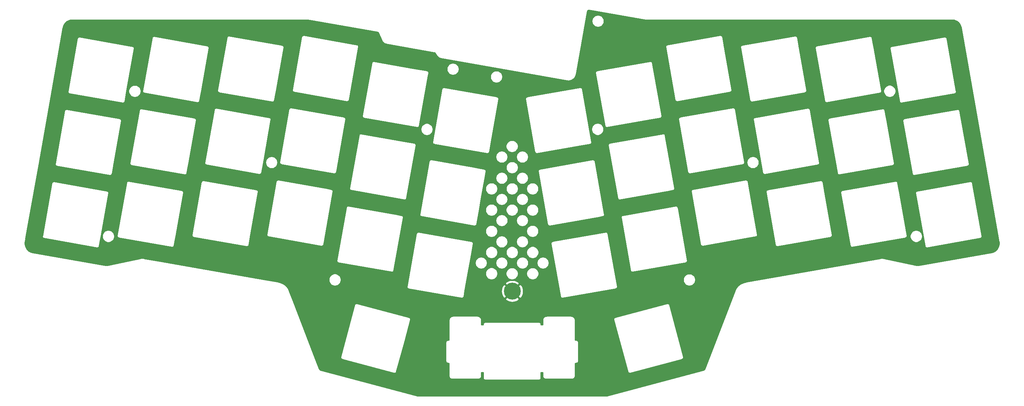
<source format=gbr>
G04 #@! TF.GenerationSoftware,KiCad,Pcbnew,(5.1.6-0-10_14)*
G04 #@! TF.CreationDate,2020-08-27T09:33:25+09:00*
G04 #@! TF.ProjectId,pcb-top-plate,7063622d-746f-4702-9d70-6c6174652e6b,2.0*
G04 #@! TF.SameCoordinates,Original*
G04 #@! TF.FileFunction,Copper,L1,Top*
G04 #@! TF.FilePolarity,Positive*
%FSLAX46Y46*%
G04 Gerber Fmt 4.6, Leading zero omitted, Abs format (unit mm)*
G04 Created by KiCad (PCBNEW (5.1.6-0-10_14)) date 2020-08-27 09:33:25*
%MOMM*%
%LPD*%
G01*
G04 APERTURE LIST*
G04 #@! TA.AperFunction,ComponentPad*
%ADD10C,4.400000*%
G04 #@! TD*
G04 #@! TA.AperFunction,Conductor*
%ADD11C,0.254000*%
G04 #@! TD*
G04 APERTURE END LIST*
D10*
X144800000Y-118860000D03*
D11*
G36*
X164721748Y-45902628D02*
G01*
X164783563Y-45910272D01*
X179282246Y-48449342D01*
X179324079Y-48452512D01*
X179365795Y-48457191D01*
X179373153Y-48457242D01*
X258626570Y-48457242D01*
X258744718Y-48459888D01*
X258855685Y-48467352D01*
X258965279Y-48479660D01*
X259073444Y-48496709D01*
X259180105Y-48518404D01*
X259285102Y-48544634D01*
X259388416Y-48575322D01*
X259489874Y-48610357D01*
X259589410Y-48649656D01*
X259686891Y-48693119D01*
X259782208Y-48740652D01*
X259875246Y-48792162D01*
X259965857Y-48847537D01*
X260053915Y-48906671D01*
X260139373Y-48969517D01*
X260221991Y-49035890D01*
X260301734Y-49105754D01*
X260378432Y-49178966D01*
X260451980Y-49255439D01*
X260522253Y-49335063D01*
X260589126Y-49417725D01*
X260652492Y-49503342D01*
X260712218Y-49591787D01*
X260768213Y-49682997D01*
X260820336Y-49776834D01*
X260868492Y-49873231D01*
X260912566Y-49972101D01*
X260952443Y-50073342D01*
X260988020Y-50176910D01*
X261019177Y-50282715D01*
X261045799Y-50390697D01*
X261068919Y-50506574D01*
X270848039Y-105962918D01*
X270868034Y-106095886D01*
X270880456Y-106221407D01*
X270886461Y-106346063D01*
X270886190Y-106469684D01*
X270879779Y-106592127D01*
X270867356Y-106713300D01*
X270849050Y-106832992D01*
X270824971Y-106951130D01*
X270795257Y-107067456D01*
X270760003Y-107181891D01*
X270719355Y-107294175D01*
X270673415Y-107404180D01*
X270622312Y-107511705D01*
X270566179Y-107616545D01*
X270505125Y-107718545D01*
X270439314Y-107817456D01*
X270368842Y-107913145D01*
X270293878Y-108005372D01*
X270214549Y-108093962D01*
X270130963Y-108178760D01*
X270043313Y-108259522D01*
X269951674Y-108336125D01*
X269856197Y-108408371D01*
X269757036Y-108476067D01*
X269654259Y-108539080D01*
X269548011Y-108597218D01*
X269438401Y-108650313D01*
X269325539Y-108698194D01*
X269209444Y-108740719D01*
X269090265Y-108777688D01*
X268968032Y-108808936D01*
X268836273Y-108835599D01*
X250056557Y-112143982D01*
X250023216Y-112149444D01*
X249930840Y-112160617D01*
X249842864Y-112165944D01*
X249754781Y-112166000D01*
X249666863Y-112160791D01*
X249579296Y-112150317D01*
X249484532Y-112133171D01*
X241075162Y-110349585D01*
X241075103Y-110349578D01*
X241068930Y-110348302D01*
X241021539Y-110338847D01*
X241014101Y-110338107D01*
X241006886Y-110336138D01*
X240999624Y-110334954D01*
X240880469Y-110316374D01*
X240868253Y-110315678D01*
X240856279Y-110313174D01*
X240848958Y-110312429D01*
X240729095Y-110301078D01*
X240716881Y-110301119D01*
X240704800Y-110299343D01*
X240697448Y-110299040D01*
X240577206Y-110294922D01*
X240565029Y-110295696D01*
X240552860Y-110294650D01*
X240545504Y-110294790D01*
X240425210Y-110297910D01*
X240413085Y-110299417D01*
X240400865Y-110299105D01*
X240393530Y-110299687D01*
X240273512Y-110310052D01*
X240261476Y-110312291D01*
X240249240Y-110312716D01*
X240241953Y-110313739D01*
X240122540Y-110331353D01*
X240118821Y-110332280D01*
X240114990Y-110332522D01*
X240107736Y-110333753D01*
X205168078Y-116508041D01*
X205163323Y-116509370D01*
X205158398Y-116509844D01*
X205151188Y-116511311D01*
X204958972Y-116551789D01*
X204946073Y-116555854D01*
X204932709Y-116558025D01*
X204925610Y-116559958D01*
X204737882Y-116612468D01*
X204725350Y-116617336D01*
X204712251Y-116620346D01*
X204705292Y-116622735D01*
X204522513Y-116686896D01*
X204510413Y-116692523D01*
X204497612Y-116696349D01*
X204490821Y-116699182D01*
X204313452Y-116774612D01*
X204301805Y-116780972D01*
X204289355Y-116785582D01*
X204282760Y-116788845D01*
X204111264Y-116875163D01*
X204100105Y-116882223D01*
X204088041Y-116887589D01*
X204081667Y-116891267D01*
X203916506Y-116988093D01*
X203905862Y-116995821D01*
X203894209Y-117001922D01*
X203888083Y-117005998D01*
X203729719Y-117112953D01*
X203719619Y-117121319D01*
X203708404Y-117128132D01*
X203702549Y-117132589D01*
X203551444Y-117249290D01*
X203541904Y-117258273D01*
X203531154Y-117265779D01*
X203525594Y-117270599D01*
X203382208Y-117396665D01*
X203373246Y-117406250D01*
X203362988Y-117414429D01*
X203357746Y-117419593D01*
X203222543Y-117554643D01*
X203214189Y-117564802D01*
X203204449Y-117573640D01*
X203199547Y-117579127D01*
X203072988Y-117722782D01*
X203065266Y-117733496D01*
X203056078Y-117742973D01*
X203051536Y-117748762D01*
X202934084Y-117900641D01*
X202927031Y-117911878D01*
X202918420Y-117921982D01*
X202914259Y-117928050D01*
X202806375Y-118087769D01*
X202800016Y-118099512D01*
X202792026Y-118110215D01*
X202788265Y-118116540D01*
X202690412Y-118283722D01*
X202684788Y-118295928D01*
X202677460Y-118307200D01*
X202674117Y-118313755D01*
X202586757Y-118488015D01*
X202581903Y-118500642D01*
X202575282Y-118512446D01*
X202572373Y-118519205D01*
X202495967Y-118700167D01*
X202494498Y-118704886D01*
X202492221Y-118709275D01*
X202489535Y-118716125D01*
X194698722Y-138990924D01*
X194669105Y-139055695D01*
X194640274Y-139103020D01*
X194606317Y-139146369D01*
X194567633Y-139185383D01*
X194524680Y-139219640D01*
X194477929Y-139248730D01*
X194427783Y-139272292D01*
X194359525Y-139294987D01*
X169301847Y-146004051D01*
X120253707Y-146004051D01*
X95149366Y-139294647D01*
X95081098Y-139271986D01*
X95030956Y-139248456D01*
X94984205Y-139219404D01*
X94941252Y-139185188D01*
X94902551Y-139146206D01*
X94868577Y-139102895D01*
X94839731Y-139055624D01*
X94810170Y-138991105D01*
X93642220Y-135949830D01*
X100348029Y-135949830D01*
X100351426Y-136053583D01*
X100374998Y-136154681D01*
X100417841Y-136249237D01*
X100478308Y-136333619D01*
X100554075Y-136404581D01*
X100642231Y-136459401D01*
X100739387Y-136495968D01*
X100765049Y-136500205D01*
X114141422Y-140084390D01*
X114165764Y-140093552D01*
X114236528Y-140105235D01*
X114268187Y-140110462D01*
X114268188Y-140110462D01*
X114329395Y-140108458D01*
X114371942Y-140107065D01*
X114473039Y-140083493D01*
X114567596Y-140040650D01*
X114651977Y-139980183D01*
X114722940Y-139904416D01*
X114777759Y-139816260D01*
X114814326Y-139719104D01*
X114818563Y-139693441D01*
X116854795Y-132094113D01*
X127602810Y-132094113D01*
X127602810Y-136984189D01*
X127607651Y-137033564D01*
X127612145Y-137082939D01*
X127612667Y-137084711D01*
X127612847Y-137086551D01*
X127627184Y-137134037D01*
X127641184Y-137181607D01*
X127642040Y-137183245D01*
X127642574Y-137185013D01*
X127665827Y-137228745D01*
X127688835Y-137272755D01*
X127689996Y-137274199D01*
X127690861Y-137275826D01*
X127722159Y-137314201D01*
X127753283Y-137352912D01*
X127754699Y-137354100D01*
X127755866Y-137355531D01*
X127794062Y-137387129D01*
X127832072Y-137419024D01*
X127833691Y-137419914D01*
X127835115Y-137421092D01*
X127878788Y-137444706D01*
X127922203Y-137468573D01*
X127923961Y-137469131D01*
X127925589Y-137470011D01*
X127972993Y-137484685D01*
X128020241Y-137499673D01*
X128022078Y-137499879D01*
X128023842Y-137500425D01*
X128073104Y-137505603D01*
X128122452Y-137511138D01*
X128126004Y-137511163D01*
X128126131Y-137511176D01*
X128126259Y-137511164D01*
X128129810Y-137511189D01*
X128438181Y-137511189D01*
X128438181Y-140853569D01*
X128441045Y-140882774D01*
X128441444Y-140912127D01*
X128442313Y-140919434D01*
X128450183Y-140981910D01*
X128458146Y-141017014D01*
X128464032Y-141052533D01*
X128469501Y-141067075D01*
X128472935Y-141082215D01*
X128487560Y-141115097D01*
X128500236Y-141148802D01*
X128503533Y-141155380D01*
X128552747Y-141251927D01*
X128556893Y-141258408D01*
X128559906Y-141265479D01*
X128584569Y-141301666D01*
X128608176Y-141338565D01*
X128613498Y-141344113D01*
X128617830Y-141350469D01*
X128649067Y-141381191D01*
X128679377Y-141412787D01*
X128685674Y-141417195D01*
X128691160Y-141422590D01*
X128696917Y-141427172D01*
X128781438Y-141493501D01*
X128789637Y-141498729D01*
X128796901Y-141505182D01*
X128832933Y-141526336D01*
X128868161Y-141548799D01*
X128877212Y-141552332D01*
X128885597Y-141557255D01*
X128925059Y-141571010D01*
X128963971Y-141586200D01*
X128973538Y-141587908D01*
X128982718Y-141591108D01*
X128989882Y-141592790D01*
X129098260Y-141617446D01*
X129102002Y-141617920D01*
X129105596Y-141619060D01*
X129153015Y-141624379D01*
X129200299Y-141630366D01*
X129204057Y-141630104D01*
X129207807Y-141630525D01*
X129215165Y-141630576D01*
X136040115Y-141630576D01*
X136069324Y-141627712D01*
X136098682Y-141627312D01*
X136105989Y-141626443D01*
X136168472Y-141618571D01*
X136203584Y-141610606D01*
X136239117Y-141604715D01*
X136253649Y-141599249D01*
X136268777Y-141595817D01*
X136301672Y-141581185D01*
X136335384Y-141568504D01*
X136341962Y-141565208D01*
X136438509Y-141515986D01*
X136444995Y-141511836D01*
X136452074Y-141508819D01*
X136488262Y-141484151D01*
X136525144Y-141460551D01*
X136530696Y-141455225D01*
X136537059Y-141450887D01*
X136567772Y-141419653D01*
X136599362Y-141389346D01*
X136603774Y-141383041D01*
X136609173Y-141377551D01*
X136613755Y-141371794D01*
X136680079Y-141287264D01*
X136685299Y-141279076D01*
X136691745Y-141271819D01*
X136712906Y-141235772D01*
X136735369Y-141200536D01*
X136738897Y-141191496D01*
X136743814Y-141183120D01*
X136757570Y-141143650D01*
X136772762Y-141104722D01*
X136774468Y-141095163D01*
X136777662Y-141085998D01*
X136779344Y-141078834D01*
X136803996Y-140970451D01*
X136804468Y-140966722D01*
X136805605Y-140963138D01*
X136810924Y-140915719D01*
X136816912Y-140868413D01*
X136816651Y-140864664D01*
X136817070Y-140860927D01*
X136817121Y-140853569D01*
X136817121Y-139921464D01*
X137277930Y-139921464D01*
X137277930Y-141330930D01*
X137282771Y-141380305D01*
X137287265Y-141429680D01*
X137287787Y-141431452D01*
X137287967Y-141433292D01*
X137302304Y-141480778D01*
X137316304Y-141528348D01*
X137317160Y-141529986D01*
X137317694Y-141531754D01*
X137340947Y-141575486D01*
X137363955Y-141619496D01*
X137365116Y-141620940D01*
X137365981Y-141622567D01*
X137397279Y-141660942D01*
X137428403Y-141699653D01*
X137429819Y-141700841D01*
X137430986Y-141702272D01*
X137469182Y-141733870D01*
X137507192Y-141765765D01*
X137508811Y-141766655D01*
X137510235Y-141767833D01*
X137553908Y-141791447D01*
X137597323Y-141815314D01*
X137599081Y-141815872D01*
X137600709Y-141816752D01*
X137648113Y-141831426D01*
X137695361Y-141846414D01*
X137697198Y-141846620D01*
X137698962Y-141847166D01*
X137748224Y-141852344D01*
X137797572Y-141857879D01*
X137801124Y-141857904D01*
X137801251Y-141857917D01*
X137801379Y-141857905D01*
X137804930Y-141857930D01*
X151711488Y-141857930D01*
X151760863Y-141853089D01*
X151810238Y-141848595D01*
X151812010Y-141848073D01*
X151813850Y-141847893D01*
X151861336Y-141833556D01*
X151908906Y-141819556D01*
X151910544Y-141818700D01*
X151912312Y-141818166D01*
X151956044Y-141794913D01*
X152000054Y-141771905D01*
X152001498Y-141770744D01*
X152003125Y-141769879D01*
X152041500Y-141738581D01*
X152080211Y-141707457D01*
X152081399Y-141706041D01*
X152082830Y-141704874D01*
X152114428Y-141666678D01*
X152146323Y-141628668D01*
X152147213Y-141627049D01*
X152148391Y-141625625D01*
X152172005Y-141581952D01*
X152195872Y-141538537D01*
X152196430Y-141536779D01*
X152197310Y-141535151D01*
X152211984Y-141487747D01*
X152226972Y-141440499D01*
X152227178Y-141438662D01*
X152227724Y-141436898D01*
X152232902Y-141387636D01*
X152238437Y-141338288D01*
X152238462Y-141334736D01*
X152238475Y-141334609D01*
X152238463Y-141334481D01*
X152238488Y-141330930D01*
X152238488Y-139921464D01*
X152699318Y-139921464D01*
X152699318Y-140853569D01*
X152702182Y-140882774D01*
X152702581Y-140912127D01*
X152703450Y-140919434D01*
X152711320Y-140981910D01*
X152719284Y-141017019D01*
X152725171Y-141052541D01*
X152730639Y-141067080D01*
X152734072Y-141082215D01*
X152748699Y-141115101D01*
X152761377Y-141148810D01*
X152764674Y-141155388D01*
X152813890Y-141251934D01*
X152818037Y-141258416D01*
X152821055Y-141265498D01*
X152845729Y-141301698D01*
X152869321Y-141338572D01*
X152874645Y-141344122D01*
X152878983Y-141350486D01*
X152910225Y-141381211D01*
X152940523Y-141412793D01*
X152946825Y-141417204D01*
X152952315Y-141422603D01*
X152958072Y-141427185D01*
X153042600Y-141493514D01*
X153050798Y-141498741D01*
X153058058Y-141505190D01*
X153094078Y-141526336D01*
X153129325Y-141548809D01*
X153138378Y-141552342D01*
X153146756Y-141557261D01*
X153186205Y-141571010D01*
X153225137Y-141586206D01*
X153234704Y-141587914D01*
X153243878Y-141591111D01*
X153251041Y-141592793D01*
X153359433Y-141617449D01*
X153363166Y-141617922D01*
X153366755Y-141619060D01*
X153414201Y-141624382D01*
X153461472Y-141630366D01*
X153465221Y-141630105D01*
X153468966Y-141630525D01*
X153476324Y-141630576D01*
X160291692Y-141630576D01*
X160320905Y-141627712D01*
X160350267Y-141627311D01*
X160357573Y-141626442D01*
X160420049Y-141618570D01*
X160455169Y-141610603D01*
X160490689Y-141604714D01*
X160505219Y-141599248D01*
X160520354Y-141595815D01*
X160553249Y-141581182D01*
X160586956Y-141568503D01*
X160593534Y-141565207D01*
X160690080Y-141515985D01*
X160696559Y-141511840D01*
X160703626Y-141508828D01*
X160739806Y-141484167D01*
X160776715Y-141460550D01*
X160782262Y-141455228D01*
X160788613Y-141450899D01*
X160819333Y-141419661D01*
X160850932Y-141389344D01*
X160855336Y-141383051D01*
X160860730Y-141377566D01*
X160865312Y-141371809D01*
X160931641Y-141287279D01*
X160936862Y-141279091D01*
X160943308Y-141271834D01*
X160964465Y-141235796D01*
X160986935Y-141200553D01*
X160990465Y-141191510D01*
X160995380Y-141183137D01*
X161009138Y-141143664D01*
X161024330Y-141104741D01*
X161026035Y-141095187D01*
X161029232Y-141086016D01*
X161030914Y-141078852D01*
X161055570Y-140970469D01*
X161056043Y-140966731D01*
X161057183Y-140963138D01*
X161062503Y-140915712D01*
X161068489Y-140868431D01*
X161068227Y-140864676D01*
X161068648Y-140860927D01*
X161068699Y-140853569D01*
X161068699Y-137511189D01*
X161377048Y-137511189D01*
X161426423Y-137506348D01*
X161475798Y-137501854D01*
X161477570Y-137501332D01*
X161479410Y-137501152D01*
X161526896Y-137486815D01*
X161574466Y-137472815D01*
X161576104Y-137471959D01*
X161577872Y-137471425D01*
X161621604Y-137448172D01*
X161665614Y-137425164D01*
X161667058Y-137424003D01*
X161668685Y-137423138D01*
X161707060Y-137391840D01*
X161745771Y-137360716D01*
X161746959Y-137359300D01*
X161748390Y-137358133D01*
X161779988Y-137319937D01*
X161811883Y-137281927D01*
X161812773Y-137280308D01*
X161813951Y-137278884D01*
X161837565Y-137235211D01*
X161861432Y-137191796D01*
X161861990Y-137190038D01*
X161862870Y-137188410D01*
X161877544Y-137141006D01*
X161892532Y-137093758D01*
X161892738Y-137091921D01*
X161893284Y-137090157D01*
X161898462Y-137040895D01*
X161903997Y-136991547D01*
X161904022Y-136987995D01*
X161904035Y-136987868D01*
X161904023Y-136987740D01*
X161904048Y-136984189D01*
X161904048Y-132094113D01*
X161899207Y-132044738D01*
X161894713Y-131995363D01*
X161894191Y-131993591D01*
X161894011Y-131991751D01*
X161879674Y-131944265D01*
X161865674Y-131896695D01*
X161864818Y-131895057D01*
X161864284Y-131893289D01*
X161841031Y-131849557D01*
X161818023Y-131805547D01*
X161816862Y-131804103D01*
X161815997Y-131802476D01*
X161784699Y-131764101D01*
X161753575Y-131725390D01*
X161752159Y-131724202D01*
X161750992Y-131722771D01*
X161712796Y-131691173D01*
X161674786Y-131659278D01*
X161673167Y-131658388D01*
X161671743Y-131657210D01*
X161628070Y-131633596D01*
X161584655Y-131609729D01*
X161582897Y-131609171D01*
X161581269Y-131608291D01*
X161533865Y-131593617D01*
X161486617Y-131578629D01*
X161484780Y-131578423D01*
X161483016Y-131577877D01*
X161433754Y-131572699D01*
X161384406Y-131567164D01*
X161380854Y-131567139D01*
X161380727Y-131567126D01*
X161380599Y-131567138D01*
X161377048Y-131567113D01*
X161068699Y-131567113D01*
X161068699Y-126338736D01*
X161067113Y-126322561D01*
X161067701Y-126306313D01*
X161067197Y-126298972D01*
X161061435Y-126222825D01*
X161055988Y-126191696D01*
X171073306Y-126191696D01*
X171090216Y-126294120D01*
X171099378Y-126318462D01*
X174683565Y-139694847D01*
X174687800Y-139720497D01*
X174696958Y-139744828D01*
X174696960Y-139744837D01*
X174724366Y-139817654D01*
X174779186Y-139905809D01*
X174850149Y-139981576D01*
X174934530Y-140042043D01*
X175029086Y-140084886D01*
X175130184Y-140108458D01*
X175233939Y-140111855D01*
X175336362Y-140094945D01*
X175360704Y-140085783D01*
X188737066Y-136501596D01*
X188762716Y-136497361D01*
X188787047Y-136488203D01*
X188787056Y-136488201D01*
X188859873Y-136460795D01*
X188948029Y-136405975D01*
X189023796Y-136335012D01*
X189084263Y-136250631D01*
X189127105Y-136156075D01*
X189131562Y-136136959D01*
X189150678Y-136054977D01*
X189154075Y-135951222D01*
X189141401Y-135874458D01*
X189141400Y-135874454D01*
X189137164Y-135848799D01*
X189128006Y-135824467D01*
X185543839Y-122448088D01*
X185539602Y-122422422D01*
X185503035Y-122325266D01*
X185448216Y-122237110D01*
X185377253Y-122161343D01*
X185292872Y-122100876D01*
X185198315Y-122058033D01*
X185120790Y-122039957D01*
X185097218Y-122034461D01*
X184993464Y-122031064D01*
X184993463Y-122031064D01*
X184916698Y-122043738D01*
X184891041Y-122047974D01*
X184866704Y-122057134D01*
X171490326Y-125641321D01*
X171464664Y-125645558D01*
X171367508Y-125682125D01*
X171279352Y-125736945D01*
X171203585Y-125807907D01*
X171144992Y-125889674D01*
X171143118Y-125892289D01*
X171100275Y-125986845D01*
X171076703Y-126087943D01*
X171073306Y-126191696D01*
X161055988Y-126191696D01*
X161052987Y-126174554D01*
X161044974Y-126126168D01*
X161043724Y-126121634D01*
X161043703Y-126121512D01*
X161043660Y-126121401D01*
X161043019Y-126119075D01*
X161009487Y-126000595D01*
X161006006Y-125991714D01*
X161003977Y-125982385D01*
X160987259Y-125943885D01*
X160971954Y-125904835D01*
X160966813Y-125896798D01*
X160963012Y-125888043D01*
X160959392Y-125881637D01*
X160899350Y-125777099D01*
X160894636Y-125770483D01*
X160891072Y-125763186D01*
X160864831Y-125728654D01*
X160839665Y-125693335D01*
X160833758Y-125687763D01*
X160828843Y-125681295D01*
X160823803Y-125675934D01*
X160741179Y-125589265D01*
X160735140Y-125584058D01*
X160730040Y-125577928D01*
X160696228Y-125550508D01*
X160663283Y-125522102D01*
X160656352Y-125518170D01*
X160650155Y-125513144D01*
X160643986Y-125509132D01*
X160542707Y-125444260D01*
X160534520Y-125440081D01*
X160527107Y-125434646D01*
X160488774Y-125416732D01*
X160451098Y-125397501D01*
X160442257Y-125394992D01*
X160433928Y-125391100D01*
X160426973Y-125388699D01*
X160310968Y-125349550D01*
X160306954Y-125348620D01*
X160303173Y-125346987D01*
X160256876Y-125337014D01*
X160210771Y-125326329D01*
X160206658Y-125326196D01*
X160202627Y-125325328D01*
X160195312Y-125324539D01*
X160094542Y-125314381D01*
X160071723Y-125314319D01*
X160049044Y-125311775D01*
X160041686Y-125311724D01*
X153726309Y-125311724D01*
X153710134Y-125313310D01*
X153693890Y-125312722D01*
X153686549Y-125313226D01*
X153610408Y-125318987D01*
X153562118Y-125327438D01*
X153513740Y-125335450D01*
X153509217Y-125336697D01*
X153509095Y-125336718D01*
X153508984Y-125336761D01*
X153506647Y-125337405D01*
X153388174Y-125370937D01*
X153379293Y-125374418D01*
X153369960Y-125376448D01*
X153331456Y-125393168D01*
X153292414Y-125408471D01*
X153284375Y-125413613D01*
X153275619Y-125417415D01*
X153269213Y-125421035D01*
X153164680Y-125481078D01*
X153158070Y-125485788D01*
X153150771Y-125489353D01*
X153116230Y-125515601D01*
X153080917Y-125540764D01*
X153075346Y-125546670D01*
X153068881Y-125551583D01*
X153063520Y-125556623D01*
X152976853Y-125639247D01*
X152971648Y-125645284D01*
X152965519Y-125650383D01*
X152938097Y-125684197D01*
X152909690Y-125717144D01*
X152905759Y-125724073D01*
X152900735Y-125730268D01*
X152896724Y-125736436D01*
X152831853Y-125837715D01*
X152827675Y-125845901D01*
X152822236Y-125853319D01*
X152804316Y-125891664D01*
X152785094Y-125929324D01*
X152782586Y-125938164D01*
X152778691Y-125946498D01*
X152776290Y-125953454D01*
X152737142Y-126069459D01*
X152736212Y-126073472D01*
X152734581Y-126077249D01*
X152724610Y-126123536D01*
X152713922Y-126169657D01*
X152713789Y-126173769D01*
X152712922Y-126177795D01*
X152712133Y-126185110D01*
X152701975Y-126285880D01*
X152701913Y-126308699D01*
X152699369Y-126331378D01*
X152699318Y-126338736D01*
X152699318Y-127596597D01*
X152239931Y-127596597D01*
X152239931Y-127425492D01*
X152235090Y-127376117D01*
X152230596Y-127326742D01*
X152230074Y-127324970D01*
X152229894Y-127323130D01*
X152215557Y-127275644D01*
X152201557Y-127228074D01*
X152200701Y-127226436D01*
X152200167Y-127224668D01*
X152176914Y-127180936D01*
X152153906Y-127136926D01*
X152152745Y-127135482D01*
X152151880Y-127133855D01*
X152120582Y-127095480D01*
X152089458Y-127056769D01*
X152088042Y-127055581D01*
X152086875Y-127054150D01*
X152048679Y-127022552D01*
X152010669Y-126990657D01*
X152009050Y-126989767D01*
X152007626Y-126988589D01*
X151963953Y-126964975D01*
X151920538Y-126941108D01*
X151918780Y-126940550D01*
X151917152Y-126939670D01*
X151869748Y-126924996D01*
X151822500Y-126910008D01*
X151820663Y-126909802D01*
X151818899Y-126909256D01*
X151769637Y-126904078D01*
X151720289Y-126898543D01*
X151716737Y-126898518D01*
X151716610Y-126898505D01*
X151716482Y-126898517D01*
X151712931Y-126898492D01*
X137803487Y-126898492D01*
X137754112Y-126903333D01*
X137704737Y-126907827D01*
X137702965Y-126908349D01*
X137701125Y-126908529D01*
X137653639Y-126922866D01*
X137606069Y-126936866D01*
X137604431Y-126937722D01*
X137602663Y-126938256D01*
X137558931Y-126961509D01*
X137514921Y-126984517D01*
X137513477Y-126985678D01*
X137511850Y-126986543D01*
X137473475Y-127017841D01*
X137434764Y-127048965D01*
X137433576Y-127050381D01*
X137432145Y-127051548D01*
X137400547Y-127089744D01*
X137368652Y-127127754D01*
X137367762Y-127129373D01*
X137366584Y-127130797D01*
X137342970Y-127174470D01*
X137319103Y-127217885D01*
X137318545Y-127219643D01*
X137317665Y-127221271D01*
X137302991Y-127268675D01*
X137288003Y-127315923D01*
X137287797Y-127317760D01*
X137287251Y-127319524D01*
X137282073Y-127368786D01*
X137276538Y-127418134D01*
X137276513Y-127421686D01*
X137276500Y-127421813D01*
X137276512Y-127421941D01*
X137276487Y-127425492D01*
X137276487Y-127596597D01*
X136817121Y-127596597D01*
X136817121Y-126338736D01*
X136815535Y-126322561D01*
X136816123Y-126306313D01*
X136815619Y-126298972D01*
X136809857Y-126222825D01*
X136801409Y-126174554D01*
X136793396Y-126126168D01*
X136792146Y-126121634D01*
X136792125Y-126121512D01*
X136792082Y-126121401D01*
X136791441Y-126119075D01*
X136757909Y-126000595D01*
X136754429Y-125991716D01*
X136752400Y-125982388D01*
X136735681Y-125943882D01*
X136720376Y-125904835D01*
X136715237Y-125896801D01*
X136711436Y-125888046D01*
X136707815Y-125881640D01*
X136647775Y-125777102D01*
X136643062Y-125770488D01*
X136639500Y-125763194D01*
X136613251Y-125728649D01*
X136588090Y-125693338D01*
X136582189Y-125687771D01*
X136577273Y-125681302D01*
X136572233Y-125675941D01*
X136489612Y-125589272D01*
X136483572Y-125584064D01*
X136478473Y-125577935D01*
X136444670Y-125550521D01*
X136411717Y-125522107D01*
X136404785Y-125518174D01*
X136398589Y-125513149D01*
X136392421Y-125509138D01*
X136291145Y-125444265D01*
X136282958Y-125440086D01*
X136275544Y-125434650D01*
X136237207Y-125416733D01*
X136199537Y-125397505D01*
X136190697Y-125394997D01*
X136182366Y-125391103D01*
X136175411Y-125388702D01*
X136059412Y-125349553D01*
X136055399Y-125348623D01*
X136051613Y-125346988D01*
X136005316Y-125337015D01*
X135959215Y-125326330D01*
X135955097Y-125326197D01*
X135951067Y-125325329D01*
X135943752Y-125324540D01*
X135842990Y-125314382D01*
X135820174Y-125314320D01*
X135797488Y-125311775D01*
X135790130Y-125311724D01*
X129465172Y-125311724D01*
X129448997Y-125313310D01*
X129432755Y-125312722D01*
X129425415Y-125313226D01*
X129349268Y-125318987D01*
X129301032Y-125327429D01*
X129252603Y-125335449D01*
X129248067Y-125336698D01*
X129247955Y-125336718D01*
X129247853Y-125336757D01*
X129245509Y-125337403D01*
X129127032Y-125370935D01*
X129118144Y-125374419D01*
X129108815Y-125376448D01*
X129070321Y-125393164D01*
X129031272Y-125408469D01*
X129023233Y-125413610D01*
X129014474Y-125417414D01*
X129008068Y-125421035D01*
X128903534Y-125481077D01*
X128896918Y-125485792D01*
X128889616Y-125489358D01*
X128855082Y-125515602D01*
X128819771Y-125540763D01*
X128814197Y-125546672D01*
X128807727Y-125551589D01*
X128802366Y-125556629D01*
X128715702Y-125639253D01*
X128710493Y-125645294D01*
X128704364Y-125650394D01*
X128676954Y-125684196D01*
X128648541Y-125717151D01*
X128644607Y-125724086D01*
X128639583Y-125730281D01*
X128635571Y-125736449D01*
X128570705Y-125837727D01*
X128566529Y-125845909D01*
X128561092Y-125853325D01*
X128543175Y-125891666D01*
X128523948Y-125929338D01*
X128521440Y-125938179D01*
X128517549Y-125946505D01*
X128515148Y-125953461D01*
X128476002Y-126069467D01*
X128475074Y-126073473D01*
X128473441Y-126077254D01*
X128463467Y-126123560D01*
X128452783Y-126169665D01*
X128452650Y-126173778D01*
X128451784Y-126177800D01*
X128450995Y-126185115D01*
X128440838Y-126285885D01*
X128440776Y-126308697D01*
X128438232Y-126331378D01*
X128438181Y-126338736D01*
X128438181Y-131567113D01*
X128129810Y-131567113D01*
X128080435Y-131571954D01*
X128031060Y-131576448D01*
X128029288Y-131576970D01*
X128027448Y-131577150D01*
X127979962Y-131591487D01*
X127932392Y-131605487D01*
X127930754Y-131606343D01*
X127928986Y-131606877D01*
X127885254Y-131630130D01*
X127841244Y-131653138D01*
X127839800Y-131654299D01*
X127838173Y-131655164D01*
X127799798Y-131686462D01*
X127761087Y-131717586D01*
X127759899Y-131719002D01*
X127758468Y-131720169D01*
X127726870Y-131758365D01*
X127694975Y-131796375D01*
X127694085Y-131797994D01*
X127692907Y-131799418D01*
X127669293Y-131843091D01*
X127645426Y-131886506D01*
X127644868Y-131888264D01*
X127643988Y-131889892D01*
X127629314Y-131937296D01*
X127614326Y-131984544D01*
X127614120Y-131986381D01*
X127613574Y-131988145D01*
X127608396Y-132037407D01*
X127602861Y-132086755D01*
X127602836Y-132090307D01*
X127602823Y-132090434D01*
X127602835Y-132090562D01*
X127602810Y-132094113D01*
X116854795Y-132094113D01*
X118402748Y-126317069D01*
X118411910Y-126292727D01*
X118428820Y-126190304D01*
X118425423Y-126086549D01*
X118401851Y-125985451D01*
X118359008Y-125890895D01*
X118298541Y-125806514D01*
X118222774Y-125735551D01*
X118134619Y-125680731D01*
X118061802Y-125653325D01*
X118061793Y-125653323D01*
X118037462Y-125644165D01*
X118011812Y-125639930D01*
X104635427Y-122055743D01*
X104611085Y-122046581D01*
X104508662Y-122029671D01*
X104508661Y-122029671D01*
X104466115Y-122031064D01*
X104404907Y-122033068D01*
X104303809Y-122056640D01*
X104209253Y-122099483D01*
X104124872Y-122159950D01*
X104053909Y-122235717D01*
X103999089Y-122323872D01*
X103971683Y-122396689D01*
X103971681Y-122396698D01*
X103962523Y-122421029D01*
X103958288Y-122446679D01*
X100374101Y-135823064D01*
X100364939Y-135847406D01*
X100360703Y-135873065D01*
X100348029Y-135949830D01*
X93642220Y-135949830D01*
X87843300Y-120849775D01*
X142989830Y-120849775D01*
X143229976Y-121237018D01*
X143723877Y-121497641D01*
X144259133Y-121656901D01*
X144815174Y-121708678D01*
X145370632Y-121650981D01*
X145904161Y-121486028D01*
X146370024Y-121237018D01*
X146610170Y-120849775D01*
X144800000Y-119039605D01*
X142989830Y-120849775D01*
X87843300Y-120849775D01*
X87024064Y-118716534D01*
X87021851Y-118712117D01*
X87020447Y-118707370D01*
X87017633Y-118700571D01*
X86941254Y-118519576D01*
X86934801Y-118507681D01*
X86930125Y-118494982D01*
X86926874Y-118488380D01*
X86839538Y-118314085D01*
X86832371Y-118302711D01*
X86826919Y-118290425D01*
X86823248Y-118284048D01*
X86725416Y-118116832D01*
X86717580Y-118106019D01*
X86711386Y-118094185D01*
X86707311Y-118088058D01*
X86599444Y-117928303D01*
X86590981Y-117918083D01*
X86584081Y-117906737D01*
X86579621Y-117900884D01*
X86462183Y-117748971D01*
X86453125Y-117739362D01*
X86445555Y-117728538D01*
X86440730Y-117722982D01*
X86438502Y-117720452D01*
X117521997Y-117720452D01*
X117534424Y-117823516D01*
X117566718Y-117922175D01*
X117617639Y-118012637D01*
X117685230Y-118091427D01*
X117766893Y-118155517D01*
X117859491Y-118202444D01*
X117934420Y-118223400D01*
X117934424Y-118223401D01*
X117959465Y-118230404D01*
X117985393Y-118232388D01*
X131623251Y-120637120D01*
X131648293Y-120644124D01*
X131674222Y-120646108D01*
X131751799Y-120652044D01*
X131854863Y-120639617D01*
X131953522Y-120607323D01*
X132043984Y-120556402D01*
X132122774Y-120488811D01*
X132186864Y-120407148D01*
X132233791Y-120314550D01*
X132254747Y-120239621D01*
X132254748Y-120239617D01*
X132261751Y-120214576D01*
X132263735Y-120188648D01*
X132495336Y-118875174D01*
X141951322Y-118875174D01*
X142009019Y-119430632D01*
X142173972Y-119964161D01*
X142422982Y-120430024D01*
X142810225Y-120670170D01*
X144620395Y-118860000D01*
X144979605Y-118860000D01*
X146789775Y-120670170D01*
X147177018Y-120430024D01*
X147437641Y-119936123D01*
X147596901Y-119400867D01*
X147648678Y-118844826D01*
X147590981Y-118289368D01*
X147426028Y-117755839D01*
X147177018Y-117289976D01*
X146789775Y-117049830D01*
X144979605Y-118860000D01*
X144620395Y-118860000D01*
X142810225Y-117049830D01*
X142422982Y-117289976D01*
X142162359Y-117783877D01*
X142003099Y-118319133D01*
X141951322Y-118875174D01*
X132495336Y-118875174D01*
X132848863Y-116870225D01*
X142989830Y-116870225D01*
X144800000Y-118680395D01*
X146610170Y-116870225D01*
X146370024Y-116482982D01*
X145876123Y-116222359D01*
X145340867Y-116063099D01*
X144784826Y-116011322D01*
X144229368Y-116069019D01*
X143695839Y-116233972D01*
X143229976Y-116482982D01*
X142989830Y-116870225D01*
X132848863Y-116870225D01*
X133334743Y-114114679D01*
X137863000Y-114114679D01*
X137863000Y-114425321D01*
X137923604Y-114729994D01*
X138042481Y-115016989D01*
X138215064Y-115275279D01*
X138434721Y-115494936D01*
X138693011Y-115667519D01*
X138980006Y-115786396D01*
X139284679Y-115847000D01*
X139595321Y-115847000D01*
X139899994Y-115786396D01*
X140186989Y-115667519D01*
X140445279Y-115494936D01*
X140664936Y-115275279D01*
X140837519Y-115016989D01*
X140956396Y-114729994D01*
X141017000Y-114425321D01*
X141017000Y-114124679D01*
X143173000Y-114124679D01*
X143173000Y-114435321D01*
X143233604Y-114739994D01*
X143352481Y-115026989D01*
X143525064Y-115285279D01*
X143744721Y-115504936D01*
X144003011Y-115677519D01*
X144290006Y-115796396D01*
X144594679Y-115857000D01*
X144905321Y-115857000D01*
X145209994Y-115796396D01*
X145496989Y-115677519D01*
X145755279Y-115504936D01*
X145974936Y-115285279D01*
X146147519Y-115026989D01*
X146266396Y-114739994D01*
X146327000Y-114435321D01*
X146327000Y-114124679D01*
X148503000Y-114124679D01*
X148503000Y-114435321D01*
X148563604Y-114739994D01*
X148682481Y-115026989D01*
X148855064Y-115285279D01*
X149074721Y-115504936D01*
X149333011Y-115677519D01*
X149620006Y-115796396D01*
X149924679Y-115857000D01*
X150235321Y-115857000D01*
X150539994Y-115796396D01*
X150826989Y-115677519D01*
X151085279Y-115504936D01*
X151304936Y-115285279D01*
X151477519Y-115026989D01*
X151596396Y-114739994D01*
X151657000Y-114435321D01*
X151657000Y-114124679D01*
X151596396Y-113820006D01*
X151477519Y-113533011D01*
X151304936Y-113274721D01*
X151085279Y-113055064D01*
X150826989Y-112882481D01*
X150539994Y-112763604D01*
X150235321Y-112703000D01*
X149924679Y-112703000D01*
X149620006Y-112763604D01*
X149333011Y-112882481D01*
X149074721Y-113055064D01*
X148855064Y-113274721D01*
X148682481Y-113533011D01*
X148563604Y-113820006D01*
X148503000Y-114124679D01*
X146327000Y-114124679D01*
X146266396Y-113820006D01*
X146147519Y-113533011D01*
X145974936Y-113274721D01*
X145755279Y-113055064D01*
X145496989Y-112882481D01*
X145209994Y-112763604D01*
X144905321Y-112703000D01*
X144594679Y-112703000D01*
X144290006Y-112763604D01*
X144003011Y-112882481D01*
X143744721Y-113055064D01*
X143525064Y-113274721D01*
X143352481Y-113533011D01*
X143233604Y-113820006D01*
X143173000Y-114124679D01*
X141017000Y-114124679D01*
X141017000Y-114114679D01*
X140956396Y-113810006D01*
X140837519Y-113523011D01*
X140664936Y-113264721D01*
X140445279Y-113045064D01*
X140186989Y-112872481D01*
X139899994Y-112753604D01*
X139595321Y-112693000D01*
X139284679Y-112693000D01*
X138980006Y-112753604D01*
X138693011Y-112872481D01*
X138434721Y-113045064D01*
X138215064Y-113264721D01*
X138042481Y-113523011D01*
X137923604Y-113810006D01*
X137863000Y-114114679D01*
X133334743Y-114114679D01*
X133819645Y-111364679D01*
X135163000Y-111364679D01*
X135163000Y-111675321D01*
X135223604Y-111979994D01*
X135342481Y-112266989D01*
X135515064Y-112525279D01*
X135734721Y-112744936D01*
X135993011Y-112917519D01*
X136280006Y-113036396D01*
X136584679Y-113097000D01*
X136895321Y-113097000D01*
X137199994Y-113036396D01*
X137486989Y-112917519D01*
X137745279Y-112744936D01*
X137964936Y-112525279D01*
X138137519Y-112266989D01*
X138256396Y-111979994D01*
X138317000Y-111675321D01*
X138317000Y-111364679D01*
X140503000Y-111364679D01*
X140503000Y-111675321D01*
X140563604Y-111979994D01*
X140682481Y-112266989D01*
X140855064Y-112525279D01*
X141074721Y-112744936D01*
X141333011Y-112917519D01*
X141620006Y-113036396D01*
X141924679Y-113097000D01*
X142235321Y-113097000D01*
X142539994Y-113036396D01*
X142826989Y-112917519D01*
X143085279Y-112744936D01*
X143304936Y-112525279D01*
X143477519Y-112266989D01*
X143596396Y-111979994D01*
X143657000Y-111675321D01*
X143657000Y-111364679D01*
X145853000Y-111364679D01*
X145853000Y-111675321D01*
X145913604Y-111979994D01*
X146032481Y-112266989D01*
X146205064Y-112525279D01*
X146424721Y-112744936D01*
X146683011Y-112917519D01*
X146970006Y-113036396D01*
X147274679Y-113097000D01*
X147585321Y-113097000D01*
X147889994Y-113036396D01*
X148176989Y-112917519D01*
X148435279Y-112744936D01*
X148654936Y-112525279D01*
X148827519Y-112266989D01*
X148946396Y-111979994D01*
X149007000Y-111675321D01*
X149007000Y-111364679D01*
X151173000Y-111364679D01*
X151173000Y-111675321D01*
X151233604Y-111979994D01*
X151352481Y-112266989D01*
X151525064Y-112525279D01*
X151744721Y-112744936D01*
X152003011Y-112917519D01*
X152290006Y-113036396D01*
X152594679Y-113097000D01*
X152905321Y-113097000D01*
X153209994Y-113036396D01*
X153496989Y-112917519D01*
X153755279Y-112744936D01*
X153974936Y-112525279D01*
X154147519Y-112266989D01*
X154266396Y-111979994D01*
X154327000Y-111675321D01*
X154327000Y-111364679D01*
X154266396Y-111060006D01*
X154147519Y-110773011D01*
X153974936Y-110514721D01*
X153755279Y-110295064D01*
X153496989Y-110122481D01*
X153209994Y-110003604D01*
X152905321Y-109943000D01*
X152594679Y-109943000D01*
X152290006Y-110003604D01*
X152003011Y-110122481D01*
X151744721Y-110295064D01*
X151525064Y-110514721D01*
X151352481Y-110773011D01*
X151233604Y-111060006D01*
X151173000Y-111364679D01*
X149007000Y-111364679D01*
X148946396Y-111060006D01*
X148827519Y-110773011D01*
X148654936Y-110514721D01*
X148435279Y-110295064D01*
X148176989Y-110122481D01*
X147889994Y-110003604D01*
X147585321Y-109943000D01*
X147274679Y-109943000D01*
X146970006Y-110003604D01*
X146683011Y-110122481D01*
X146424721Y-110295064D01*
X146205064Y-110514721D01*
X146032481Y-110773011D01*
X145913604Y-111060006D01*
X145853000Y-111364679D01*
X143657000Y-111364679D01*
X143596396Y-111060006D01*
X143477519Y-110773011D01*
X143304936Y-110514721D01*
X143085279Y-110295064D01*
X142826989Y-110122481D01*
X142539994Y-110003604D01*
X142235321Y-109943000D01*
X141924679Y-109943000D01*
X141620006Y-110003604D01*
X141333011Y-110122481D01*
X141074721Y-110295064D01*
X140855064Y-110514721D01*
X140682481Y-110773011D01*
X140563604Y-111060006D01*
X140503000Y-111364679D01*
X138317000Y-111364679D01*
X138256396Y-111060006D01*
X138137519Y-110773011D01*
X137964936Y-110514721D01*
X137745279Y-110295064D01*
X137486989Y-110122481D01*
X137199994Y-110003604D01*
X136895321Y-109943000D01*
X136584679Y-109943000D01*
X136280006Y-110003604D01*
X135993011Y-110122481D01*
X135734721Y-110295064D01*
X135515064Y-110514721D01*
X135342481Y-110773011D01*
X135223604Y-111060006D01*
X135163000Y-111364679D01*
X133819645Y-111364679D01*
X134304546Y-108614679D01*
X137863000Y-108614679D01*
X137863000Y-108925321D01*
X137923604Y-109229994D01*
X138042481Y-109516989D01*
X138215064Y-109775279D01*
X138434721Y-109994936D01*
X138693011Y-110167519D01*
X138980006Y-110286396D01*
X139284679Y-110347000D01*
X139595321Y-110347000D01*
X139899994Y-110286396D01*
X140186989Y-110167519D01*
X140445279Y-109994936D01*
X140664936Y-109775279D01*
X140837519Y-109516989D01*
X140956396Y-109229994D01*
X141017000Y-108925321D01*
X141017000Y-108614679D01*
X143183000Y-108614679D01*
X143183000Y-108925321D01*
X143243604Y-109229994D01*
X143362481Y-109516989D01*
X143535064Y-109775279D01*
X143754721Y-109994936D01*
X144013011Y-110167519D01*
X144300006Y-110286396D01*
X144604679Y-110347000D01*
X144915321Y-110347000D01*
X145219994Y-110286396D01*
X145506989Y-110167519D01*
X145765279Y-109994936D01*
X145984936Y-109775279D01*
X146157519Y-109516989D01*
X146276396Y-109229994D01*
X146337000Y-108925321D01*
X146337000Y-108614679D01*
X148503000Y-108614679D01*
X148503000Y-108925321D01*
X148563604Y-109229994D01*
X148682481Y-109516989D01*
X148855064Y-109775279D01*
X149074721Y-109994936D01*
X149333011Y-110167519D01*
X149620006Y-110286396D01*
X149924679Y-110347000D01*
X150235321Y-110347000D01*
X150539994Y-110286396D01*
X150826989Y-110167519D01*
X151085279Y-109994936D01*
X151304936Y-109775279D01*
X151477519Y-109516989D01*
X151596396Y-109229994D01*
X151657000Y-108925321D01*
X151657000Y-108614679D01*
X151596396Y-108310006D01*
X151477519Y-108023011D01*
X151304936Y-107764721D01*
X151085279Y-107545064D01*
X150826989Y-107372481D01*
X150539994Y-107253604D01*
X150235321Y-107193000D01*
X149924679Y-107193000D01*
X149620006Y-107253604D01*
X149333011Y-107372481D01*
X149074721Y-107545064D01*
X148855064Y-107764721D01*
X148682481Y-108023011D01*
X148563604Y-108310006D01*
X148503000Y-108614679D01*
X146337000Y-108614679D01*
X146276396Y-108310006D01*
X146157519Y-108023011D01*
X145984936Y-107764721D01*
X145765279Y-107545064D01*
X145506989Y-107372481D01*
X145219994Y-107253604D01*
X144915321Y-107193000D01*
X144604679Y-107193000D01*
X144300006Y-107253604D01*
X144013011Y-107372481D01*
X143754721Y-107545064D01*
X143535064Y-107764721D01*
X143362481Y-108023011D01*
X143243604Y-108310006D01*
X143183000Y-108614679D01*
X141017000Y-108614679D01*
X140956396Y-108310006D01*
X140837519Y-108023011D01*
X140664936Y-107764721D01*
X140445279Y-107545064D01*
X140186989Y-107372481D01*
X139899994Y-107253604D01*
X139595321Y-107193000D01*
X139284679Y-107193000D01*
X138980006Y-107253604D01*
X138693011Y-107372481D01*
X138434721Y-107545064D01*
X138215064Y-107764721D01*
X138042481Y-108023011D01*
X137923604Y-108310006D01*
X137863000Y-108614679D01*
X134304546Y-108614679D01*
X134668467Y-106550790D01*
X134675471Y-106525748D01*
X134679968Y-106466971D01*
X134683391Y-106422242D01*
X134681577Y-106407195D01*
X134670964Y-106319177D01*
X134638670Y-106220518D01*
X134587749Y-106130056D01*
X134520158Y-106051266D01*
X134438495Y-105987176D01*
X134345897Y-105940249D01*
X134270968Y-105919293D01*
X134270954Y-105919291D01*
X134245923Y-105912290D01*
X134220005Y-105910307D01*
X133961237Y-105864679D01*
X140503000Y-105864679D01*
X140503000Y-106175321D01*
X140563604Y-106479994D01*
X140682481Y-106766989D01*
X140855064Y-107025279D01*
X141074721Y-107244936D01*
X141333011Y-107417519D01*
X141620006Y-107536396D01*
X141924679Y-107597000D01*
X142235321Y-107597000D01*
X142539994Y-107536396D01*
X142826989Y-107417519D01*
X143085279Y-107244936D01*
X143304936Y-107025279D01*
X143477519Y-106766989D01*
X143596396Y-106479994D01*
X143657000Y-106175321D01*
X143657000Y-105864679D01*
X143655011Y-105854679D01*
X145843000Y-105854679D01*
X145843000Y-106165321D01*
X145903604Y-106469994D01*
X146022481Y-106756989D01*
X146195064Y-107015279D01*
X146414721Y-107234936D01*
X146673011Y-107407519D01*
X146960006Y-107526396D01*
X147264679Y-107587000D01*
X147575321Y-107587000D01*
X147879994Y-107526396D01*
X148166989Y-107407519D01*
X148425279Y-107234936D01*
X148644936Y-107015279D01*
X148817519Y-106756989D01*
X148936396Y-106469994D01*
X148945907Y-106422176D01*
X154822498Y-106422176D01*
X154830417Y-106525682D01*
X154837424Y-106550735D01*
X157242131Y-120188585D01*
X157244115Y-120214511D01*
X157251118Y-120239552D01*
X157251119Y-120239556D01*
X157272074Y-120314485D01*
X157319002Y-120407083D01*
X157383091Y-120488746D01*
X157461881Y-120556338D01*
X157552344Y-120607259D01*
X157579354Y-120616100D01*
X157651003Y-120639553D01*
X157754067Y-120651980D01*
X157831643Y-120646044D01*
X157831645Y-120646044D01*
X157857573Y-120644060D01*
X157882616Y-120637056D01*
X171520486Y-118232344D01*
X171546402Y-118230361D01*
X171571433Y-118223360D01*
X171571447Y-118223358D01*
X171646376Y-118202403D01*
X171738974Y-118155475D01*
X171820637Y-118091386D01*
X171820638Y-118091385D01*
X171888229Y-118012595D01*
X171939150Y-117922132D01*
X171971444Y-117823473D01*
X171983871Y-117720410D01*
X171977935Y-117642833D01*
X171977935Y-117642830D01*
X171975951Y-117616904D01*
X171968948Y-117591862D01*
X171641478Y-115734679D01*
X189073000Y-115734679D01*
X189073000Y-116045321D01*
X189133604Y-116349994D01*
X189252481Y-116636989D01*
X189425064Y-116895279D01*
X189644721Y-117114936D01*
X189903011Y-117287519D01*
X190190006Y-117406396D01*
X190494679Y-117467000D01*
X190805321Y-117467000D01*
X191109994Y-117406396D01*
X191396989Y-117287519D01*
X191655279Y-117114936D01*
X191874936Y-116895279D01*
X192047519Y-116636989D01*
X192166396Y-116349994D01*
X192227000Y-116045321D01*
X192227000Y-115734679D01*
X192166396Y-115430006D01*
X192047519Y-115143011D01*
X191874936Y-114884721D01*
X191655279Y-114665064D01*
X191396989Y-114492481D01*
X191109994Y-114373604D01*
X190805321Y-114313000D01*
X190494679Y-114313000D01*
X190190006Y-114373604D01*
X189903011Y-114492481D01*
X189644721Y-114665064D01*
X189425064Y-114884721D01*
X189252481Y-115143011D01*
X189133604Y-115430006D01*
X189073000Y-115734679D01*
X171641478Y-115734679D01*
X169564235Y-103954000D01*
X169562252Y-103928076D01*
X169555249Y-103903037D01*
X169555248Y-103903030D01*
X169534293Y-103828102D01*
X169487365Y-103735504D01*
X169423276Y-103653840D01*
X169344486Y-103586249D01*
X169254023Y-103535328D01*
X169155365Y-103503034D01*
X169052301Y-103490607D01*
X168948795Y-103498526D01*
X168923744Y-103505532D01*
X155285903Y-105910240D01*
X155259967Y-105912224D01*
X155159993Y-105940184D01*
X155067395Y-105987112D01*
X154985731Y-106051201D01*
X154918140Y-106129991D01*
X154867219Y-106220454D01*
X154834925Y-106319112D01*
X154822498Y-106422176D01*
X148945907Y-106422176D01*
X148997000Y-106165321D01*
X148997000Y-105854679D01*
X148936396Y-105550006D01*
X148817519Y-105263011D01*
X148644936Y-105004721D01*
X148425279Y-104785064D01*
X148166989Y-104612481D01*
X147879994Y-104493604D01*
X147575321Y-104433000D01*
X147264679Y-104433000D01*
X146960006Y-104493604D01*
X146673011Y-104612481D01*
X146414721Y-104785064D01*
X146195064Y-105004721D01*
X146022481Y-105263011D01*
X145903604Y-105550006D01*
X145843000Y-105854679D01*
X143655011Y-105854679D01*
X143596396Y-105560006D01*
X143477519Y-105273011D01*
X143304936Y-105014721D01*
X143085279Y-104795064D01*
X142826989Y-104622481D01*
X142539994Y-104503604D01*
X142235321Y-104443000D01*
X141924679Y-104443000D01*
X141620006Y-104503604D01*
X141333011Y-104622481D01*
X141074721Y-104795064D01*
X140855064Y-105014721D01*
X140682481Y-105273011D01*
X140563604Y-105560006D01*
X140503000Y-105864679D01*
X133961237Y-105864679D01*
X120582139Y-103505574D01*
X120557095Y-103498570D01*
X120492893Y-103493657D01*
X120453589Y-103490650D01*
X120453588Y-103490650D01*
X120350524Y-103503077D01*
X120251865Y-103535371D01*
X120161403Y-103586292D01*
X120082613Y-103653883D01*
X120018523Y-103735546D01*
X119971596Y-103828144D01*
X119950640Y-103903073D01*
X119950638Y-103903087D01*
X119943637Y-103928118D01*
X119941654Y-103954036D01*
X117536921Y-117591902D01*
X117529917Y-117616946D01*
X117521997Y-117720452D01*
X86438502Y-117720452D01*
X86314182Y-117579293D01*
X86304568Y-117570319D01*
X86296359Y-117560044D01*
X86291190Y-117554807D01*
X86155995Y-117419720D01*
X86145853Y-117411396D01*
X86137025Y-117401684D01*
X86131534Y-117396787D01*
X85988153Y-117270687D01*
X85977513Y-117263033D01*
X85968095Y-117253910D01*
X85962303Y-117249371D01*
X85811199Y-117132637D01*
X85800081Y-117125666D01*
X85790094Y-117117154D01*
X85784025Y-117112992D01*
X85625660Y-117006007D01*
X85614099Y-116999745D01*
X85603564Y-116991867D01*
X85597242Y-116988101D01*
X85432078Y-116891242D01*
X85420093Y-116885707D01*
X85409028Y-116878487D01*
X85402478Y-116875132D01*
X85230977Y-116788783D01*
X85218597Y-116784000D01*
X85207035Y-116777473D01*
X85200284Y-116774546D01*
X85022906Y-116699087D01*
X85010171Y-116695085D01*
X84998138Y-116689281D01*
X84991213Y-116686795D01*
X84808422Y-116622607D01*
X84795366Y-116619413D01*
X84782901Y-116614368D01*
X84775829Y-116612336D01*
X84588088Y-116559801D01*
X84574764Y-116557444D01*
X84561912Y-116553194D01*
X84554722Y-116551627D01*
X84362493Y-116511126D01*
X84357577Y-116510583D01*
X84352837Y-116509186D01*
X84345600Y-116507854D01*
X79916164Y-115724679D01*
X97303000Y-115724679D01*
X97303000Y-116035321D01*
X97363604Y-116339994D01*
X97482481Y-116626989D01*
X97655064Y-116885279D01*
X97874721Y-117104936D01*
X98133011Y-117277519D01*
X98420006Y-117396396D01*
X98724679Y-117457000D01*
X99035321Y-117457000D01*
X99339994Y-117396396D01*
X99626989Y-117277519D01*
X99885279Y-117104936D01*
X100104936Y-116885279D01*
X100277519Y-116626989D01*
X100396396Y-116339994D01*
X100457000Y-116035321D01*
X100457000Y-115724679D01*
X100396396Y-115420006D01*
X100277519Y-115133011D01*
X100104936Y-114874721D01*
X99885279Y-114655064D01*
X99626989Y-114482481D01*
X99339994Y-114363604D01*
X99035321Y-114303000D01*
X98724679Y-114303000D01*
X98420006Y-114363604D01*
X98133011Y-114482481D01*
X97874721Y-114655064D01*
X97655064Y-114874721D01*
X97482481Y-115133011D01*
X97363604Y-115420006D01*
X97303000Y-115724679D01*
X79916164Y-115724679D01*
X53000225Y-110965633D01*
X99369186Y-110965633D01*
X99381613Y-111068697D01*
X99413907Y-111167355D01*
X99464828Y-111257818D01*
X99532419Y-111336608D01*
X99571074Y-111366944D01*
X99614082Y-111400697D01*
X99661010Y-111424479D01*
X99706681Y-111447625D01*
X99806655Y-111475585D01*
X99832589Y-111477569D01*
X113470433Y-113882299D01*
X113495483Y-113889305D01*
X113591246Y-113896632D01*
X113598988Y-113897224D01*
X113598989Y-113897224D01*
X113702053Y-113884797D01*
X113800711Y-113852503D01*
X113891174Y-113801582D01*
X113969964Y-113733991D01*
X114005872Y-113688236D01*
X114034053Y-113652328D01*
X114080980Y-113559730D01*
X114080981Y-113559729D01*
X114101936Y-113484801D01*
X114101937Y-113484797D01*
X114108940Y-113459756D01*
X114110924Y-113433828D01*
X115930459Y-103114679D01*
X137863000Y-103114679D01*
X137863000Y-103425321D01*
X137923604Y-103729994D01*
X138042481Y-104016989D01*
X138215064Y-104275279D01*
X138434721Y-104494936D01*
X138693011Y-104667519D01*
X138980006Y-104786396D01*
X139284679Y-104847000D01*
X139595321Y-104847000D01*
X139899994Y-104786396D01*
X140186989Y-104667519D01*
X140445279Y-104494936D01*
X140664936Y-104275279D01*
X140837519Y-104016989D01*
X140956396Y-103729994D01*
X141017000Y-103425321D01*
X141017000Y-103114679D01*
X148493000Y-103114679D01*
X148493000Y-103425321D01*
X148553604Y-103729994D01*
X148672481Y-104016989D01*
X148845064Y-104275279D01*
X149064721Y-104494936D01*
X149323011Y-104667519D01*
X149610006Y-104786396D01*
X149914679Y-104847000D01*
X150225321Y-104847000D01*
X150529994Y-104786396D01*
X150816989Y-104667519D01*
X151075279Y-104494936D01*
X151294936Y-104275279D01*
X151467519Y-104016989D01*
X151586396Y-103729994D01*
X151647000Y-103425321D01*
X151647000Y-103114679D01*
X151586396Y-102810006D01*
X151467519Y-102523011D01*
X151294936Y-102264721D01*
X151075279Y-102045064D01*
X150816989Y-101872481D01*
X150529994Y-101753604D01*
X150225321Y-101693000D01*
X149914679Y-101693000D01*
X149610006Y-101753604D01*
X149323011Y-101872481D01*
X149064721Y-102045064D01*
X148845064Y-102264721D01*
X148672481Y-102523011D01*
X148553604Y-102810006D01*
X148493000Y-103114679D01*
X141017000Y-103114679D01*
X140956396Y-102810006D01*
X140837519Y-102523011D01*
X140664936Y-102264721D01*
X140445279Y-102045064D01*
X140186989Y-101872481D01*
X139899994Y-101753604D01*
X139595321Y-101693000D01*
X139284679Y-101693000D01*
X138980006Y-101753604D01*
X138693011Y-101872481D01*
X138434721Y-102045064D01*
X138215064Y-102264721D01*
X138042481Y-102523011D01*
X137923604Y-102810006D01*
X137863000Y-103114679D01*
X115930459Y-103114679D01*
X116515635Y-99795970D01*
X116522639Y-99770927D01*
X116530559Y-99667420D01*
X116518132Y-99564356D01*
X116485838Y-99465697D01*
X116434917Y-99375235D01*
X116367326Y-99296445D01*
X116285663Y-99232355D01*
X116193065Y-99185428D01*
X116118136Y-99164472D01*
X116118120Y-99164469D01*
X116093090Y-99157469D01*
X116067177Y-99155486D01*
X114957867Y-98959884D01*
X120829999Y-98959884D01*
X120842426Y-99062948D01*
X120874720Y-99161606D01*
X120925641Y-99252069D01*
X120993232Y-99330859D01*
X121074896Y-99394948D01*
X121167494Y-99441876D01*
X121267468Y-99469836D01*
X121293402Y-99471820D01*
X134931245Y-101876529D01*
X134956296Y-101883535D01*
X135059802Y-101891454D01*
X135162866Y-101879027D01*
X135261524Y-101846733D01*
X135351987Y-101795812D01*
X135430777Y-101728221D01*
X135494866Y-101646557D01*
X135541794Y-101553959D01*
X135562749Y-101479031D01*
X135562750Y-101479024D01*
X135569753Y-101453985D01*
X135571736Y-101428061D01*
X135761001Y-100354679D01*
X140513000Y-100354679D01*
X140513000Y-100665321D01*
X140573604Y-100969994D01*
X140692481Y-101256989D01*
X140865064Y-101515279D01*
X141084721Y-101734936D01*
X141343011Y-101907519D01*
X141630006Y-102026396D01*
X141934679Y-102087000D01*
X142245321Y-102087000D01*
X142549994Y-102026396D01*
X142836989Y-101907519D01*
X143095279Y-101734936D01*
X143314936Y-101515279D01*
X143487519Y-101256989D01*
X143606396Y-100969994D01*
X143667000Y-100665321D01*
X143667000Y-100354679D01*
X145843000Y-100354679D01*
X145843000Y-100665321D01*
X145903604Y-100969994D01*
X146022481Y-101256989D01*
X146195064Y-101515279D01*
X146414721Y-101734936D01*
X146673011Y-101907519D01*
X146960006Y-102026396D01*
X147264679Y-102087000D01*
X147575321Y-102087000D01*
X147879994Y-102026396D01*
X148166989Y-101907519D01*
X148425279Y-101734936D01*
X148644936Y-101515279D01*
X148817519Y-101256989D01*
X148936396Y-100969994D01*
X148997000Y-100665321D01*
X148997000Y-100354679D01*
X148936396Y-100050006D01*
X148817519Y-99763011D01*
X148644936Y-99504721D01*
X148425279Y-99285064D01*
X148166989Y-99112481D01*
X147879994Y-98993604D01*
X147575321Y-98933000D01*
X147264679Y-98933000D01*
X146960006Y-98993604D01*
X146673011Y-99112481D01*
X146414721Y-99285064D01*
X146195064Y-99504721D01*
X146022481Y-99763011D01*
X145903604Y-100050006D01*
X145843000Y-100354679D01*
X143667000Y-100354679D01*
X143606396Y-100050006D01*
X143487519Y-99763011D01*
X143314936Y-99504721D01*
X143095279Y-99285064D01*
X142836989Y-99112481D01*
X142549994Y-98993604D01*
X142245321Y-98933000D01*
X141934679Y-98933000D01*
X141630006Y-98993604D01*
X141343011Y-99112481D01*
X141084721Y-99285064D01*
X140865064Y-99504721D01*
X140692481Y-99763011D01*
X140573604Y-100050006D01*
X140513000Y-100354679D01*
X135761001Y-100354679D01*
X136244135Y-97614679D01*
X137863000Y-97614679D01*
X137863000Y-97925321D01*
X137923604Y-98229994D01*
X138042481Y-98516989D01*
X138215064Y-98775279D01*
X138434721Y-98994936D01*
X138693011Y-99167519D01*
X138980006Y-99286396D01*
X139284679Y-99347000D01*
X139595321Y-99347000D01*
X139899994Y-99286396D01*
X140186989Y-99167519D01*
X140445279Y-98994936D01*
X140664936Y-98775279D01*
X140837519Y-98516989D01*
X140956396Y-98229994D01*
X141017000Y-97925321D01*
X141017000Y-97614679D01*
X143173000Y-97614679D01*
X143173000Y-97925321D01*
X143233604Y-98229994D01*
X143352481Y-98516989D01*
X143525064Y-98775279D01*
X143744721Y-98994936D01*
X144003011Y-99167519D01*
X144290006Y-99286396D01*
X144594679Y-99347000D01*
X144905321Y-99347000D01*
X145209994Y-99286396D01*
X145496989Y-99167519D01*
X145755279Y-98994936D01*
X145974936Y-98775279D01*
X146147519Y-98516989D01*
X146266396Y-98229994D01*
X146327000Y-97925321D01*
X146327000Y-97614679D01*
X148493000Y-97614679D01*
X148493000Y-97925321D01*
X148553604Y-98229994D01*
X148672481Y-98516989D01*
X148845064Y-98775279D01*
X149064721Y-98994936D01*
X149323011Y-99167519D01*
X149610006Y-99286396D01*
X149914679Y-99347000D01*
X150225321Y-99347000D01*
X150529994Y-99286396D01*
X150816989Y-99167519D01*
X151075279Y-98994936D01*
X151294936Y-98775279D01*
X151467519Y-98516989D01*
X151586396Y-98229994D01*
X151647000Y-97925321D01*
X151647000Y-97614679D01*
X151586396Y-97310006D01*
X151467519Y-97023011D01*
X151294936Y-96764721D01*
X151075279Y-96545064D01*
X150816989Y-96372481D01*
X150529994Y-96253604D01*
X150225321Y-96193000D01*
X149914679Y-96193000D01*
X149610006Y-96253604D01*
X149323011Y-96372481D01*
X149064721Y-96545064D01*
X148845064Y-96764721D01*
X148672481Y-97023011D01*
X148553604Y-97310006D01*
X148493000Y-97614679D01*
X146327000Y-97614679D01*
X146266396Y-97310006D01*
X146147519Y-97023011D01*
X145974936Y-96764721D01*
X145755279Y-96545064D01*
X145496989Y-96372481D01*
X145209994Y-96253604D01*
X144905321Y-96193000D01*
X144594679Y-96193000D01*
X144290006Y-96253604D01*
X144003011Y-96372481D01*
X143744721Y-96545064D01*
X143525064Y-96764721D01*
X143352481Y-97023011D01*
X143233604Y-97310006D01*
X143173000Y-97614679D01*
X141017000Y-97614679D01*
X140956396Y-97310006D01*
X140837519Y-97023011D01*
X140664936Y-96764721D01*
X140445279Y-96545064D01*
X140186989Y-96372481D01*
X139899994Y-96253604D01*
X139595321Y-96193000D01*
X139284679Y-96193000D01*
X138980006Y-96253604D01*
X138693011Y-96372481D01*
X138434721Y-96545064D01*
X138215064Y-96764721D01*
X138042481Y-97023011D01*
X137923604Y-97310006D01*
X137863000Y-97614679D01*
X136244135Y-97614679D01*
X136730795Y-94854679D01*
X140503000Y-94854679D01*
X140503000Y-95165321D01*
X140563604Y-95469994D01*
X140682481Y-95756989D01*
X140855064Y-96015279D01*
X141074721Y-96234936D01*
X141333011Y-96407519D01*
X141620006Y-96526396D01*
X141924679Y-96587000D01*
X142235321Y-96587000D01*
X142539994Y-96526396D01*
X142826989Y-96407519D01*
X143085279Y-96234936D01*
X143304936Y-96015279D01*
X143477519Y-95756989D01*
X143596396Y-95469994D01*
X143657000Y-95165321D01*
X143657000Y-94854679D01*
X145843000Y-94854679D01*
X145843000Y-95165321D01*
X145903604Y-95469994D01*
X146022481Y-95756989D01*
X146195064Y-96015279D01*
X146414721Y-96234936D01*
X146673011Y-96407519D01*
X146960006Y-96526396D01*
X147264679Y-96587000D01*
X147575321Y-96587000D01*
X147879994Y-96526396D01*
X148166989Y-96407519D01*
X148425279Y-96234936D01*
X148644936Y-96015279D01*
X148817519Y-95756989D01*
X148936396Y-95469994D01*
X148997000Y-95165321D01*
X148997000Y-94854679D01*
X148936396Y-94550006D01*
X148817519Y-94263011D01*
X148644936Y-94004721D01*
X148425279Y-93785064D01*
X148166989Y-93612481D01*
X147879994Y-93493604D01*
X147575321Y-93433000D01*
X147264679Y-93433000D01*
X146960006Y-93493604D01*
X146673011Y-93612481D01*
X146414721Y-93785064D01*
X146195064Y-94004721D01*
X146022481Y-94263011D01*
X145903604Y-94550006D01*
X145843000Y-94854679D01*
X143657000Y-94854679D01*
X143596396Y-94550006D01*
X143477519Y-94263011D01*
X143304936Y-94004721D01*
X143085279Y-93785064D01*
X142826989Y-93612481D01*
X142539994Y-93493604D01*
X142235321Y-93433000D01*
X141924679Y-93433000D01*
X141620006Y-93493604D01*
X141333011Y-93612481D01*
X141074721Y-93785064D01*
X140855064Y-94004721D01*
X140682481Y-94263011D01*
X140563604Y-94550006D01*
X140503000Y-94854679D01*
X136730795Y-94854679D01*
X137213929Y-92114679D01*
X137863000Y-92114679D01*
X137863000Y-92425321D01*
X137923604Y-92729994D01*
X138042481Y-93016989D01*
X138215064Y-93275279D01*
X138434721Y-93494936D01*
X138693011Y-93667519D01*
X138980006Y-93786396D01*
X139284679Y-93847000D01*
X139595321Y-93847000D01*
X139899994Y-93786396D01*
X140186989Y-93667519D01*
X140445279Y-93494936D01*
X140664936Y-93275279D01*
X140837519Y-93016989D01*
X140956396Y-92729994D01*
X141017000Y-92425321D01*
X141017000Y-92114679D01*
X143183000Y-92114679D01*
X143183000Y-92425321D01*
X143243604Y-92729994D01*
X143362481Y-93016989D01*
X143535064Y-93275279D01*
X143754721Y-93494936D01*
X144013011Y-93667519D01*
X144300006Y-93786396D01*
X144604679Y-93847000D01*
X144915321Y-93847000D01*
X145219994Y-93786396D01*
X145506989Y-93667519D01*
X145765279Y-93494936D01*
X145984936Y-93275279D01*
X146157519Y-93016989D01*
X146276396Y-92729994D01*
X146337000Y-92425321D01*
X146337000Y-92114679D01*
X148493000Y-92114679D01*
X148493000Y-92425321D01*
X148553604Y-92729994D01*
X148672481Y-93016989D01*
X148845064Y-93275279D01*
X149064721Y-93494936D01*
X149323011Y-93667519D01*
X149610006Y-93786396D01*
X149914679Y-93847000D01*
X150225321Y-93847000D01*
X150529994Y-93786396D01*
X150816989Y-93667519D01*
X151075279Y-93494936D01*
X151294936Y-93275279D01*
X151467519Y-93016989D01*
X151586396Y-92729994D01*
X151647000Y-92425321D01*
X151647000Y-92114679D01*
X151586396Y-91810006D01*
X151467519Y-91523011D01*
X151294936Y-91264721D01*
X151075279Y-91045064D01*
X150816989Y-90872481D01*
X150529994Y-90753604D01*
X150225321Y-90693000D01*
X149914679Y-90693000D01*
X149610006Y-90753604D01*
X149323011Y-90872481D01*
X149064721Y-91045064D01*
X148845064Y-91264721D01*
X148672481Y-91523011D01*
X148553604Y-91810006D01*
X148493000Y-92114679D01*
X146337000Y-92114679D01*
X146276396Y-91810006D01*
X146157519Y-91523011D01*
X145984936Y-91264721D01*
X145765279Y-91045064D01*
X145506989Y-90872481D01*
X145219994Y-90753604D01*
X144915321Y-90693000D01*
X144604679Y-90693000D01*
X144300006Y-90753604D01*
X144013011Y-90872481D01*
X143754721Y-91045064D01*
X143535064Y-91264721D01*
X143362481Y-91523011D01*
X143243604Y-91810006D01*
X143183000Y-92114679D01*
X141017000Y-92114679D01*
X140956396Y-91810006D01*
X140837519Y-91523011D01*
X140664936Y-91264721D01*
X140445279Y-91045064D01*
X140186989Y-90872481D01*
X139899994Y-90753604D01*
X139595321Y-90693000D01*
X139284679Y-90693000D01*
X138980006Y-90753604D01*
X138693011Y-90872481D01*
X138434721Y-91045064D01*
X138215064Y-91264721D01*
X138042481Y-91523011D01*
X137923604Y-91810006D01*
X137863000Y-92114679D01*
X137213929Y-92114679D01*
X137700589Y-89354679D01*
X140503000Y-89354679D01*
X140503000Y-89665321D01*
X140563604Y-89969994D01*
X140682481Y-90256989D01*
X140855064Y-90515279D01*
X141074721Y-90734936D01*
X141333011Y-90907519D01*
X141620006Y-91026396D01*
X141924679Y-91087000D01*
X142235321Y-91087000D01*
X142539994Y-91026396D01*
X142826989Y-90907519D01*
X143085279Y-90734936D01*
X143304936Y-90515279D01*
X143477519Y-90256989D01*
X143596396Y-89969994D01*
X143657000Y-89665321D01*
X143657000Y-89354679D01*
X145843000Y-89354679D01*
X145843000Y-89665321D01*
X145903604Y-89969994D01*
X146022481Y-90256989D01*
X146195064Y-90515279D01*
X146414721Y-90734936D01*
X146673011Y-90907519D01*
X146960006Y-91026396D01*
X147264679Y-91087000D01*
X147575321Y-91087000D01*
X147879994Y-91026396D01*
X148166989Y-90907519D01*
X148425279Y-90734936D01*
X148644936Y-90515279D01*
X148817519Y-90256989D01*
X148936396Y-89969994D01*
X148997000Y-89665321D01*
X148997000Y-89354679D01*
X148936396Y-89050006D01*
X148817519Y-88763011D01*
X148644936Y-88504721D01*
X148425279Y-88285064D01*
X148166989Y-88112481D01*
X147879994Y-87993604D01*
X147575321Y-87933000D01*
X147264679Y-87933000D01*
X146960006Y-87993604D01*
X146673011Y-88112481D01*
X146414721Y-88285064D01*
X146195064Y-88504721D01*
X146022481Y-88763011D01*
X145903604Y-89050006D01*
X145843000Y-89354679D01*
X143657000Y-89354679D01*
X143596396Y-89050006D01*
X143477519Y-88763011D01*
X143304936Y-88504721D01*
X143085279Y-88285064D01*
X142826989Y-88112481D01*
X142539994Y-87993604D01*
X142235321Y-87933000D01*
X141924679Y-87933000D01*
X141620006Y-87993604D01*
X141333011Y-88112481D01*
X141074721Y-88285064D01*
X140855064Y-88504721D01*
X140682481Y-88763011D01*
X140563604Y-89050006D01*
X140503000Y-89354679D01*
X137700589Y-89354679D01*
X137976449Y-87790198D01*
X137983452Y-87765156D01*
X137989396Y-87687468D01*
X137991372Y-87661650D01*
X137978945Y-87558587D01*
X137950228Y-87470855D01*
X137946651Y-87459927D01*
X137895730Y-87369464D01*
X137828138Y-87290674D01*
X137746475Y-87226585D01*
X137653877Y-87179657D01*
X137578948Y-87158702D01*
X137578934Y-87158700D01*
X137553903Y-87151699D01*
X137527987Y-87149716D01*
X134493625Y-86614679D01*
X143183000Y-86614679D01*
X143183000Y-86925321D01*
X143243604Y-87229994D01*
X143362481Y-87516989D01*
X143535064Y-87775279D01*
X143754721Y-87994936D01*
X144013011Y-88167519D01*
X144300006Y-88286396D01*
X144604679Y-88347000D01*
X144915321Y-88347000D01*
X145219994Y-88286396D01*
X145506989Y-88167519D01*
X145765279Y-87994936D01*
X145984936Y-87775279D01*
X146060902Y-87661586D01*
X151514517Y-87661586D01*
X151522436Y-87765092D01*
X151529443Y-87790145D01*
X153934150Y-101427994D01*
X153936134Y-101453920D01*
X153943137Y-101478961D01*
X153943138Y-101478965D01*
X153964093Y-101553894D01*
X154011021Y-101646492D01*
X154075110Y-101728155D01*
X154153900Y-101795747D01*
X154244363Y-101846668D01*
X154271373Y-101855509D01*
X154343022Y-101878962D01*
X154446086Y-101891389D01*
X154523662Y-101885453D01*
X154523664Y-101885453D01*
X154549592Y-101883469D01*
X154574635Y-101876465D01*
X167103184Y-99667356D01*
X172975330Y-99667356D01*
X172983249Y-99770862D01*
X172990256Y-99795915D01*
X175394964Y-113433764D01*
X175396948Y-113459690D01*
X175403951Y-113484731D01*
X175403952Y-113484735D01*
X175424907Y-113559664D01*
X175471835Y-113652262D01*
X175535924Y-113733925D01*
X175535925Y-113733926D01*
X175614715Y-113801517D01*
X175705178Y-113852438D01*
X175803836Y-113884732D01*
X175906900Y-113897159D01*
X175984476Y-113891223D01*
X175984478Y-113891223D01*
X176010406Y-113889239D01*
X176035449Y-113882235D01*
X189673318Y-111477524D01*
X189699234Y-111475541D01*
X189724265Y-111468540D01*
X189724279Y-111468538D01*
X189799208Y-111447583D01*
X189891806Y-111400655D01*
X189973469Y-111336566D01*
X189974342Y-111335549D01*
X190001854Y-111303478D01*
X190041061Y-111257776D01*
X190091982Y-111167313D01*
X190103444Y-111132295D01*
X190124276Y-111068654D01*
X190136703Y-110965590D01*
X190130767Y-110888013D01*
X190130767Y-110888010D01*
X190128783Y-110862084D01*
X190121780Y-110837042D01*
X187717069Y-97199181D01*
X187715085Y-97173255D01*
X187708081Y-97148210D01*
X187687126Y-97073281D01*
X187640198Y-96980683D01*
X187576109Y-96899019D01*
X187497319Y-96831428D01*
X187406856Y-96780507D01*
X187308198Y-96748213D01*
X187205134Y-96735786D01*
X187101628Y-96743705D01*
X187076577Y-96750711D01*
X173438733Y-99155420D01*
X173412799Y-99157404D01*
X173312825Y-99185364D01*
X173220227Y-99232292D01*
X173138563Y-99296381D01*
X173070972Y-99375171D01*
X173020051Y-99465634D01*
X172987757Y-99564292D01*
X172975330Y-99667356D01*
X167103184Y-99667356D01*
X168212505Y-99471754D01*
X168238421Y-99469771D01*
X168263452Y-99462770D01*
X168263466Y-99462768D01*
X168338395Y-99441813D01*
X168430993Y-99394885D01*
X168512656Y-99330796D01*
X168580248Y-99252006D01*
X168631169Y-99161543D01*
X168647228Y-99112481D01*
X168663463Y-99062883D01*
X168675890Y-98959820D01*
X168669954Y-98882243D01*
X168669954Y-98882240D01*
X168667970Y-98856314D01*
X168660967Y-98831272D01*
X166256254Y-85193409D01*
X166254271Y-85167485D01*
X166247268Y-85142446D01*
X166247267Y-85142439D01*
X166226312Y-85067511D01*
X166179384Y-84974913D01*
X166115295Y-84893249D01*
X166036505Y-84825658D01*
X165946042Y-84774737D01*
X165847384Y-84742443D01*
X165744320Y-84730016D01*
X165640814Y-84737935D01*
X165615763Y-84744941D01*
X151977920Y-87149650D01*
X151951986Y-87151634D01*
X151852012Y-87179594D01*
X151759414Y-87226522D01*
X151677750Y-87290611D01*
X151610159Y-87369401D01*
X151559238Y-87459864D01*
X151526944Y-87558522D01*
X151514517Y-87661586D01*
X146060902Y-87661586D01*
X146157519Y-87516989D01*
X146276396Y-87229994D01*
X146337000Y-86925321D01*
X146337000Y-86614679D01*
X146276396Y-86310006D01*
X146157519Y-86023011D01*
X145984936Y-85764721D01*
X145765279Y-85545064D01*
X145506989Y-85372481D01*
X145219994Y-85253604D01*
X144915321Y-85193000D01*
X144604679Y-85193000D01*
X144300006Y-85253604D01*
X144013011Y-85372481D01*
X143754721Y-85545064D01*
X143535064Y-85764721D01*
X143362481Y-86023011D01*
X143243604Y-86310006D01*
X143183000Y-86614679D01*
X134493625Y-86614679D01*
X123890117Y-84745005D01*
X123865074Y-84738001D01*
X123839146Y-84736017D01*
X123839144Y-84736017D01*
X123761568Y-84730081D01*
X123658504Y-84742508D01*
X123614265Y-84756989D01*
X123559845Y-84774802D01*
X123469382Y-84825723D01*
X123390592Y-84893315D01*
X123326503Y-84974978D01*
X123279575Y-85067576D01*
X123258620Y-85142505D01*
X123251616Y-85167550D01*
X123249632Y-85193476D01*
X120844925Y-98831325D01*
X120837918Y-98856378D01*
X120832056Y-98933000D01*
X120829999Y-98959884D01*
X114957867Y-98959884D01*
X102429303Y-96750753D01*
X102404261Y-96743749D01*
X102378335Y-96741765D01*
X102378332Y-96741765D01*
X102300756Y-96735829D01*
X102197692Y-96748256D01*
X102147391Y-96764721D01*
X102099032Y-96780550D01*
X102008569Y-96831471D01*
X101929779Y-96899063D01*
X101865690Y-96980726D01*
X101818762Y-97073324D01*
X101797807Y-97148253D01*
X101797805Y-97148264D01*
X101790804Y-97173297D01*
X101788821Y-97199217D01*
X99384110Y-110837081D01*
X99377106Y-110862126D01*
X99373032Y-110915368D01*
X99369186Y-110965633D01*
X53000225Y-110965633D01*
X49439652Y-110336083D01*
X49439540Y-110336074D01*
X49434492Y-110335197D01*
X49386906Y-110327270D01*
X49379470Y-110326769D01*
X49372217Y-110325035D01*
X49364921Y-110324083D01*
X49245440Y-110309323D01*
X49233244Y-110309016D01*
X49221216Y-110306896D01*
X49213876Y-110306384D01*
X49093919Y-110298847D01*
X49081744Y-110299273D01*
X49069633Y-110297882D01*
X49062276Y-110297812D01*
X48942168Y-110297492D01*
X48930044Y-110298648D01*
X48917878Y-110297987D01*
X48910529Y-110298358D01*
X48790597Y-110305250D01*
X48778556Y-110307133D01*
X48766360Y-110307204D01*
X48759047Y-110308016D01*
X48639617Y-110322115D01*
X48627683Y-110324724D01*
X48615493Y-110325530D01*
X48608242Y-110326781D01*
X48489641Y-110348082D01*
X48485529Y-110349244D01*
X48481269Y-110349655D01*
X48474059Y-110351123D01*
X40016074Y-112134755D01*
X39982994Y-112141318D01*
X39891387Y-112155540D01*
X39803951Y-112163812D01*
X39716213Y-112166856D01*
X39628469Y-112164669D01*
X39540880Y-112157242D01*
X39445918Y-112143442D01*
X20652183Y-108835482D01*
X20520307Y-108808815D01*
X20398017Y-108777568D01*
X20278783Y-108740594D01*
X20162663Y-108698070D01*
X20049728Y-108650165D01*
X19940079Y-108597056D01*
X19833776Y-108538889D01*
X19730979Y-108475864D01*
X19631765Y-108408126D01*
X19536256Y-108335848D01*
X19444606Y-108259226D01*
X19356903Y-108178401D01*
X19273299Y-108093567D01*
X19193956Y-108004939D01*
X19118961Y-107912646D01*
X19048495Y-107816932D01*
X18982667Y-107717958D01*
X18921623Y-107615931D01*
X18865483Y-107511022D01*
X18814385Y-107403445D01*
X18768454Y-107293386D01*
X18727816Y-107181035D01*
X18692588Y-107066566D01*
X18662893Y-106950170D01*
X18638845Y-106831982D01*
X18620573Y-106712234D01*
X18608189Y-106591006D01*
X18601823Y-106468498D01*
X18601604Y-106344832D01*
X18607666Y-106220139D01*
X18620151Y-106094550D01*
X18640219Y-105961540D01*
X18876166Y-104627303D01*
X23111286Y-104627303D01*
X23123713Y-104730367D01*
X23156007Y-104829025D01*
X23206928Y-104919488D01*
X23274519Y-104998278D01*
X23320274Y-105034186D01*
X23356182Y-105062367D01*
X23403110Y-105086149D01*
X23448781Y-105109295D01*
X23523709Y-105130250D01*
X23523713Y-105130251D01*
X23548754Y-105137254D01*
X23574683Y-105139238D01*
X37212540Y-107543949D01*
X37237583Y-107550953D01*
X37341089Y-107558873D01*
X37341090Y-107558873D01*
X37444153Y-107546446D01*
X37542812Y-107514152D01*
X37633275Y-107463231D01*
X37712065Y-107395640D01*
X37756744Y-107338709D01*
X37776154Y-107313977D01*
X37823081Y-107221379D01*
X37844037Y-107146450D01*
X37844038Y-107146443D01*
X37851041Y-107121404D01*
X37853024Y-107095481D01*
X38318670Y-104454679D01*
X38623000Y-104454679D01*
X38623000Y-104765321D01*
X38683604Y-105069994D01*
X38802481Y-105356989D01*
X38975064Y-105615279D01*
X39194721Y-105834936D01*
X39453011Y-106007519D01*
X39740006Y-106126396D01*
X40044679Y-106187000D01*
X40355321Y-106187000D01*
X40659994Y-106126396D01*
X40946989Y-106007519D01*
X41205279Y-105834936D01*
X41424936Y-105615279D01*
X41597519Y-105356989D01*
X41716396Y-105069994D01*
X41777000Y-104765321D01*
X41777000Y-104488466D01*
X42479656Y-104488466D01*
X42492083Y-104591530D01*
X42524377Y-104690188D01*
X42575298Y-104780651D01*
X42642889Y-104859441D01*
X42688644Y-104895349D01*
X42724552Y-104923530D01*
X42771480Y-104947312D01*
X42817151Y-104970458D01*
X42917125Y-104998418D01*
X42943059Y-105000402D01*
X56580904Y-107405132D01*
X56605954Y-107412138D01*
X56701717Y-107419465D01*
X56709459Y-107420057D01*
X56709460Y-107420057D01*
X56812524Y-107407630D01*
X56911182Y-107375336D01*
X57001645Y-107324415D01*
X57080435Y-107256824D01*
X57121910Y-107203975D01*
X57144524Y-107175161D01*
X57175761Y-107113523D01*
X57191452Y-107082562D01*
X57212407Y-107007633D01*
X57212407Y-107007632D01*
X57219411Y-106982589D01*
X57221395Y-106956659D01*
X57681078Y-104349650D01*
X61848005Y-104349650D01*
X61860432Y-104452714D01*
X61892726Y-104551372D01*
X61943647Y-104641835D01*
X62011238Y-104720625D01*
X62056993Y-104756533D01*
X62092901Y-104784714D01*
X62138177Y-104807659D01*
X62185500Y-104831642D01*
X62260428Y-104852597D01*
X62260432Y-104852598D01*
X62285473Y-104859601D01*
X62311402Y-104861585D01*
X75949258Y-107266296D01*
X75974301Y-107273300D01*
X76077807Y-107281220D01*
X76077808Y-107281220D01*
X76180871Y-107268793D01*
X76279530Y-107236499D01*
X76369993Y-107185578D01*
X76448783Y-107117987D01*
X76495469Y-107058499D01*
X76512872Y-107036324D01*
X76559799Y-106943726D01*
X76580755Y-106868797D01*
X76580756Y-106868790D01*
X76587759Y-106843751D01*
X76589742Y-106817828D01*
X77049620Y-104209736D01*
X81213963Y-104209736D01*
X81226390Y-104312800D01*
X81258684Y-104411458D01*
X81309605Y-104501921D01*
X81377196Y-104580711D01*
X81394020Y-104593914D01*
X81458859Y-104644800D01*
X81503689Y-104667519D01*
X81551458Y-104691728D01*
X81626386Y-104712683D01*
X81626390Y-104712684D01*
X81651431Y-104719687D01*
X81677360Y-104721671D01*
X95315217Y-107126382D01*
X95340260Y-107133386D01*
X95443766Y-107141306D01*
X95443767Y-107141306D01*
X95546830Y-107128879D01*
X95645489Y-107096585D01*
X95735952Y-107045664D01*
X95814742Y-106978073D01*
X95851302Y-106931487D01*
X95878831Y-106896410D01*
X95925758Y-106803812D01*
X95946714Y-106728883D01*
X95946715Y-106728876D01*
X95953718Y-106703837D01*
X95955701Y-106677914D01*
X98360435Y-93040049D01*
X98367438Y-93015008D01*
X98369467Y-92988488D01*
X98375358Y-92911503D01*
X98362931Y-92808439D01*
X98334936Y-92722914D01*
X98330637Y-92709779D01*
X98279716Y-92619316D01*
X98212124Y-92540526D01*
X98130461Y-92476437D01*
X98037863Y-92429509D01*
X97962934Y-92408554D01*
X97962923Y-92408552D01*
X97937890Y-92401551D01*
X97911970Y-92399568D01*
X96808759Y-92205043D01*
X102677188Y-92205043D01*
X102689615Y-92308107D01*
X102721909Y-92406765D01*
X102772830Y-92497228D01*
X102840421Y-92576018D01*
X102886176Y-92611926D01*
X102922084Y-92640107D01*
X102969012Y-92663889D01*
X103014683Y-92687035D01*
X103114657Y-92714995D01*
X103140591Y-92716979D01*
X116778435Y-95121709D01*
X116803485Y-95128715D01*
X116899248Y-95136042D01*
X116906990Y-95136634D01*
X116906991Y-95136634D01*
X117010055Y-95124207D01*
X117108713Y-95091913D01*
X117199176Y-95040992D01*
X117277966Y-94973401D01*
X117313874Y-94927646D01*
X117342055Y-94891738D01*
X117388982Y-94799140D01*
X117388983Y-94799139D01*
X117409938Y-94724211D01*
X117409939Y-94724207D01*
X117416942Y-94699166D01*
X117418926Y-94673238D01*
X119326520Y-83854679D01*
X140503000Y-83854679D01*
X140503000Y-84165321D01*
X140563604Y-84469994D01*
X140682481Y-84756989D01*
X140855064Y-85015279D01*
X141074721Y-85234936D01*
X141333011Y-85407519D01*
X141620006Y-85526396D01*
X141924679Y-85587000D01*
X142235321Y-85587000D01*
X142539994Y-85526396D01*
X142826989Y-85407519D01*
X143085279Y-85234936D01*
X143304936Y-85015279D01*
X143477519Y-84756989D01*
X143596396Y-84469994D01*
X143657000Y-84165321D01*
X143657000Y-83854679D01*
X145843000Y-83854679D01*
X145843000Y-84165321D01*
X145903604Y-84469994D01*
X146022481Y-84756989D01*
X146195064Y-85015279D01*
X146414721Y-85234936D01*
X146673011Y-85407519D01*
X146960006Y-85526396D01*
X147264679Y-85587000D01*
X147575321Y-85587000D01*
X147879994Y-85526396D01*
X148166989Y-85407519D01*
X148425279Y-85234936D01*
X148644936Y-85015279D01*
X148817519Y-84756989D01*
X148936396Y-84469994D01*
X148997000Y-84165321D01*
X148997000Y-83854679D01*
X148936396Y-83550006D01*
X148817519Y-83263011D01*
X148644936Y-83004721D01*
X148425279Y-82785064D01*
X148166989Y-82612481D01*
X147879994Y-82493604D01*
X147575321Y-82433000D01*
X147264679Y-82433000D01*
X146960006Y-82493604D01*
X146673011Y-82612481D01*
X146414721Y-82785064D01*
X146195064Y-83004721D01*
X146022481Y-83263011D01*
X145903604Y-83550006D01*
X145843000Y-83854679D01*
X143657000Y-83854679D01*
X143596396Y-83550006D01*
X143477519Y-83263011D01*
X143304936Y-83004721D01*
X143085279Y-82785064D01*
X142826989Y-82612481D01*
X142539994Y-82493604D01*
X142235321Y-82433000D01*
X141924679Y-82433000D01*
X141620006Y-82493604D01*
X141333011Y-82612481D01*
X141074721Y-82785064D01*
X140855064Y-83004721D01*
X140682481Y-83263011D01*
X140563604Y-83550006D01*
X140503000Y-83854679D01*
X119326520Y-83854679D01*
X119823637Y-81035380D01*
X119830641Y-81010337D01*
X119838561Y-80906830D01*
X119826134Y-80803766D01*
X119793840Y-80705107D01*
X119742919Y-80614645D01*
X119675328Y-80535855D01*
X119593665Y-80471765D01*
X119501067Y-80424838D01*
X119426138Y-80403882D01*
X119426122Y-80403879D01*
X119401092Y-80396879D01*
X119375179Y-80394896D01*
X118265869Y-80199294D01*
X124138001Y-80199294D01*
X124150428Y-80302358D01*
X124182722Y-80401016D01*
X124233643Y-80491479D01*
X124301234Y-80570269D01*
X124382898Y-80634358D01*
X124475496Y-80681286D01*
X124575470Y-80709246D01*
X124601406Y-80711230D01*
X138239248Y-83115938D01*
X138264299Y-83122944D01*
X138367805Y-83130863D01*
X138470869Y-83118436D01*
X138569527Y-83086142D01*
X138659990Y-83035221D01*
X138738780Y-82967630D01*
X138802869Y-82885966D01*
X138802901Y-82885902D01*
X138849797Y-82793368D01*
X138870752Y-82718439D01*
X138870753Y-82718435D01*
X138877756Y-82693394D01*
X138879740Y-82667468D01*
X139155300Y-81104679D01*
X143173000Y-81104679D01*
X143173000Y-81415321D01*
X143233604Y-81719994D01*
X143352481Y-82006989D01*
X143525064Y-82265279D01*
X143744721Y-82484936D01*
X144003011Y-82657519D01*
X144290006Y-82776396D01*
X144594679Y-82837000D01*
X144905321Y-82837000D01*
X145209994Y-82776396D01*
X145496989Y-82657519D01*
X145755279Y-82484936D01*
X145974936Y-82265279D01*
X146147519Y-82006989D01*
X146266396Y-81719994D01*
X146327000Y-81415321D01*
X146327000Y-81104679D01*
X146266396Y-80800006D01*
X146147519Y-80513011D01*
X145974936Y-80254721D01*
X145755279Y-80035064D01*
X145496989Y-79862481D01*
X145209994Y-79743604D01*
X144905321Y-79683000D01*
X144594679Y-79683000D01*
X144290006Y-79743604D01*
X144003011Y-79862481D01*
X143744721Y-80035064D01*
X143525064Y-80254721D01*
X143352481Y-80513011D01*
X143233604Y-80800006D01*
X143173000Y-81104679D01*
X139155300Y-81104679D01*
X141284451Y-69029608D01*
X141291454Y-69004566D01*
X141293473Y-68978174D01*
X141299374Y-68901060D01*
X141299367Y-68900995D01*
X148206515Y-68900995D01*
X148214434Y-69004501D01*
X148221440Y-69029553D01*
X150626171Y-82667406D01*
X150628154Y-82693330D01*
X150635157Y-82718369D01*
X150635158Y-82718376D01*
X150656114Y-82793305D01*
X150703041Y-82885903D01*
X150767131Y-82967566D01*
X150845921Y-83035157D01*
X150936383Y-83086078D01*
X151035042Y-83118372D01*
X151138106Y-83130799D01*
X151241613Y-83122879D01*
X151266658Y-83115875D01*
X163795201Y-80906765D01*
X169667328Y-80906765D01*
X169675247Y-81010271D01*
X169682254Y-81035324D01*
X172086961Y-94673174D01*
X172088945Y-94699100D01*
X172095948Y-94724141D01*
X172095949Y-94724145D01*
X172116904Y-94799074D01*
X172163832Y-94891672D01*
X172227921Y-94973335D01*
X172306711Y-95040927D01*
X172397174Y-95091848D01*
X172424184Y-95100689D01*
X172495833Y-95124142D01*
X172598897Y-95136569D01*
X172676473Y-95130633D01*
X172676475Y-95130633D01*
X172702403Y-95128649D01*
X172727446Y-95121645D01*
X185250001Y-92913592D01*
X191128529Y-92913592D01*
X191136449Y-93017098D01*
X191143453Y-93042143D01*
X193548164Y-106680006D01*
X193550147Y-106705926D01*
X193557148Y-106730959D01*
X193557150Y-106730970D01*
X193578105Y-106805899D01*
X193625033Y-106898497D01*
X193689122Y-106980160D01*
X193767912Y-107047752D01*
X193858375Y-107098673D01*
X193898375Y-107111766D01*
X193957035Y-107130967D01*
X194060099Y-107143394D01*
X194137675Y-107137458D01*
X194137678Y-107137458D01*
X194163604Y-107135474D01*
X194188646Y-107128470D01*
X207826520Y-104723737D01*
X207852433Y-104721754D01*
X207877463Y-104714754D01*
X207877479Y-104714751D01*
X207952408Y-104693795D01*
X208045006Y-104646868D01*
X208126669Y-104582778D01*
X208194260Y-104503988D01*
X208245181Y-104413526D01*
X208277475Y-104314867D01*
X208289902Y-104211803D01*
X208281982Y-104108296D01*
X208274978Y-104083253D01*
X206329769Y-93051373D01*
X210496511Y-93051373D01*
X210504430Y-93154879D01*
X210511437Y-93179932D01*
X212916144Y-106817781D01*
X212918128Y-106843707D01*
X212925131Y-106868748D01*
X212925132Y-106868752D01*
X212946087Y-106943681D01*
X212993015Y-107036279D01*
X213048744Y-107107289D01*
X213057105Y-107117943D01*
X213062113Y-107122239D01*
X213135894Y-107185534D01*
X213226357Y-107236455D01*
X213256578Y-107246347D01*
X213325016Y-107268749D01*
X213428080Y-107281176D01*
X213505656Y-107275240D01*
X213505658Y-107275240D01*
X213531586Y-107273256D01*
X213556629Y-107266252D01*
X227194499Y-104861541D01*
X227220415Y-104859558D01*
X227245446Y-104852557D01*
X227245460Y-104852555D01*
X227320389Y-104831600D01*
X227412987Y-104784672D01*
X227494650Y-104720583D01*
X227562242Y-104641793D01*
X227613163Y-104551330D01*
X227644662Y-104455098D01*
X227645457Y-104452670D01*
X227657884Y-104349607D01*
X227651948Y-104272030D01*
X227651948Y-104272027D01*
X227649964Y-104246101D01*
X227642961Y-104221059D01*
X225697933Y-93190210D01*
X229864859Y-93190210D01*
X229872778Y-93293716D01*
X229879785Y-93318769D01*
X232284493Y-106956619D01*
X232286477Y-106982545D01*
X232293480Y-107007586D01*
X232293481Y-107007590D01*
X232314436Y-107082519D01*
X232361364Y-107175117D01*
X232424991Y-107256191D01*
X232425454Y-107256781D01*
X232504244Y-107324372D01*
X232594707Y-107375293D01*
X232693365Y-107407587D01*
X232796429Y-107420014D01*
X232874005Y-107414078D01*
X232874007Y-107414078D01*
X232899935Y-107412094D01*
X232924978Y-107405090D01*
X246562847Y-105000378D01*
X246588763Y-104998395D01*
X246613794Y-104991394D01*
X246613808Y-104991392D01*
X246688737Y-104970437D01*
X246781335Y-104923509D01*
X246862998Y-104859420D01*
X246886864Y-104831600D01*
X246930590Y-104780629D01*
X246981511Y-104690166D01*
X247013805Y-104591508D01*
X247026232Y-104488444D01*
X247023649Y-104454679D01*
X247823000Y-104454679D01*
X247823000Y-104765321D01*
X247883604Y-105069994D01*
X248002481Y-105356989D01*
X248175064Y-105615279D01*
X248394721Y-105834936D01*
X248653011Y-106007519D01*
X248940006Y-106126396D01*
X249244679Y-106187000D01*
X249555321Y-106187000D01*
X249859994Y-106126396D01*
X250146989Y-106007519D01*
X250405279Y-105834936D01*
X250624936Y-105615279D01*
X250797519Y-105356989D01*
X250916396Y-105069994D01*
X250977000Y-104765321D01*
X250977000Y-104454679D01*
X250916396Y-104150006D01*
X250797519Y-103863011D01*
X250624936Y-103604721D01*
X250405279Y-103385064D01*
X250146989Y-103212481D01*
X249859994Y-103093604D01*
X249555321Y-103033000D01*
X249244679Y-103033000D01*
X248940006Y-103093604D01*
X248653011Y-103212481D01*
X248394721Y-103385064D01*
X248175064Y-103604721D01*
X248002481Y-103863011D01*
X247883604Y-104150006D01*
X247823000Y-104454679D01*
X247023649Y-104454679D01*
X247020296Y-104410867D01*
X247020296Y-104410864D01*
X247018312Y-104384938D01*
X247011309Y-104359896D01*
X245066283Y-93329049D01*
X249233208Y-93329049D01*
X249233210Y-93329070D01*
X249241127Y-93432554D01*
X249248133Y-93457606D01*
X251652864Y-107095458D01*
X251654847Y-107121382D01*
X251661850Y-107146421D01*
X251661851Y-107146428D01*
X251682807Y-107221357D01*
X251729734Y-107313955D01*
X251793824Y-107395618D01*
X251872614Y-107463209D01*
X251963076Y-107514130D01*
X252054262Y-107543978D01*
X252061735Y-107546424D01*
X252164799Y-107558851D01*
X252268306Y-107550931D01*
X252293351Y-107543927D01*
X265931214Y-105139216D01*
X265957134Y-105137233D01*
X265982167Y-105130232D01*
X265982178Y-105130230D01*
X266057107Y-105109275D01*
X266149705Y-105062347D01*
X266231368Y-104998258D01*
X266298960Y-104919468D01*
X266349881Y-104829005D01*
X266381394Y-104732730D01*
X266382175Y-104730345D01*
X266394602Y-104627281D01*
X266388666Y-104549704D01*
X266388665Y-104549701D01*
X266386682Y-104523776D01*
X266379679Y-104498735D01*
X263974945Y-90860870D01*
X263972962Y-90834947D01*
X263965959Y-90809908D01*
X263965958Y-90809901D01*
X263945002Y-90734972D01*
X263898075Y-90642374D01*
X263869894Y-90606466D01*
X263833986Y-90560711D01*
X263755196Y-90493120D01*
X263664733Y-90442199D01*
X263566074Y-90409905D01*
X263463011Y-90397478D01*
X263463010Y-90397478D01*
X263359504Y-90405398D01*
X263334461Y-90412402D01*
X249696605Y-92817113D01*
X249670676Y-92819097D01*
X249645635Y-92826100D01*
X249645631Y-92826101D01*
X249570703Y-92847056D01*
X249553215Y-92855919D01*
X249478104Y-92893984D01*
X249448422Y-92917279D01*
X249396441Y-92958073D01*
X249328850Y-93036863D01*
X249277929Y-93127326D01*
X249245635Y-93225984D01*
X249237756Y-93291333D01*
X249233208Y-93329049D01*
X245066283Y-93329049D01*
X244606598Y-90722036D01*
X244604614Y-90696110D01*
X244594733Y-90660779D01*
X244576655Y-90596136D01*
X244529727Y-90503538D01*
X244465638Y-90421874D01*
X244386848Y-90354283D01*
X244296385Y-90303362D01*
X244197727Y-90271068D01*
X244094663Y-90258641D01*
X243991157Y-90266560D01*
X243966106Y-90273566D01*
X230328264Y-92678274D01*
X230302328Y-92680258D01*
X230203323Y-92707947D01*
X230202354Y-92708218D01*
X230109756Y-92755146D01*
X230028092Y-92819235D01*
X229960501Y-92898025D01*
X229909580Y-92988488D01*
X229877286Y-93087146D01*
X229864859Y-93190210D01*
X225697933Y-93190210D01*
X225238248Y-90583196D01*
X225236265Y-90557272D01*
X225229262Y-90532233D01*
X225229261Y-90532226D01*
X225208306Y-90457298D01*
X225161378Y-90364700D01*
X225097289Y-90283036D01*
X225018499Y-90215445D01*
X224928036Y-90164524D01*
X224829378Y-90132230D01*
X224726314Y-90119803D01*
X224622808Y-90127722D01*
X224597757Y-90134728D01*
X210959914Y-92539437D01*
X210933980Y-92541421D01*
X210834006Y-92569381D01*
X210741408Y-92616309D01*
X210659744Y-92680398D01*
X210592153Y-92759188D01*
X210541232Y-92849651D01*
X210508938Y-92948309D01*
X210496511Y-93051373D01*
X206329769Y-93051373D01*
X205870267Y-90445396D01*
X205868283Y-90419468D01*
X205860701Y-90392356D01*
X205840324Y-90319495D01*
X205809484Y-90258641D01*
X205793396Y-90226896D01*
X205765215Y-90190988D01*
X205729307Y-90145233D01*
X205650517Y-90077642D01*
X205560054Y-90026721D01*
X205461396Y-89994427D01*
X205358332Y-89982000D01*
X205358331Y-89982000D01*
X205350589Y-89982592D01*
X205254826Y-89989919D01*
X205229776Y-89996925D01*
X191591932Y-92401655D01*
X191565998Y-92403639D01*
X191466024Y-92431599D01*
X191420353Y-92454745D01*
X191373425Y-92478527D01*
X191337517Y-92506708D01*
X191291762Y-92542616D01*
X191224171Y-92621406D01*
X191173250Y-92711869D01*
X191140956Y-92810527D01*
X191135485Y-92855898D01*
X191128529Y-92913592D01*
X185250001Y-92913592D01*
X186365316Y-92716933D01*
X186391232Y-92714950D01*
X186416263Y-92707949D01*
X186416277Y-92707947D01*
X186491206Y-92686992D01*
X186583804Y-92640064D01*
X186665467Y-92575975D01*
X186689100Y-92548426D01*
X186733059Y-92497184D01*
X186783980Y-92406721D01*
X186816274Y-92308062D01*
X186828701Y-92204999D01*
X186822765Y-92127422D01*
X186822765Y-92127419D01*
X186820781Y-92101493D01*
X186813778Y-92076451D01*
X184409065Y-78438589D01*
X184407082Y-78412665D01*
X184400079Y-78387626D01*
X184400078Y-78387619D01*
X184379123Y-78312691D01*
X184332195Y-78220093D01*
X184268106Y-78138429D01*
X184189316Y-78070838D01*
X184098853Y-78019917D01*
X184000195Y-77987623D01*
X183897131Y-77975196D01*
X183793625Y-77983115D01*
X183768574Y-77990121D01*
X170130733Y-80394829D01*
X170104797Y-80396813D01*
X170004823Y-80424773D01*
X169912225Y-80471701D01*
X169830561Y-80535790D01*
X169762970Y-80614580D01*
X169712049Y-80705043D01*
X169679755Y-80803701D01*
X169667328Y-80906765D01*
X163795201Y-80906765D01*
X164904521Y-80711163D01*
X164930441Y-80709180D01*
X164955474Y-80702179D01*
X164955485Y-80702177D01*
X165030414Y-80681222D01*
X165123012Y-80634294D01*
X165204675Y-80570205D01*
X165272266Y-80491415D01*
X165309742Y-80424838D01*
X165323188Y-80400951D01*
X165355482Y-80302292D01*
X165367909Y-80199228D01*
X165361973Y-80121651D01*
X165361972Y-80121648D01*
X165359989Y-80095723D01*
X165352986Y-80070682D01*
X164755940Y-76684679D01*
X165333000Y-76684679D01*
X165333000Y-76995321D01*
X165393604Y-77299994D01*
X165512481Y-77586989D01*
X165685064Y-77845279D01*
X165904721Y-78064936D01*
X166163011Y-78237519D01*
X166450006Y-78356396D01*
X166754679Y-78417000D01*
X167065321Y-78417000D01*
X167369994Y-78356396D01*
X167656989Y-78237519D01*
X167915279Y-78064936D01*
X168134936Y-77845279D01*
X168307519Y-77586989D01*
X168426396Y-77299994D01*
X168487000Y-76995321D01*
X168487000Y-76684679D01*
X168426396Y-76380006D01*
X168307519Y-76093011D01*
X168134936Y-75834721D01*
X167915279Y-75615064D01*
X167656989Y-75442481D01*
X167369994Y-75323604D01*
X167065321Y-75263000D01*
X166754679Y-75263000D01*
X166450006Y-75323604D01*
X166163011Y-75442481D01*
X165904721Y-75615064D01*
X165685064Y-75834721D01*
X165512481Y-76093011D01*
X165393604Y-76380006D01*
X165333000Y-76684679D01*
X164755940Y-76684679D01*
X162948252Y-66432818D01*
X162946269Y-66406895D01*
X162939266Y-66381856D01*
X162939265Y-66381849D01*
X162918309Y-66306920D01*
X162871382Y-66214322D01*
X162843201Y-66178414D01*
X162807293Y-66132659D01*
X162728503Y-66065068D01*
X162638040Y-66014147D01*
X162539382Y-65981853D01*
X162436318Y-65969426D01*
X162436317Y-65969426D01*
X162332811Y-65977346D01*
X162307768Y-65984350D01*
X148669913Y-68389060D01*
X148643983Y-68391044D01*
X148618940Y-68398048D01*
X148618939Y-68398048D01*
X148544010Y-68419003D01*
X148526435Y-68427910D01*
X148451411Y-68465931D01*
X148450819Y-68466396D01*
X148369748Y-68530020D01*
X148302157Y-68608810D01*
X148251236Y-68699273D01*
X148218942Y-68797931D01*
X148206515Y-68900995D01*
X141299367Y-68900995D01*
X141286947Y-68797996D01*
X141254653Y-68699338D01*
X141203732Y-68608875D01*
X141136141Y-68530085D01*
X141136140Y-68530084D01*
X141054477Y-68465995D01*
X140961879Y-68419067D01*
X140886950Y-68398112D01*
X140886936Y-68398110D01*
X140861905Y-68391109D01*
X140835989Y-68389126D01*
X127198119Y-65984414D01*
X127173076Y-65977410D01*
X127147148Y-65975426D01*
X127147146Y-65975426D01*
X127069570Y-65969490D01*
X126966506Y-65981917D01*
X126900141Y-66003640D01*
X126867847Y-66014211D01*
X126777384Y-66065132D01*
X126698594Y-66132724D01*
X126634505Y-66214387D01*
X126587577Y-66306985D01*
X126566622Y-66381914D01*
X126559618Y-66406959D01*
X126557634Y-66432885D01*
X124152927Y-80070735D01*
X124145920Y-80095788D01*
X124138006Y-80199228D01*
X124138001Y-80199294D01*
X118265869Y-80199294D01*
X105737305Y-77990163D01*
X105712263Y-77983159D01*
X105686337Y-77981175D01*
X105686334Y-77981175D01*
X105608758Y-77975239D01*
X105505694Y-77987666D01*
X105455042Y-78004246D01*
X105407034Y-78019960D01*
X105316571Y-78070881D01*
X105237781Y-78138473D01*
X105173692Y-78220136D01*
X105126764Y-78312734D01*
X105105809Y-78387663D01*
X105105807Y-78387674D01*
X105098806Y-78412707D01*
X105096823Y-78438627D01*
X102692112Y-92076491D01*
X102685108Y-92101536D01*
X102683124Y-92127467D01*
X102677188Y-92205043D01*
X96808759Y-92205043D01*
X84274106Y-89994857D01*
X84249061Y-89987853D01*
X84145554Y-89979933D01*
X84042490Y-89992360D01*
X83943831Y-90024654D01*
X83853369Y-90075575D01*
X83774579Y-90143166D01*
X83710489Y-90224829D01*
X83663562Y-90317427D01*
X83642606Y-90392356D01*
X83642605Y-90392363D01*
X83635602Y-90417402D01*
X83633619Y-90443326D01*
X81228888Y-104081178D01*
X81221882Y-104106230D01*
X81213963Y-104209736D01*
X77049620Y-104209736D01*
X78994476Y-93179963D01*
X79001479Y-93154922D01*
X79003589Y-93127346D01*
X79009399Y-93051417D01*
X78996972Y-92948353D01*
X78964678Y-92849694D01*
X78964678Y-92849693D01*
X78913757Y-92759230D01*
X78846165Y-92680440D01*
X78764502Y-92616351D01*
X78671904Y-92569423D01*
X78596975Y-92548468D01*
X78596964Y-92548466D01*
X78571931Y-92541465D01*
X78546011Y-92539482D01*
X64908148Y-90134771D01*
X64883103Y-90127767D01*
X64779596Y-90119847D01*
X64676532Y-90132274D01*
X64577873Y-90164568D01*
X64487411Y-90215489D01*
X64408621Y-90283080D01*
X64344531Y-90364743D01*
X64297604Y-90457341D01*
X64276648Y-90532270D01*
X64276647Y-90532277D01*
X64269644Y-90557316D01*
X64267661Y-90583240D01*
X61862930Y-104221092D01*
X61855924Y-104246144D01*
X61848005Y-104349650D01*
X57681078Y-104349650D01*
X59626105Y-93318803D01*
X59633109Y-93293760D01*
X59641029Y-93190253D01*
X59628602Y-93087189D01*
X59596308Y-92988530D01*
X59545387Y-92898068D01*
X59477796Y-92819278D01*
X59396133Y-92755188D01*
X59303535Y-92708261D01*
X59228606Y-92687305D01*
X59228590Y-92687302D01*
X59203560Y-92680302D01*
X59177647Y-92678319D01*
X45539774Y-90273586D01*
X45514732Y-90266582D01*
X45488806Y-90264598D01*
X45488803Y-90264598D01*
X45411227Y-90258662D01*
X45308163Y-90271089D01*
X45209504Y-90303383D01*
X45184555Y-90317427D01*
X45119040Y-90354305D01*
X45040250Y-90421896D01*
X44976161Y-90503559D01*
X44929233Y-90596157D01*
X44908278Y-90671086D01*
X44908276Y-90671097D01*
X44901275Y-90696130D01*
X44899292Y-90722050D01*
X42494580Y-104359914D01*
X42487576Y-104384959D01*
X42481322Y-104466689D01*
X42479656Y-104488466D01*
X41777000Y-104488466D01*
X41777000Y-104454679D01*
X41716396Y-104150006D01*
X41597519Y-103863011D01*
X41424936Y-103604721D01*
X41205279Y-103385064D01*
X40946989Y-103212481D01*
X40659994Y-103093604D01*
X40355321Y-103033000D01*
X40044679Y-103033000D01*
X39740006Y-103093604D01*
X39453011Y-103212481D01*
X39194721Y-103385064D01*
X38975064Y-103604721D01*
X38802481Y-103863011D01*
X38683604Y-104150006D01*
X38623000Y-104454679D01*
X38318670Y-104454679D01*
X40257758Y-93457616D01*
X40264761Y-93432575D01*
X40266745Y-93406647D01*
X40272681Y-93329070D01*
X40260254Y-93226006D01*
X40228499Y-93128994D01*
X40227960Y-93127346D01*
X40177039Y-93036883D01*
X40109447Y-92958093D01*
X40027784Y-92894004D01*
X39935186Y-92847076D01*
X39860257Y-92826121D01*
X39860246Y-92826119D01*
X39835213Y-92819118D01*
X39809293Y-92817135D01*
X26171429Y-90412424D01*
X26146384Y-90405420D01*
X26042877Y-90397500D01*
X25939813Y-90409927D01*
X25841154Y-90442221D01*
X25750692Y-90493142D01*
X25671902Y-90560733D01*
X25607812Y-90642396D01*
X25560885Y-90734994D01*
X25539929Y-90809923D01*
X25539928Y-90809930D01*
X25532925Y-90834969D01*
X25530942Y-90860893D01*
X23126211Y-104498745D01*
X23119205Y-104523797D01*
X23113841Y-104593914D01*
X23111288Y-104627283D01*
X23111286Y-104627303D01*
X18876166Y-104627303D01*
X22193799Y-85866712D01*
X26419289Y-85866712D01*
X26431716Y-85969776D01*
X26464010Y-86068435D01*
X26514931Y-86158897D01*
X26582522Y-86237687D01*
X26664185Y-86301777D01*
X26756783Y-86348704D01*
X26831712Y-86369660D01*
X26831716Y-86369661D01*
X26856757Y-86376664D01*
X26882685Y-86378648D01*
X40520543Y-88783380D01*
X40545585Y-88790384D01*
X40571514Y-88792368D01*
X40649091Y-88798304D01*
X40752155Y-88785877D01*
X40850814Y-88753583D01*
X40941276Y-88702662D01*
X41020066Y-88635071D01*
X41084156Y-88553408D01*
X41131083Y-88460810D01*
X41152039Y-88385881D01*
X41152040Y-88385877D01*
X41159043Y-88360836D01*
X41161027Y-88334908D01*
X41620719Y-85727874D01*
X45787637Y-85727874D01*
X45800064Y-85830938D01*
X45832358Y-85929597D01*
X45883279Y-86020059D01*
X45950870Y-86098849D01*
X46032533Y-86162939D01*
X46125131Y-86209866D01*
X46200060Y-86230822D01*
X46200064Y-86230823D01*
X46225105Y-86237826D01*
X46251033Y-86239810D01*
X59888892Y-88644542D01*
X59913934Y-88651546D01*
X59939863Y-88653530D01*
X60017440Y-88659466D01*
X60120504Y-88647039D01*
X60219163Y-88614745D01*
X60309625Y-88563824D01*
X60388415Y-88496233D01*
X60452505Y-88414570D01*
X60499432Y-88321972D01*
X60520388Y-88247043D01*
X60520389Y-88247039D01*
X60527392Y-88221998D01*
X60529376Y-88196070D01*
X60989064Y-85589060D01*
X65156007Y-85589060D01*
X65168434Y-85692124D01*
X65200728Y-85790782D01*
X65251649Y-85881245D01*
X65319240Y-85960035D01*
X65400904Y-86024124D01*
X65493502Y-86071052D01*
X65593476Y-86099012D01*
X65619412Y-86100996D01*
X79257253Y-88505704D01*
X79282304Y-88512710D01*
X79385810Y-88520629D01*
X79488874Y-88508202D01*
X79587532Y-88475908D01*
X79677995Y-88424987D01*
X79756785Y-88357396D01*
X79820874Y-88275732D01*
X79867802Y-88183134D01*
X79888757Y-88108206D01*
X79888758Y-88108199D01*
X79895761Y-88083160D01*
X79897744Y-88057236D01*
X80384855Y-85294679D01*
X80903000Y-85294679D01*
X80903000Y-85605321D01*
X80963604Y-85909994D01*
X81082481Y-86196989D01*
X81255064Y-86455279D01*
X81474721Y-86674936D01*
X81733011Y-86847519D01*
X82020006Y-86966396D01*
X82324679Y-87027000D01*
X82635321Y-87027000D01*
X82939994Y-86966396D01*
X83226989Y-86847519D01*
X83485279Y-86674936D01*
X83704936Y-86455279D01*
X83877519Y-86196989D01*
X83996396Y-85909994D01*
X84057000Y-85605321D01*
X84057000Y-85449146D01*
X84521965Y-85449146D01*
X84534392Y-85552210D01*
X84566686Y-85650868D01*
X84617607Y-85741331D01*
X84685198Y-85820121D01*
X84730953Y-85856029D01*
X84766861Y-85884210D01*
X84813789Y-85907992D01*
X84859460Y-85931138D01*
X84934389Y-85952093D01*
X84959433Y-85959097D01*
X84985363Y-85961081D01*
X98623219Y-88365791D01*
X98648262Y-88372795D01*
X98751768Y-88380715D01*
X98751769Y-88380715D01*
X98854833Y-88368288D01*
X98953491Y-88335994D01*
X99043954Y-88285073D01*
X99122744Y-88217482D01*
X99169500Y-88157904D01*
X99186833Y-88135819D01*
X99233760Y-88043221D01*
X99254716Y-87968292D01*
X99254717Y-87968285D01*
X99261720Y-87943246D01*
X99263703Y-87917323D01*
X101242566Y-76694679D01*
X121113000Y-76694679D01*
X121113000Y-77005321D01*
X121173604Y-77309994D01*
X121292481Y-77596989D01*
X121465064Y-77855279D01*
X121684721Y-78074936D01*
X121943011Y-78247519D01*
X122230006Y-78366396D01*
X122534679Y-78427000D01*
X122845321Y-78427000D01*
X123149994Y-78366396D01*
X123436989Y-78247519D01*
X123695279Y-78074936D01*
X123914936Y-77855279D01*
X124087519Y-77596989D01*
X124206396Y-77309994D01*
X124267000Y-77005321D01*
X124267000Y-76694679D01*
X124206396Y-76390006D01*
X124087519Y-76103011D01*
X123914936Y-75844721D01*
X123695279Y-75625064D01*
X123436989Y-75452481D01*
X123149994Y-75333604D01*
X122845321Y-75273000D01*
X122534679Y-75273000D01*
X122230006Y-75333604D01*
X121943011Y-75452481D01*
X121684721Y-75625064D01*
X121465064Y-75844721D01*
X121292481Y-76103011D01*
X121173604Y-76390006D01*
X121113000Y-76694679D01*
X101242566Y-76694679D01*
X101668437Y-74279459D01*
X101675440Y-74254418D01*
X101678543Y-74213862D01*
X101683360Y-74150913D01*
X101670933Y-74047849D01*
X101638639Y-73949190D01*
X101587718Y-73858728D01*
X101587717Y-73858726D01*
X101520126Y-73779936D01*
X101438463Y-73715847D01*
X101345865Y-73668919D01*
X101270936Y-73647964D01*
X101270925Y-73647962D01*
X101245892Y-73640961D01*
X101219972Y-73638978D01*
X100116750Y-73444451D01*
X105985168Y-73444451D01*
X105997595Y-73547515D01*
X106029889Y-73646174D01*
X106080810Y-73736636D01*
X106148401Y-73815426D01*
X106230064Y-73879516D01*
X106322662Y-73926443D01*
X106397591Y-73947399D01*
X106397595Y-73947400D01*
X106422636Y-73954403D01*
X106448564Y-73956387D01*
X120086423Y-76361119D01*
X120111465Y-76368123D01*
X120214971Y-76376043D01*
X120318035Y-76363616D01*
X120416694Y-76331322D01*
X120507156Y-76280401D01*
X120585946Y-76212810D01*
X120650036Y-76131147D01*
X120696963Y-76038549D01*
X120724923Y-75938575D01*
X120726907Y-75912647D01*
X122990596Y-63074679D01*
X139123000Y-63074679D01*
X139123000Y-63385321D01*
X139183604Y-63689994D01*
X139302481Y-63976989D01*
X139475064Y-64235279D01*
X139694721Y-64454936D01*
X139953011Y-64627519D01*
X140240006Y-64746396D01*
X140544679Y-64807000D01*
X140855321Y-64807000D01*
X141159994Y-64746396D01*
X141446989Y-64627519D01*
X141705279Y-64454936D01*
X141924936Y-64235279D01*
X142097519Y-63976989D01*
X142216396Y-63689994D01*
X142277000Y-63385321D01*
X142277000Y-63074679D01*
X142216396Y-62770006D01*
X142097519Y-62483011D01*
X141924936Y-62224721D01*
X141705279Y-62005064D01*
X141446989Y-61832481D01*
X141159994Y-61713604D01*
X140855321Y-61653000D01*
X140544679Y-61653000D01*
X140240006Y-61713604D01*
X139953011Y-61832481D01*
X139694721Y-62005064D01*
X139475064Y-62224721D01*
X139302481Y-62483011D01*
X139183604Y-62770006D01*
X139123000Y-63074679D01*
X122990596Y-63074679D01*
X123131640Y-62274787D01*
X123138643Y-62249746D01*
X123141944Y-62206603D01*
X123146563Y-62146241D01*
X123134136Y-62043177D01*
X123101842Y-61944518D01*
X123050921Y-61854056D01*
X123050920Y-61854054D01*
X122983329Y-61775264D01*
X122901666Y-61711175D01*
X122809068Y-61664247D01*
X122734139Y-61643292D01*
X122734128Y-61643290D01*
X122709095Y-61636289D01*
X122683175Y-61634306D01*
X119452645Y-61064679D01*
X127873000Y-61064679D01*
X127873000Y-61375321D01*
X127933604Y-61679994D01*
X128052481Y-61966989D01*
X128225064Y-62225279D01*
X128444721Y-62444936D01*
X128703011Y-62617519D01*
X128990006Y-62736396D01*
X129294679Y-62797000D01*
X129605321Y-62797000D01*
X129909994Y-62736396D01*
X130196989Y-62617519D01*
X130455279Y-62444936D01*
X130674936Y-62225279D01*
X130847519Y-61966989D01*
X130966396Y-61679994D01*
X131027000Y-61375321D01*
X131027000Y-61064679D01*
X130966396Y-60760006D01*
X130847519Y-60473011D01*
X130674936Y-60214721D01*
X130455279Y-59995064D01*
X130196989Y-59822481D01*
X129909994Y-59703604D01*
X129605321Y-59643000D01*
X129294679Y-59643000D01*
X128990006Y-59703604D01*
X128703011Y-59822481D01*
X128444721Y-59995064D01*
X128225064Y-60214721D01*
X128052481Y-60473011D01*
X127933604Y-60760006D01*
X127873000Y-61064679D01*
X119452645Y-61064679D01*
X109045311Y-59229594D01*
X109020266Y-59222590D01*
X108994336Y-59220606D01*
X108994335Y-59220606D01*
X108916759Y-59214670D01*
X108813695Y-59227097D01*
X108742248Y-59250484D01*
X108715036Y-59259391D01*
X108624574Y-59310312D01*
X108545784Y-59377903D01*
X108481694Y-59459567D01*
X108434767Y-59552165D01*
X108413811Y-59627093D01*
X108413810Y-59627100D01*
X108406807Y-59652139D01*
X108404824Y-59678063D01*
X106000092Y-73315901D01*
X105993088Y-73340945D01*
X105985168Y-73444451D01*
X100116750Y-73444451D01*
X87582108Y-71234266D01*
X87557063Y-71227262D01*
X87453556Y-71219342D01*
X87350492Y-71231769D01*
X87251833Y-71264063D01*
X87161371Y-71314984D01*
X87082581Y-71382575D01*
X87018491Y-71464238D01*
X86971564Y-71556836D01*
X86950608Y-71631765D01*
X86950607Y-71631772D01*
X86943604Y-71656811D01*
X86941621Y-71682735D01*
X84536890Y-85320588D01*
X84529884Y-85345640D01*
X84521965Y-85449146D01*
X84057000Y-85449146D01*
X84057000Y-85294679D01*
X83996396Y-84990006D01*
X83877519Y-84703011D01*
X83704936Y-84444721D01*
X83485279Y-84225064D01*
X83226989Y-84052481D01*
X82939994Y-83933604D01*
X82635321Y-83873000D01*
X82324679Y-83873000D01*
X82020006Y-83933604D01*
X81733011Y-84052481D01*
X81474721Y-84225064D01*
X81255064Y-84444721D01*
X81082481Y-84703011D01*
X80963604Y-84990006D01*
X80903000Y-85294679D01*
X80384855Y-85294679D01*
X82302457Y-74419374D01*
X82309460Y-74394332D01*
X82311568Y-74366777D01*
X82317380Y-74290826D01*
X82304953Y-74187763D01*
X82272659Y-74089104D01*
X82221738Y-73998641D01*
X82154147Y-73919851D01*
X82153915Y-73919669D01*
X82072483Y-73855761D01*
X81979885Y-73808833D01*
X81904956Y-73787878D01*
X81904942Y-73787876D01*
X81879911Y-73780875D01*
X81853995Y-73778892D01*
X68216125Y-71374180D01*
X68191082Y-71367176D01*
X68165154Y-71365192D01*
X68165152Y-71365192D01*
X68087576Y-71359256D01*
X67984512Y-71371683D01*
X67918147Y-71393406D01*
X67885853Y-71403977D01*
X67795390Y-71454898D01*
X67716600Y-71522490D01*
X67652511Y-71604153D01*
X67605583Y-71696751D01*
X67584628Y-71771680D01*
X67577624Y-71796725D01*
X67575640Y-71822651D01*
X65170933Y-85460501D01*
X65163926Y-85485554D01*
X65157417Y-85570634D01*
X65156007Y-85589060D01*
X60989064Y-85589060D01*
X62934108Y-74558212D01*
X62941112Y-74533170D01*
X62949032Y-74429663D01*
X62936605Y-74326599D01*
X62904311Y-74227940D01*
X62853390Y-74137478D01*
X62785799Y-74058688D01*
X62704136Y-73994598D01*
X62611538Y-73947671D01*
X62536609Y-73926715D01*
X62536595Y-73926713D01*
X62511564Y-73919712D01*
X62485646Y-73917729D01*
X48847779Y-71512996D01*
X48822735Y-71505992D01*
X48758533Y-71501079D01*
X48719229Y-71498072D01*
X48719228Y-71498072D01*
X48616164Y-71510499D01*
X48517505Y-71542793D01*
X48427043Y-71593714D01*
X48348253Y-71661305D01*
X48284163Y-71742968D01*
X48237236Y-71835566D01*
X48216280Y-71910495D01*
X48216278Y-71910509D01*
X48209277Y-71935540D01*
X48207294Y-71961458D01*
X45802561Y-85599324D01*
X45795557Y-85624368D01*
X45787637Y-85727874D01*
X41620719Y-85727874D01*
X43565759Y-74697049D01*
X43572763Y-74672007D01*
X43580683Y-74568500D01*
X43568256Y-74465436D01*
X43535962Y-74366777D01*
X43485041Y-74276315D01*
X43417450Y-74197525D01*
X43335787Y-74133435D01*
X43243189Y-74086508D01*
X43168260Y-74065552D01*
X43168246Y-74065550D01*
X43143215Y-74058549D01*
X43117297Y-74056566D01*
X29479431Y-71651833D01*
X29454387Y-71644829D01*
X29390185Y-71639916D01*
X29350881Y-71636909D01*
X29350880Y-71636909D01*
X29247816Y-71649336D01*
X29149157Y-71681630D01*
X29058695Y-71732551D01*
X28979905Y-71800142D01*
X28915815Y-71881805D01*
X28868888Y-71974403D01*
X28847932Y-72049332D01*
X28847930Y-72049346D01*
X28840929Y-72074377D01*
X28838946Y-72100295D01*
X26434213Y-85738162D01*
X26427209Y-85763206D01*
X26419289Y-85866712D01*
X22193799Y-85866712D01*
X25511433Y-67106121D01*
X29727291Y-67106121D01*
X29727291Y-67106122D01*
X29739718Y-67209186D01*
X29772012Y-67307844D01*
X29822933Y-67398307D01*
X29890524Y-67477097D01*
X29936279Y-67513005D01*
X29972187Y-67541186D01*
X30019115Y-67564968D01*
X30064786Y-67588114D01*
X30164760Y-67616074D01*
X30190694Y-67618058D01*
X43828538Y-70022788D01*
X43853588Y-70029794D01*
X43949351Y-70037121D01*
X43957093Y-70037713D01*
X43957094Y-70037713D01*
X44060158Y-70025286D01*
X44158816Y-69992992D01*
X44249279Y-69942071D01*
X44328069Y-69874480D01*
X44363977Y-69828725D01*
X44392158Y-69792817D01*
X44431433Y-69715318D01*
X44439086Y-69700218D01*
X44460041Y-69625290D01*
X44460042Y-69625286D01*
X44467045Y-69600245D01*
X44469029Y-69574317D01*
X44959151Y-66794679D01*
X45473000Y-66794679D01*
X45473000Y-67105321D01*
X45533604Y-67409994D01*
X45652481Y-67696989D01*
X45825064Y-67955279D01*
X46044721Y-68174936D01*
X46303011Y-68347519D01*
X46590006Y-68466396D01*
X46894679Y-68527000D01*
X47205321Y-68527000D01*
X47509994Y-68466396D01*
X47796989Y-68347519D01*
X48055279Y-68174936D01*
X48274936Y-67955279D01*
X48447519Y-67696989D01*
X48566396Y-67409994D01*
X48627000Y-67105321D01*
X48627000Y-66967307D01*
X49095639Y-66967307D01*
X49108066Y-67070371D01*
X49140360Y-67169029D01*
X49191281Y-67259492D01*
X49258872Y-67338282D01*
X49304627Y-67374190D01*
X49340535Y-67402371D01*
X49387463Y-67426153D01*
X49433134Y-67449299D01*
X49508063Y-67470254D01*
X49533107Y-67477258D01*
X49559037Y-67479242D01*
X63196893Y-69883952D01*
X63221936Y-69890956D01*
X63325442Y-69898876D01*
X63325443Y-69898876D01*
X63428507Y-69886449D01*
X63527165Y-69854155D01*
X63617628Y-69803234D01*
X63696418Y-69735643D01*
X63732326Y-69689888D01*
X63760507Y-69653980D01*
X63807434Y-69561382D01*
X63828390Y-69486453D01*
X63828391Y-69486446D01*
X63835394Y-69461407D01*
X63837377Y-69435484D01*
X64297066Y-66828469D01*
X68464009Y-66828469D01*
X68476436Y-66931533D01*
X68508730Y-67030191D01*
X68559651Y-67120654D01*
X68627242Y-67199444D01*
X68708906Y-67263533D01*
X68801504Y-67310461D01*
X68901478Y-67338421D01*
X68927412Y-67340405D01*
X82565256Y-69745114D01*
X82590307Y-69752120D01*
X82693813Y-69760039D01*
X82796877Y-69747612D01*
X82895535Y-69715318D01*
X82985998Y-69664397D01*
X83064788Y-69596806D01*
X83128877Y-69515142D01*
X83175805Y-69422544D01*
X83196760Y-69347615D01*
X83196761Y-69347611D01*
X83203764Y-69322570D01*
X83205748Y-69296644D01*
X83665622Y-66688555D01*
X87829967Y-66688555D01*
X87842394Y-66791619D01*
X87874688Y-66890277D01*
X87925609Y-66980740D01*
X87993200Y-67059530D01*
X88010052Y-67072755D01*
X88074863Y-67123619D01*
X88121791Y-67147401D01*
X88167462Y-67170547D01*
X88267436Y-67198507D01*
X88293370Y-67200491D01*
X101931215Y-69605221D01*
X101956265Y-69612227D01*
X102052028Y-69619554D01*
X102059770Y-69620146D01*
X102059771Y-69620146D01*
X102162835Y-69607719D01*
X102261493Y-69575425D01*
X102351956Y-69524504D01*
X102430746Y-69456913D01*
X102477570Y-69397249D01*
X102494835Y-69375250D01*
X102541762Y-69282652D01*
X102541763Y-69282651D01*
X102562718Y-69207722D01*
X102562718Y-69207721D01*
X102569722Y-69182678D01*
X102571706Y-69156748D01*
X104976416Y-55518893D01*
X104983420Y-55493850D01*
X104991340Y-55390343D01*
X104978913Y-55287279D01*
X104946619Y-55188620D01*
X104895698Y-55098158D01*
X104828107Y-55019368D01*
X104746444Y-54955278D01*
X104653846Y-54908351D01*
X104578917Y-54887395D01*
X104578901Y-54887392D01*
X104553871Y-54880392D01*
X104527958Y-54878409D01*
X90890085Y-52473676D01*
X90865043Y-52466672D01*
X90839117Y-52464688D01*
X90839114Y-52464688D01*
X90761538Y-52458752D01*
X90658474Y-52471179D01*
X90559815Y-52503473D01*
X90556106Y-52505561D01*
X90469351Y-52554395D01*
X90390561Y-52621986D01*
X90326472Y-52703649D01*
X90279544Y-52796247D01*
X90258589Y-52871176D01*
X90258587Y-52871187D01*
X90251586Y-52896220D01*
X90249603Y-52922140D01*
X87844891Y-66560003D01*
X87837887Y-66585048D01*
X87835903Y-66610979D01*
X87829967Y-66688555D01*
X83665622Y-66688555D01*
X85610459Y-55658783D01*
X85617462Y-55633741D01*
X85619446Y-55607812D01*
X85625382Y-55530235D01*
X85612955Y-55427171D01*
X85580661Y-55328513D01*
X85580661Y-55328512D01*
X85529740Y-55238049D01*
X85462148Y-55159259D01*
X85380485Y-55095170D01*
X85287887Y-55048242D01*
X85212958Y-55027287D01*
X85212944Y-55027285D01*
X85187913Y-55020284D01*
X85161997Y-55018301D01*
X71524128Y-52613590D01*
X71499085Y-52606586D01*
X71473157Y-52604602D01*
X71473155Y-52604602D01*
X71395579Y-52598666D01*
X71292515Y-52611093D01*
X71193857Y-52643387D01*
X71103394Y-52694308D01*
X71053092Y-52737460D01*
X71024603Y-52761900D01*
X70960514Y-52843563D01*
X70913586Y-52936161D01*
X70895225Y-53001816D01*
X70885627Y-53036135D01*
X70883643Y-53062061D01*
X68478935Y-66699910D01*
X68471928Y-66724963D01*
X68465420Y-66810023D01*
X68464009Y-66828469D01*
X64297066Y-66828469D01*
X66242111Y-55797619D01*
X66249114Y-55772578D01*
X66251101Y-55746605D01*
X66257034Y-55669073D01*
X66244607Y-55566009D01*
X66228027Y-55515357D01*
X66212313Y-55467349D01*
X66161392Y-55376886D01*
X66093800Y-55298096D01*
X66012137Y-55234007D01*
X65919539Y-55187079D01*
X65844610Y-55166124D01*
X65844599Y-55166122D01*
X65819566Y-55159121D01*
X65793646Y-55157138D01*
X52155782Y-52752427D01*
X52130737Y-52745423D01*
X52027230Y-52737503D01*
X51924166Y-52749930D01*
X51825507Y-52782224D01*
X51735045Y-52833145D01*
X51656255Y-52900736D01*
X51592165Y-52982399D01*
X51545238Y-53074997D01*
X51524282Y-53149926D01*
X51524281Y-53149933D01*
X51517278Y-53174972D01*
X51515295Y-53200896D01*
X49110564Y-66838749D01*
X49103558Y-66863801D01*
X49095639Y-66967307D01*
X48627000Y-66967307D01*
X48627000Y-66794679D01*
X48566396Y-66490006D01*
X48447519Y-66203011D01*
X48274936Y-65944721D01*
X48055279Y-65725064D01*
X47796989Y-65552481D01*
X47509994Y-65433604D01*
X47205321Y-65373000D01*
X46894679Y-65373000D01*
X46590006Y-65433604D01*
X46303011Y-65552481D01*
X46044721Y-65725064D01*
X45825064Y-65944721D01*
X45652481Y-66203011D01*
X45533604Y-66490006D01*
X45473000Y-66794679D01*
X44959151Y-66794679D01*
X46873740Y-55936460D01*
X46880744Y-55911417D01*
X46888664Y-55807910D01*
X46876237Y-55704846D01*
X46843943Y-55606187D01*
X46793022Y-55515725D01*
X46725431Y-55436935D01*
X46643768Y-55372845D01*
X46551170Y-55325918D01*
X46476241Y-55304962D01*
X46476225Y-55304959D01*
X46451195Y-55297959D01*
X46425282Y-55295976D01*
X32787408Y-52891243D01*
X32762366Y-52884239D01*
X32736440Y-52882255D01*
X32736437Y-52882255D01*
X32658861Y-52876319D01*
X32555797Y-52888746D01*
X32505145Y-52905326D01*
X32457137Y-52921040D01*
X32366674Y-52971961D01*
X32287884Y-53039553D01*
X32223795Y-53121216D01*
X32176867Y-53213814D01*
X32155912Y-53288743D01*
X32155910Y-53288754D01*
X32148909Y-53313787D01*
X32146926Y-53339707D01*
X29742215Y-66977570D01*
X29735211Y-67002615D01*
X29727291Y-67106121D01*
X25511433Y-67106121D01*
X28447139Y-50505264D01*
X28470305Y-50389444D01*
X28496965Y-50281518D01*
X28528153Y-50175783D01*
X28563769Y-50072242D01*
X28603673Y-49971054D01*
X28647769Y-49872242D01*
X28695954Y-49775880D01*
X28748085Y-49682111D01*
X28804087Y-49590960D01*
X28863837Y-49502544D01*
X28927196Y-49416994D01*
X28994079Y-49334368D01*
X29064340Y-49254805D01*
X29137899Y-49178365D01*
X29214589Y-49105199D01*
X29294327Y-49035375D01*
X29376942Y-48969036D01*
X29462344Y-48906260D01*
X29550422Y-48847139D01*
X29641023Y-48791796D01*
X29734016Y-48740333D01*
X29829304Y-48692833D01*
X29926758Y-48649401D01*
X30026259Y-48610130D01*
X30127704Y-48575113D01*
X30230968Y-48544451D01*
X30335953Y-48518234D01*
X30442575Y-48496555D01*
X30550698Y-48479520D01*
X30660259Y-48467221D01*
X30771168Y-48459762D01*
X30889276Y-48457119D01*
X91946551Y-48457242D01*
X109871291Y-51649488D01*
X109944784Y-51667365D01*
X109999134Y-51688003D01*
X110050195Y-51714980D01*
X110097474Y-51747914D01*
X110140393Y-51786362D01*
X110178383Y-51829860D01*
X110210954Y-51878010D01*
X110245238Y-51945424D01*
X111064742Y-53840829D01*
X111070952Y-53852041D01*
X111075452Y-53864037D01*
X111078742Y-53870618D01*
X111135438Y-53982077D01*
X111151115Y-54006627D01*
X111164655Y-54032424D01*
X111168737Y-54038546D01*
X111238023Y-54140908D01*
X111256437Y-54163093D01*
X111272881Y-54186788D01*
X111277685Y-54192361D01*
X111358454Y-54284751D01*
X111379305Y-54304359D01*
X111398380Y-54325706D01*
X111403830Y-54330650D01*
X111494971Y-54412191D01*
X111518001Y-54429058D01*
X111539483Y-54447872D01*
X111545495Y-54452115D01*
X111645901Y-54521932D01*
X111670881Y-54535900D01*
X111694568Y-54551992D01*
X111701054Y-54555468D01*
X111809617Y-54612684D01*
X111836316Y-54623575D01*
X111861979Y-54636720D01*
X111868843Y-54639372D01*
X111984452Y-54683111D01*
X112012573Y-54690711D01*
X112039950Y-54700671D01*
X112047090Y-54702450D01*
X112168639Y-54731837D01*
X112181331Y-54733619D01*
X112193622Y-54737239D01*
X112200859Y-54738569D01*
X124511064Y-56911932D01*
X124530340Y-56915815D01*
X124593647Y-56934200D01*
X124645169Y-56956094D01*
X124693624Y-56983868D01*
X124738485Y-57017197D01*
X124779228Y-57055748D01*
X124825615Y-57111553D01*
X125388445Y-57877795D01*
X125390224Y-57879778D01*
X125391608Y-57882056D01*
X125396064Y-57887911D01*
X125425469Y-57925990D01*
X125438102Y-57939407D01*
X125448963Y-57954314D01*
X125453895Y-57959775D01*
X125534543Y-58047857D01*
X125555177Y-58066385D01*
X125574064Y-58086707D01*
X125579610Y-58091544D01*
X125669594Y-58168928D01*
X125692157Y-58184782D01*
X125713196Y-58202625D01*
X125719275Y-58206771D01*
X125817517Y-58272789D01*
X125841766Y-58285846D01*
X125864741Y-58301061D01*
X125871267Y-58304460D01*
X125976693Y-58358442D01*
X126002393Y-58368573D01*
X126027077Y-58380993D01*
X126033960Y-58383595D01*
X126145492Y-58424874D01*
X126172402Y-58431938D01*
X126198573Y-58441393D01*
X126205717Y-58443156D01*
X126322280Y-58471061D01*
X126334310Y-58472722D01*
X126345965Y-58476159D01*
X126353202Y-58477490D01*
X158960224Y-64243937D01*
X158969819Y-64244680D01*
X158979189Y-64246937D01*
X158986483Y-64247902D01*
X159138668Y-64266969D01*
X159161587Y-64267586D01*
X159184305Y-64270682D01*
X159191660Y-64270908D01*
X159342101Y-64274484D01*
X159364763Y-64272804D01*
X159387480Y-64273608D01*
X159394820Y-64273098D01*
X159542647Y-64261790D01*
X159564757Y-64257902D01*
X159587166Y-64256472D01*
X159594420Y-64255238D01*
X159738762Y-64229656D01*
X159760098Y-64223679D01*
X159781973Y-64220111D01*
X159789071Y-64218174D01*
X159929057Y-64178924D01*
X159949446Y-64170990D01*
X159970600Y-64165395D01*
X159977477Y-64162780D01*
X160112234Y-64110473D01*
X160131565Y-64100702D01*
X160151878Y-64093181D01*
X160158473Y-64089919D01*
X160287129Y-64025161D01*
X160305307Y-64013662D01*
X160324687Y-64004297D01*
X160330941Y-64000420D01*
X160452626Y-63923820D01*
X160469585Y-63910670D01*
X160487939Y-63899532D01*
X160493796Y-63895077D01*
X160607640Y-63807244D01*
X160623310Y-63792502D01*
X160640558Y-63779635D01*
X160645963Y-63774643D01*
X160751091Y-63676185D01*
X160765377Y-63659910D01*
X160781417Y-63645352D01*
X160786318Y-63639865D01*
X160881863Y-63531389D01*
X160894653Y-63513638D01*
X160909361Y-63497429D01*
X160913708Y-63491493D01*
X160998796Y-63373609D01*
X161009949Y-63354463D01*
X161023162Y-63336677D01*
X161026908Y-63330344D01*
X161100667Y-63203661D01*
X161110017Y-63183249D01*
X161121561Y-63163984D01*
X161124663Y-63157312D01*
X161186222Y-63022437D01*
X161193594Y-63000946D01*
X161203271Y-62980378D01*
X161205690Y-62973429D01*
X161254179Y-62830970D01*
X161259413Y-62808648D01*
X161267036Y-62787023D01*
X161268743Y-62779866D01*
X161303290Y-62630433D01*
X161304533Y-62620886D01*
X161307274Y-62611650D01*
X161308618Y-62604416D01*
X161390484Y-62146198D01*
X166359347Y-62146198D01*
X166367267Y-62249704D01*
X166374271Y-62274749D01*
X168778983Y-75912612D01*
X168780966Y-75938532D01*
X168787967Y-75963565D01*
X168787969Y-75963576D01*
X168808924Y-76038505D01*
X168855852Y-76131103D01*
X168919941Y-76212766D01*
X168998731Y-76280357D01*
X168998733Y-76280358D01*
X169089195Y-76331279D01*
X169187854Y-76363573D01*
X169290918Y-76376000D01*
X169368494Y-76370064D01*
X169368497Y-76370064D01*
X169394423Y-76368080D01*
X169419465Y-76361076D01*
X181942038Y-74153001D01*
X187820526Y-74153001D01*
X187828446Y-74256507D01*
X187835450Y-74281551D01*
X190240183Y-87919418D01*
X190242166Y-87945336D01*
X190249167Y-87970367D01*
X190249169Y-87970381D01*
X190270125Y-88045310D01*
X190317052Y-88137908D01*
X190381142Y-88219571D01*
X190459932Y-88287162D01*
X190550394Y-88338083D01*
X190649053Y-88370377D01*
X190752117Y-88382804D01*
X190752118Y-88382804D01*
X190791422Y-88379797D01*
X190855624Y-88374884D01*
X190880668Y-88367880D01*
X204518535Y-85963147D01*
X204544453Y-85961164D01*
X204569484Y-85954163D01*
X204569498Y-85954161D01*
X204644427Y-85933205D01*
X204737025Y-85886278D01*
X204818688Y-85822188D01*
X204886279Y-85743398D01*
X204937200Y-85652936D01*
X204969494Y-85554277D01*
X204981921Y-85451213D01*
X204974001Y-85347706D01*
X204966997Y-85322664D01*
X204962063Y-85294679D01*
X205543000Y-85294679D01*
X205543000Y-85605321D01*
X205603604Y-85909994D01*
X205722481Y-86196989D01*
X205895064Y-86455279D01*
X206114721Y-86674936D01*
X206373011Y-86847519D01*
X206660006Y-86966396D01*
X206964679Y-87027000D01*
X207275321Y-87027000D01*
X207579994Y-86966396D01*
X207866989Y-86847519D01*
X208125279Y-86674936D01*
X208344936Y-86455279D01*
X208517519Y-86196989D01*
X208636396Y-85909994D01*
X208697000Y-85605321D01*
X208697000Y-85294679D01*
X208636396Y-84990006D01*
X208517519Y-84703011D01*
X208344936Y-84444721D01*
X208125279Y-84225064D01*
X207866989Y-84052481D01*
X207579994Y-83933604D01*
X207275321Y-83873000D01*
X206964679Y-83873000D01*
X206660006Y-83933604D01*
X206373011Y-84052481D01*
X206114721Y-84225064D01*
X205895064Y-84444721D01*
X205722481Y-84703011D01*
X205603604Y-84990006D01*
X205543000Y-85294679D01*
X204962063Y-85294679D01*
X203021772Y-74290783D01*
X207188509Y-74290783D01*
X207196428Y-74394289D01*
X207203435Y-74419342D01*
X209608142Y-88057191D01*
X209610126Y-88083117D01*
X209617129Y-88108158D01*
X209617130Y-88108162D01*
X209638085Y-88183091D01*
X209685013Y-88275689D01*
X209749102Y-88357352D01*
X209827892Y-88424944D01*
X209918355Y-88475865D01*
X209950649Y-88486436D01*
X210017014Y-88508159D01*
X210120078Y-88520586D01*
X210197654Y-88514650D01*
X210197656Y-88514650D01*
X210223584Y-88512666D01*
X210248627Y-88505662D01*
X223886497Y-86100951D01*
X223912413Y-86098968D01*
X223937444Y-86091967D01*
X223937458Y-86091965D01*
X224012387Y-86071010D01*
X224104985Y-86024082D01*
X224186648Y-85959993D01*
X224254240Y-85881203D01*
X224305161Y-85790740D01*
X224321334Y-85741330D01*
X224337455Y-85692080D01*
X224349882Y-85589017D01*
X224343946Y-85511440D01*
X224343946Y-85511437D01*
X224341962Y-85485511D01*
X224334959Y-85460469D01*
X222389931Y-74429620D01*
X226556857Y-74429620D01*
X226564776Y-74533126D01*
X226571782Y-74558178D01*
X228976513Y-88196030D01*
X228978496Y-88221954D01*
X228985499Y-88246993D01*
X228985500Y-88247000D01*
X229006456Y-88321929D01*
X229053383Y-88414527D01*
X229117473Y-88496190D01*
X229196263Y-88563781D01*
X229286725Y-88614702D01*
X229348953Y-88635071D01*
X229385384Y-88646996D01*
X229488448Y-88659423D01*
X229591955Y-88651503D01*
X229617000Y-88644499D01*
X243254864Y-86239788D01*
X243280784Y-86237805D01*
X243305817Y-86230804D01*
X243305828Y-86230802D01*
X243380757Y-86209847D01*
X243473355Y-86162919D01*
X243555018Y-86098830D01*
X243622610Y-86020040D01*
X243673531Y-85929577D01*
X243695639Y-85862034D01*
X243705825Y-85830917D01*
X243718252Y-85727853D01*
X243712316Y-85650276D01*
X243712315Y-85650273D01*
X243710332Y-85624348D01*
X243703329Y-85599307D01*
X241758285Y-74568457D01*
X245925227Y-74568457D01*
X245933146Y-74671963D01*
X245940153Y-74697016D01*
X248344860Y-88334866D01*
X248346844Y-88360792D01*
X248353847Y-88385833D01*
X248353848Y-88385837D01*
X248374803Y-88460766D01*
X248421731Y-88553364D01*
X248485820Y-88635027D01*
X248564610Y-88702619D01*
X248655073Y-88753540D01*
X248684008Y-88763011D01*
X248753732Y-88785834D01*
X248856796Y-88798261D01*
X248934372Y-88792325D01*
X248934374Y-88792325D01*
X248960302Y-88790341D01*
X248985345Y-88783337D01*
X262623215Y-86378625D01*
X262649131Y-86376642D01*
X262674162Y-86369641D01*
X262674176Y-86369639D01*
X262749105Y-86348684D01*
X262841703Y-86301756D01*
X262923366Y-86237667D01*
X262937383Y-86221328D01*
X262990958Y-86158876D01*
X263041879Y-86068413D01*
X263074173Y-85969755D01*
X263086600Y-85866691D01*
X263080664Y-85789114D01*
X263080664Y-85789111D01*
X263078680Y-85763185D01*
X263071677Y-85738143D01*
X260666966Y-72100283D01*
X260664982Y-72074357D01*
X260657978Y-72049312D01*
X260637023Y-71974383D01*
X260590095Y-71881785D01*
X260526006Y-71800121D01*
X260447216Y-71732530D01*
X260356753Y-71681609D01*
X260258095Y-71649315D01*
X260155031Y-71636888D01*
X260051525Y-71644807D01*
X260026474Y-71651813D01*
X246388632Y-74056521D01*
X246362696Y-74058505D01*
X246262722Y-74086465D01*
X246170124Y-74133393D01*
X246088460Y-74197482D01*
X246020869Y-74276272D01*
X245969948Y-74366735D01*
X245937654Y-74465393D01*
X245925227Y-74568457D01*
X241758285Y-74568457D01*
X241298595Y-71961442D01*
X241296612Y-71935519D01*
X241289609Y-71910480D01*
X241289608Y-71910473D01*
X241268652Y-71835544D01*
X241221725Y-71742946D01*
X241173604Y-71681630D01*
X241157636Y-71661283D01*
X241078846Y-71593692D01*
X240988383Y-71542771D01*
X240889724Y-71510477D01*
X240786661Y-71498050D01*
X240786660Y-71498050D01*
X240683154Y-71505970D01*
X240658111Y-71512974D01*
X227020254Y-73917685D01*
X226994325Y-73919669D01*
X226969284Y-73926672D01*
X226969280Y-73926673D01*
X226894352Y-73947628D01*
X226865443Y-73962279D01*
X226801753Y-73994556D01*
X226765845Y-74022737D01*
X226720090Y-74058645D01*
X226652499Y-74137435D01*
X226601578Y-74227898D01*
X226569284Y-74326556D01*
X226556857Y-74429620D01*
X222389931Y-74429620D01*
X221930246Y-71822606D01*
X221928263Y-71796682D01*
X221921260Y-71771643D01*
X221921259Y-71771636D01*
X221900304Y-71696708D01*
X221853376Y-71604110D01*
X221789287Y-71522446D01*
X221710497Y-71454855D01*
X221620034Y-71403934D01*
X221521376Y-71371640D01*
X221418312Y-71359213D01*
X221314806Y-71367132D01*
X221289755Y-71374138D01*
X207651912Y-73778847D01*
X207625978Y-73780831D01*
X207560691Y-73799090D01*
X207526004Y-73808791D01*
X207433406Y-73855719D01*
X207351742Y-73919808D01*
X207284151Y-73998598D01*
X207233230Y-74089061D01*
X207200936Y-74187719D01*
X207188509Y-74290783D01*
X203021772Y-74290783D01*
X202562265Y-71684805D01*
X202560281Y-71658877D01*
X202539604Y-71584942D01*
X202532321Y-71558903D01*
X202485394Y-71466305D01*
X202421304Y-71384642D01*
X202342514Y-71317051D01*
X202252052Y-71266130D01*
X202153393Y-71233836D01*
X202050329Y-71221409D01*
X201946823Y-71229329D01*
X201921781Y-71236333D01*
X188283922Y-73641065D01*
X188257994Y-73643049D01*
X188232953Y-73650052D01*
X188232949Y-73650053D01*
X188158020Y-73671009D01*
X188065422Y-73717936D01*
X187983759Y-73782026D01*
X187916168Y-73860816D01*
X187865247Y-73951278D01*
X187832953Y-74049937D01*
X187820526Y-74153001D01*
X181942038Y-74153001D01*
X183057338Y-73956343D01*
X183083251Y-73954360D01*
X183108281Y-73947360D01*
X183108297Y-73947357D01*
X183183226Y-73926401D01*
X183275824Y-73879474D01*
X183357487Y-73815384D01*
X183425078Y-73736594D01*
X183475999Y-73646132D01*
X183508293Y-73547473D01*
X183520720Y-73444409D01*
X183512800Y-73340902D01*
X183505796Y-73315859D01*
X181101086Y-59678001D01*
X181099102Y-59652073D01*
X181092098Y-59627029D01*
X181071143Y-59552100D01*
X181024248Y-59459567D01*
X181024215Y-59459501D01*
X180996034Y-59423593D01*
X180960126Y-59377838D01*
X180881336Y-59310247D01*
X180790873Y-59259326D01*
X180692215Y-59227032D01*
X180589151Y-59214605D01*
X180589150Y-59214605D01*
X180581408Y-59215197D01*
X180485645Y-59222524D01*
X180460595Y-59229530D01*
X166822750Y-61634261D01*
X166796816Y-61636245D01*
X166696842Y-61664205D01*
X166651171Y-61687351D01*
X166604243Y-61711133D01*
X166587889Y-61723968D01*
X166522580Y-61775222D01*
X166454989Y-61854012D01*
X166404068Y-61944475D01*
X166372541Y-62040792D01*
X166371774Y-62043134D01*
X166359347Y-62146198D01*
X161390484Y-62146198D01*
X162597139Y-55392410D01*
X184512546Y-55392410D01*
X184520465Y-55495916D01*
X184527472Y-55520969D01*
X186932179Y-69158818D01*
X186934163Y-69184744D01*
X186941166Y-69209785D01*
X186941167Y-69209789D01*
X186962122Y-69284718D01*
X187009050Y-69377316D01*
X187073139Y-69458979D01*
X187151929Y-69526571D01*
X187242392Y-69577492D01*
X187269402Y-69586333D01*
X187341051Y-69609786D01*
X187444115Y-69622213D01*
X187521691Y-69616277D01*
X187521693Y-69616277D01*
X187547621Y-69614293D01*
X187572664Y-69607289D01*
X201210534Y-67202578D01*
X201236450Y-67200595D01*
X201261481Y-67193594D01*
X201261495Y-67193592D01*
X201336424Y-67172637D01*
X201429022Y-67125709D01*
X201510685Y-67061620D01*
X201578277Y-66982830D01*
X201629198Y-66892367D01*
X201656151Y-66810023D01*
X201661492Y-66793707D01*
X201673919Y-66690644D01*
X201667983Y-66613067D01*
X201667983Y-66613064D01*
X201665999Y-66587138D01*
X201658996Y-66562096D01*
X199713786Y-55530215D01*
X203880528Y-55530215D01*
X203888448Y-55633721D01*
X203895452Y-55658766D01*
X206300164Y-69296629D01*
X206302147Y-69322549D01*
X206309148Y-69347582D01*
X206309150Y-69347593D01*
X206330105Y-69422522D01*
X206377033Y-69515120D01*
X206441122Y-69596783D01*
X206519912Y-69664374D01*
X206519914Y-69664375D01*
X206610376Y-69715296D01*
X206709035Y-69747590D01*
X206812099Y-69760017D01*
X206889675Y-69754081D01*
X206889678Y-69754081D01*
X206915604Y-69752097D01*
X206940646Y-69745093D01*
X220578519Y-67340360D01*
X220604432Y-67338377D01*
X220629462Y-67331377D01*
X220629478Y-67331374D01*
X220704407Y-67310418D01*
X220797005Y-67263491D01*
X220878668Y-67199401D01*
X220946259Y-67120611D01*
X220997180Y-67030149D01*
X221029474Y-66931490D01*
X221041901Y-66828426D01*
X221033981Y-66724919D01*
X221026977Y-66699876D01*
X219081951Y-55669029D01*
X223248876Y-55669029D01*
X223256795Y-55772535D01*
X223263802Y-55797588D01*
X225668510Y-69435438D01*
X225670494Y-69461364D01*
X225677497Y-69486405D01*
X225677498Y-69486409D01*
X225698453Y-69561338D01*
X225745381Y-69653936D01*
X225800475Y-69724137D01*
X225809471Y-69735600D01*
X225888261Y-69803191D01*
X225978724Y-69854112D01*
X226077382Y-69886406D01*
X226180446Y-69898833D01*
X226258022Y-69892897D01*
X226258024Y-69892897D01*
X226283952Y-69890913D01*
X226308995Y-69883909D01*
X239946864Y-67479197D01*
X239972780Y-67477214D01*
X239997811Y-67470213D01*
X239997825Y-67470211D01*
X240072754Y-67449256D01*
X240165352Y-67402328D01*
X240247015Y-67338239D01*
X240270882Y-67310418D01*
X240314607Y-67259448D01*
X240365528Y-67168985D01*
X240397822Y-67070327D01*
X240410249Y-66967263D01*
X240404313Y-66889686D01*
X240404313Y-66889683D01*
X240402329Y-66863757D01*
X240395326Y-66838715D01*
X240385799Y-66784679D01*
X240963000Y-66784679D01*
X240963000Y-67095321D01*
X241023604Y-67399994D01*
X241142481Y-67686989D01*
X241315064Y-67945279D01*
X241534721Y-68164936D01*
X241793011Y-68337519D01*
X242080006Y-68456396D01*
X242384679Y-68517000D01*
X242695321Y-68517000D01*
X242999994Y-68456396D01*
X243286989Y-68337519D01*
X243545279Y-68164936D01*
X243764936Y-67945279D01*
X243937519Y-67686989D01*
X244056396Y-67399994D01*
X244117000Y-67095321D01*
X244117000Y-66784679D01*
X244056396Y-66480006D01*
X243937519Y-66193011D01*
X243764936Y-65934721D01*
X243545279Y-65715064D01*
X243286989Y-65542481D01*
X242999994Y-65423604D01*
X242695321Y-65363000D01*
X242384679Y-65363000D01*
X242080006Y-65423604D01*
X241793011Y-65542481D01*
X241534721Y-65715064D01*
X241315064Y-65934721D01*
X241142481Y-66193011D01*
X241023604Y-66480006D01*
X240963000Y-66784679D01*
X240385799Y-66784679D01*
X238450300Y-55807867D01*
X242617225Y-55807867D01*
X242625144Y-55911373D01*
X242632150Y-55936425D01*
X245036881Y-69574277D01*
X245038864Y-69600201D01*
X245045867Y-69625240D01*
X245045868Y-69625247D01*
X245066824Y-69700176D01*
X245113751Y-69792774D01*
X245177841Y-69874437D01*
X245256631Y-69942028D01*
X245347093Y-69992949D01*
X245445752Y-70025243D01*
X245548816Y-70037670D01*
X245652323Y-70029750D01*
X245677368Y-70022746D01*
X259315231Y-67618035D01*
X259341151Y-67616052D01*
X259366184Y-67609051D01*
X259366195Y-67609049D01*
X259441124Y-67588094D01*
X259533722Y-67541166D01*
X259615385Y-67477077D01*
X259682977Y-67398287D01*
X259733898Y-67307824D01*
X259756021Y-67240237D01*
X259766192Y-67209164D01*
X259778619Y-67106100D01*
X259772683Y-67028523D01*
X259772682Y-67028520D01*
X259770699Y-67002595D01*
X259763696Y-66977554D01*
X257358962Y-53339689D01*
X257356979Y-53313766D01*
X257349976Y-53288727D01*
X257349975Y-53288720D01*
X257329019Y-53213791D01*
X257282092Y-53121193D01*
X257245804Y-53074955D01*
X257218003Y-53039530D01*
X257139213Y-52971939D01*
X257048750Y-52921018D01*
X256950091Y-52888724D01*
X256847028Y-52876297D01*
X256847027Y-52876297D01*
X256743521Y-52884217D01*
X256718478Y-52891221D01*
X243080622Y-55295932D01*
X243054693Y-55297916D01*
X243029652Y-55304919D01*
X243029648Y-55304920D01*
X242954720Y-55325875D01*
X242909049Y-55349021D01*
X242862121Y-55372803D01*
X242832440Y-55396097D01*
X242780458Y-55436892D01*
X242712867Y-55515682D01*
X242661946Y-55606145D01*
X242629652Y-55704803D01*
X242617225Y-55807867D01*
X238450300Y-55807867D01*
X237990615Y-53200855D01*
X237988631Y-53174929D01*
X237978750Y-53139598D01*
X237960672Y-53074955D01*
X237913744Y-52982357D01*
X237849655Y-52900693D01*
X237770865Y-52833102D01*
X237680402Y-52782181D01*
X237581744Y-52749887D01*
X237478680Y-52737460D01*
X237375174Y-52745379D01*
X237350123Y-52752385D01*
X223712281Y-55157093D01*
X223686345Y-55159077D01*
X223586371Y-55187037D01*
X223493773Y-55233965D01*
X223412109Y-55298054D01*
X223344518Y-55376844D01*
X223293597Y-55467307D01*
X223261303Y-55565965D01*
X223248876Y-55669029D01*
X219081951Y-55669029D01*
X218622267Y-53062021D01*
X218620283Y-53036091D01*
X218605255Y-52982357D01*
X218592324Y-52936118D01*
X218565027Y-52882255D01*
X218545396Y-52843519D01*
X218509935Y-52798335D01*
X218481307Y-52761856D01*
X218402517Y-52694265D01*
X218312054Y-52643344D01*
X218213396Y-52611050D01*
X218110332Y-52598623D01*
X218110331Y-52598623D01*
X218102589Y-52599215D01*
X218006826Y-52606542D01*
X217981776Y-52613548D01*
X204343931Y-55018278D01*
X204317997Y-55020262D01*
X204218023Y-55048222D01*
X204200535Y-55057085D01*
X204125424Y-55095150D01*
X204097113Y-55117369D01*
X204043761Y-55159239D01*
X203976170Y-55238029D01*
X203925249Y-55328492D01*
X203892955Y-55427150D01*
X203891780Y-55436892D01*
X203880528Y-55530215D01*
X199713786Y-55530215D01*
X199254283Y-52924233D01*
X199252300Y-52898309D01*
X199245297Y-52873270D01*
X199245296Y-52873263D01*
X199224341Y-52798335D01*
X199177413Y-52705737D01*
X199113324Y-52624073D01*
X199034534Y-52556482D01*
X198944071Y-52505561D01*
X198845413Y-52473267D01*
X198742349Y-52460840D01*
X198638843Y-52468759D01*
X198613792Y-52475765D01*
X184975949Y-54880474D01*
X184950015Y-54882458D01*
X184857432Y-54908351D01*
X184850041Y-54910418D01*
X184757443Y-54957346D01*
X184675779Y-55021435D01*
X184608188Y-55100225D01*
X184557267Y-55190688D01*
X184524973Y-55289346D01*
X184512546Y-55392410D01*
X162597139Y-55392410D01*
X163808073Y-48614679D01*
X165423000Y-48614679D01*
X165423000Y-48925321D01*
X165483604Y-49229994D01*
X165602481Y-49516989D01*
X165775064Y-49775279D01*
X165994721Y-49994936D01*
X166253011Y-50167519D01*
X166540006Y-50286396D01*
X166844679Y-50347000D01*
X167155321Y-50347000D01*
X167459994Y-50286396D01*
X167746989Y-50167519D01*
X168005279Y-49994936D01*
X168224936Y-49775279D01*
X168397519Y-49516989D01*
X168516396Y-49229994D01*
X168577000Y-48925321D01*
X168577000Y-48614679D01*
X168516396Y-48310006D01*
X168397519Y-48023011D01*
X168224936Y-47764721D01*
X168005279Y-47545064D01*
X167746989Y-47372481D01*
X167459994Y-47253604D01*
X167155321Y-47193000D01*
X166844679Y-47193000D01*
X166540006Y-47253604D01*
X166253011Y-47372481D01*
X165994721Y-47545064D01*
X165775064Y-47764721D01*
X165602481Y-48023011D01*
X165483604Y-48310006D01*
X165423000Y-48614679D01*
X163808073Y-48614679D01*
X164220950Y-46303762D01*
X164234976Y-46243077D01*
X164248101Y-46204496D01*
X164281213Y-46136395D01*
X164319683Y-46080188D01*
X164365784Y-46030251D01*
X164418591Y-45987393D01*
X164476969Y-45952491D01*
X164539688Y-45926319D01*
X164605694Y-45909461D01*
X164681015Y-45901721D01*
X164721748Y-45902628D01*
G37*
X164721748Y-45902628D02*
X164783563Y-45910272D01*
X179282246Y-48449342D01*
X179324079Y-48452512D01*
X179365795Y-48457191D01*
X179373153Y-48457242D01*
X258626570Y-48457242D01*
X258744718Y-48459888D01*
X258855685Y-48467352D01*
X258965279Y-48479660D01*
X259073444Y-48496709D01*
X259180105Y-48518404D01*
X259285102Y-48544634D01*
X259388416Y-48575322D01*
X259489874Y-48610357D01*
X259589410Y-48649656D01*
X259686891Y-48693119D01*
X259782208Y-48740652D01*
X259875246Y-48792162D01*
X259965857Y-48847537D01*
X260053915Y-48906671D01*
X260139373Y-48969517D01*
X260221991Y-49035890D01*
X260301734Y-49105754D01*
X260378432Y-49178966D01*
X260451980Y-49255439D01*
X260522253Y-49335063D01*
X260589126Y-49417725D01*
X260652492Y-49503342D01*
X260712218Y-49591787D01*
X260768213Y-49682997D01*
X260820336Y-49776834D01*
X260868492Y-49873231D01*
X260912566Y-49972101D01*
X260952443Y-50073342D01*
X260988020Y-50176910D01*
X261019177Y-50282715D01*
X261045799Y-50390697D01*
X261068919Y-50506574D01*
X270848039Y-105962918D01*
X270868034Y-106095886D01*
X270880456Y-106221407D01*
X270886461Y-106346063D01*
X270886190Y-106469684D01*
X270879779Y-106592127D01*
X270867356Y-106713300D01*
X270849050Y-106832992D01*
X270824971Y-106951130D01*
X270795257Y-107067456D01*
X270760003Y-107181891D01*
X270719355Y-107294175D01*
X270673415Y-107404180D01*
X270622312Y-107511705D01*
X270566179Y-107616545D01*
X270505125Y-107718545D01*
X270439314Y-107817456D01*
X270368842Y-107913145D01*
X270293878Y-108005372D01*
X270214549Y-108093962D01*
X270130963Y-108178760D01*
X270043313Y-108259522D01*
X269951674Y-108336125D01*
X269856197Y-108408371D01*
X269757036Y-108476067D01*
X269654259Y-108539080D01*
X269548011Y-108597218D01*
X269438401Y-108650313D01*
X269325539Y-108698194D01*
X269209444Y-108740719D01*
X269090265Y-108777688D01*
X268968032Y-108808936D01*
X268836273Y-108835599D01*
X250056557Y-112143982D01*
X250023216Y-112149444D01*
X249930840Y-112160617D01*
X249842864Y-112165944D01*
X249754781Y-112166000D01*
X249666863Y-112160791D01*
X249579296Y-112150317D01*
X249484532Y-112133171D01*
X241075162Y-110349585D01*
X241075103Y-110349578D01*
X241068930Y-110348302D01*
X241021539Y-110338847D01*
X241014101Y-110338107D01*
X241006886Y-110336138D01*
X240999624Y-110334954D01*
X240880469Y-110316374D01*
X240868253Y-110315678D01*
X240856279Y-110313174D01*
X240848958Y-110312429D01*
X240729095Y-110301078D01*
X240716881Y-110301119D01*
X240704800Y-110299343D01*
X240697448Y-110299040D01*
X240577206Y-110294922D01*
X240565029Y-110295696D01*
X240552860Y-110294650D01*
X240545504Y-110294790D01*
X240425210Y-110297910D01*
X240413085Y-110299417D01*
X240400865Y-110299105D01*
X240393530Y-110299687D01*
X240273512Y-110310052D01*
X240261476Y-110312291D01*
X240249240Y-110312716D01*
X240241953Y-110313739D01*
X240122540Y-110331353D01*
X240118821Y-110332280D01*
X240114990Y-110332522D01*
X240107736Y-110333753D01*
X205168078Y-116508041D01*
X205163323Y-116509370D01*
X205158398Y-116509844D01*
X205151188Y-116511311D01*
X204958972Y-116551789D01*
X204946073Y-116555854D01*
X204932709Y-116558025D01*
X204925610Y-116559958D01*
X204737882Y-116612468D01*
X204725350Y-116617336D01*
X204712251Y-116620346D01*
X204705292Y-116622735D01*
X204522513Y-116686896D01*
X204510413Y-116692523D01*
X204497612Y-116696349D01*
X204490821Y-116699182D01*
X204313452Y-116774612D01*
X204301805Y-116780972D01*
X204289355Y-116785582D01*
X204282760Y-116788845D01*
X204111264Y-116875163D01*
X204100105Y-116882223D01*
X204088041Y-116887589D01*
X204081667Y-116891267D01*
X203916506Y-116988093D01*
X203905862Y-116995821D01*
X203894209Y-117001922D01*
X203888083Y-117005998D01*
X203729719Y-117112953D01*
X203719619Y-117121319D01*
X203708404Y-117128132D01*
X203702549Y-117132589D01*
X203551444Y-117249290D01*
X203541904Y-117258273D01*
X203531154Y-117265779D01*
X203525594Y-117270599D01*
X203382208Y-117396665D01*
X203373246Y-117406250D01*
X203362988Y-117414429D01*
X203357746Y-117419593D01*
X203222543Y-117554643D01*
X203214189Y-117564802D01*
X203204449Y-117573640D01*
X203199547Y-117579127D01*
X203072988Y-117722782D01*
X203065266Y-117733496D01*
X203056078Y-117742973D01*
X203051536Y-117748762D01*
X202934084Y-117900641D01*
X202927031Y-117911878D01*
X202918420Y-117921982D01*
X202914259Y-117928050D01*
X202806375Y-118087769D01*
X202800016Y-118099512D01*
X202792026Y-118110215D01*
X202788265Y-118116540D01*
X202690412Y-118283722D01*
X202684788Y-118295928D01*
X202677460Y-118307200D01*
X202674117Y-118313755D01*
X202586757Y-118488015D01*
X202581903Y-118500642D01*
X202575282Y-118512446D01*
X202572373Y-118519205D01*
X202495967Y-118700167D01*
X202494498Y-118704886D01*
X202492221Y-118709275D01*
X202489535Y-118716125D01*
X194698722Y-138990924D01*
X194669105Y-139055695D01*
X194640274Y-139103020D01*
X194606317Y-139146369D01*
X194567633Y-139185383D01*
X194524680Y-139219640D01*
X194477929Y-139248730D01*
X194427783Y-139272292D01*
X194359525Y-139294987D01*
X169301847Y-146004051D01*
X120253707Y-146004051D01*
X95149366Y-139294647D01*
X95081098Y-139271986D01*
X95030956Y-139248456D01*
X94984205Y-139219404D01*
X94941252Y-139185188D01*
X94902551Y-139146206D01*
X94868577Y-139102895D01*
X94839731Y-139055624D01*
X94810170Y-138991105D01*
X93642220Y-135949830D01*
X100348029Y-135949830D01*
X100351426Y-136053583D01*
X100374998Y-136154681D01*
X100417841Y-136249237D01*
X100478308Y-136333619D01*
X100554075Y-136404581D01*
X100642231Y-136459401D01*
X100739387Y-136495968D01*
X100765049Y-136500205D01*
X114141422Y-140084390D01*
X114165764Y-140093552D01*
X114236528Y-140105235D01*
X114268187Y-140110462D01*
X114268188Y-140110462D01*
X114329395Y-140108458D01*
X114371942Y-140107065D01*
X114473039Y-140083493D01*
X114567596Y-140040650D01*
X114651977Y-139980183D01*
X114722940Y-139904416D01*
X114777759Y-139816260D01*
X114814326Y-139719104D01*
X114818563Y-139693441D01*
X116854795Y-132094113D01*
X127602810Y-132094113D01*
X127602810Y-136984189D01*
X127607651Y-137033564D01*
X127612145Y-137082939D01*
X127612667Y-137084711D01*
X127612847Y-137086551D01*
X127627184Y-137134037D01*
X127641184Y-137181607D01*
X127642040Y-137183245D01*
X127642574Y-137185013D01*
X127665827Y-137228745D01*
X127688835Y-137272755D01*
X127689996Y-137274199D01*
X127690861Y-137275826D01*
X127722159Y-137314201D01*
X127753283Y-137352912D01*
X127754699Y-137354100D01*
X127755866Y-137355531D01*
X127794062Y-137387129D01*
X127832072Y-137419024D01*
X127833691Y-137419914D01*
X127835115Y-137421092D01*
X127878788Y-137444706D01*
X127922203Y-137468573D01*
X127923961Y-137469131D01*
X127925589Y-137470011D01*
X127972993Y-137484685D01*
X128020241Y-137499673D01*
X128022078Y-137499879D01*
X128023842Y-137500425D01*
X128073104Y-137505603D01*
X128122452Y-137511138D01*
X128126004Y-137511163D01*
X128126131Y-137511176D01*
X128126259Y-137511164D01*
X128129810Y-137511189D01*
X128438181Y-137511189D01*
X128438181Y-140853569D01*
X128441045Y-140882774D01*
X128441444Y-140912127D01*
X128442313Y-140919434D01*
X128450183Y-140981910D01*
X128458146Y-141017014D01*
X128464032Y-141052533D01*
X128469501Y-141067075D01*
X128472935Y-141082215D01*
X128487560Y-141115097D01*
X128500236Y-141148802D01*
X128503533Y-141155380D01*
X128552747Y-141251927D01*
X128556893Y-141258408D01*
X128559906Y-141265479D01*
X128584569Y-141301666D01*
X128608176Y-141338565D01*
X128613498Y-141344113D01*
X128617830Y-141350469D01*
X128649067Y-141381191D01*
X128679377Y-141412787D01*
X128685674Y-141417195D01*
X128691160Y-141422590D01*
X128696917Y-141427172D01*
X128781438Y-141493501D01*
X128789637Y-141498729D01*
X128796901Y-141505182D01*
X128832933Y-141526336D01*
X128868161Y-141548799D01*
X128877212Y-141552332D01*
X128885597Y-141557255D01*
X128925059Y-141571010D01*
X128963971Y-141586200D01*
X128973538Y-141587908D01*
X128982718Y-141591108D01*
X128989882Y-141592790D01*
X129098260Y-141617446D01*
X129102002Y-141617920D01*
X129105596Y-141619060D01*
X129153015Y-141624379D01*
X129200299Y-141630366D01*
X129204057Y-141630104D01*
X129207807Y-141630525D01*
X129215165Y-141630576D01*
X136040115Y-141630576D01*
X136069324Y-141627712D01*
X136098682Y-141627312D01*
X136105989Y-141626443D01*
X136168472Y-141618571D01*
X136203584Y-141610606D01*
X136239117Y-141604715D01*
X136253649Y-141599249D01*
X136268777Y-141595817D01*
X136301672Y-141581185D01*
X136335384Y-141568504D01*
X136341962Y-141565208D01*
X136438509Y-141515986D01*
X136444995Y-141511836D01*
X136452074Y-141508819D01*
X136488262Y-141484151D01*
X136525144Y-141460551D01*
X136530696Y-141455225D01*
X136537059Y-141450887D01*
X136567772Y-141419653D01*
X136599362Y-141389346D01*
X136603774Y-141383041D01*
X136609173Y-141377551D01*
X136613755Y-141371794D01*
X136680079Y-141287264D01*
X136685299Y-141279076D01*
X136691745Y-141271819D01*
X136712906Y-141235772D01*
X136735369Y-141200536D01*
X136738897Y-141191496D01*
X136743814Y-141183120D01*
X136757570Y-141143650D01*
X136772762Y-141104722D01*
X136774468Y-141095163D01*
X136777662Y-141085998D01*
X136779344Y-141078834D01*
X136803996Y-140970451D01*
X136804468Y-140966722D01*
X136805605Y-140963138D01*
X136810924Y-140915719D01*
X136816912Y-140868413D01*
X136816651Y-140864664D01*
X136817070Y-140860927D01*
X136817121Y-140853569D01*
X136817121Y-139921464D01*
X137277930Y-139921464D01*
X137277930Y-141330930D01*
X137282771Y-141380305D01*
X137287265Y-141429680D01*
X137287787Y-141431452D01*
X137287967Y-141433292D01*
X137302304Y-141480778D01*
X137316304Y-141528348D01*
X137317160Y-141529986D01*
X137317694Y-141531754D01*
X137340947Y-141575486D01*
X137363955Y-141619496D01*
X137365116Y-141620940D01*
X137365981Y-141622567D01*
X137397279Y-141660942D01*
X137428403Y-141699653D01*
X137429819Y-141700841D01*
X137430986Y-141702272D01*
X137469182Y-141733870D01*
X137507192Y-141765765D01*
X137508811Y-141766655D01*
X137510235Y-141767833D01*
X137553908Y-141791447D01*
X137597323Y-141815314D01*
X137599081Y-141815872D01*
X137600709Y-141816752D01*
X137648113Y-141831426D01*
X137695361Y-141846414D01*
X137697198Y-141846620D01*
X137698962Y-141847166D01*
X137748224Y-141852344D01*
X137797572Y-141857879D01*
X137801124Y-141857904D01*
X137801251Y-141857917D01*
X137801379Y-141857905D01*
X137804930Y-141857930D01*
X151711488Y-141857930D01*
X151760863Y-141853089D01*
X151810238Y-141848595D01*
X151812010Y-141848073D01*
X151813850Y-141847893D01*
X151861336Y-141833556D01*
X151908906Y-141819556D01*
X151910544Y-141818700D01*
X151912312Y-141818166D01*
X151956044Y-141794913D01*
X152000054Y-141771905D01*
X152001498Y-141770744D01*
X152003125Y-141769879D01*
X152041500Y-141738581D01*
X152080211Y-141707457D01*
X152081399Y-141706041D01*
X152082830Y-141704874D01*
X152114428Y-141666678D01*
X152146323Y-141628668D01*
X152147213Y-141627049D01*
X152148391Y-141625625D01*
X152172005Y-141581952D01*
X152195872Y-141538537D01*
X152196430Y-141536779D01*
X152197310Y-141535151D01*
X152211984Y-141487747D01*
X152226972Y-141440499D01*
X152227178Y-141438662D01*
X152227724Y-141436898D01*
X152232902Y-141387636D01*
X152238437Y-141338288D01*
X152238462Y-141334736D01*
X152238475Y-141334609D01*
X152238463Y-141334481D01*
X152238488Y-141330930D01*
X152238488Y-139921464D01*
X152699318Y-139921464D01*
X152699318Y-140853569D01*
X152702182Y-140882774D01*
X152702581Y-140912127D01*
X152703450Y-140919434D01*
X152711320Y-140981910D01*
X152719284Y-141017019D01*
X152725171Y-141052541D01*
X152730639Y-141067080D01*
X152734072Y-141082215D01*
X152748699Y-141115101D01*
X152761377Y-141148810D01*
X152764674Y-141155388D01*
X152813890Y-141251934D01*
X152818037Y-141258416D01*
X152821055Y-141265498D01*
X152845729Y-141301698D01*
X152869321Y-141338572D01*
X152874645Y-141344122D01*
X152878983Y-141350486D01*
X152910225Y-141381211D01*
X152940523Y-141412793D01*
X152946825Y-141417204D01*
X152952315Y-141422603D01*
X152958072Y-141427185D01*
X153042600Y-141493514D01*
X153050798Y-141498741D01*
X153058058Y-141505190D01*
X153094078Y-141526336D01*
X153129325Y-141548809D01*
X153138378Y-141552342D01*
X153146756Y-141557261D01*
X153186205Y-141571010D01*
X153225137Y-141586206D01*
X153234704Y-141587914D01*
X153243878Y-141591111D01*
X153251041Y-141592793D01*
X153359433Y-141617449D01*
X153363166Y-141617922D01*
X153366755Y-141619060D01*
X153414201Y-141624382D01*
X153461472Y-141630366D01*
X153465221Y-141630105D01*
X153468966Y-141630525D01*
X153476324Y-141630576D01*
X160291692Y-141630576D01*
X160320905Y-141627712D01*
X160350267Y-141627311D01*
X160357573Y-141626442D01*
X160420049Y-141618570D01*
X160455169Y-141610603D01*
X160490689Y-141604714D01*
X160505219Y-141599248D01*
X160520354Y-141595815D01*
X160553249Y-141581182D01*
X160586956Y-141568503D01*
X160593534Y-141565207D01*
X160690080Y-141515985D01*
X160696559Y-141511840D01*
X160703626Y-141508828D01*
X160739806Y-141484167D01*
X160776715Y-141460550D01*
X160782262Y-141455228D01*
X160788613Y-141450899D01*
X160819333Y-141419661D01*
X160850932Y-141389344D01*
X160855336Y-141383051D01*
X160860730Y-141377566D01*
X160865312Y-141371809D01*
X160931641Y-141287279D01*
X160936862Y-141279091D01*
X160943308Y-141271834D01*
X160964465Y-141235796D01*
X160986935Y-141200553D01*
X160990465Y-141191510D01*
X160995380Y-141183137D01*
X161009138Y-141143664D01*
X161024330Y-141104741D01*
X161026035Y-141095187D01*
X161029232Y-141086016D01*
X161030914Y-141078852D01*
X161055570Y-140970469D01*
X161056043Y-140966731D01*
X161057183Y-140963138D01*
X161062503Y-140915712D01*
X161068489Y-140868431D01*
X161068227Y-140864676D01*
X161068648Y-140860927D01*
X161068699Y-140853569D01*
X161068699Y-137511189D01*
X161377048Y-137511189D01*
X161426423Y-137506348D01*
X161475798Y-137501854D01*
X161477570Y-137501332D01*
X161479410Y-137501152D01*
X161526896Y-137486815D01*
X161574466Y-137472815D01*
X161576104Y-137471959D01*
X161577872Y-137471425D01*
X161621604Y-137448172D01*
X161665614Y-137425164D01*
X161667058Y-137424003D01*
X161668685Y-137423138D01*
X161707060Y-137391840D01*
X161745771Y-137360716D01*
X161746959Y-137359300D01*
X161748390Y-137358133D01*
X161779988Y-137319937D01*
X161811883Y-137281927D01*
X161812773Y-137280308D01*
X161813951Y-137278884D01*
X161837565Y-137235211D01*
X161861432Y-137191796D01*
X161861990Y-137190038D01*
X161862870Y-137188410D01*
X161877544Y-137141006D01*
X161892532Y-137093758D01*
X161892738Y-137091921D01*
X161893284Y-137090157D01*
X161898462Y-137040895D01*
X161903997Y-136991547D01*
X161904022Y-136987995D01*
X161904035Y-136987868D01*
X161904023Y-136987740D01*
X161904048Y-136984189D01*
X161904048Y-132094113D01*
X161899207Y-132044738D01*
X161894713Y-131995363D01*
X161894191Y-131993591D01*
X161894011Y-131991751D01*
X161879674Y-131944265D01*
X161865674Y-131896695D01*
X161864818Y-131895057D01*
X161864284Y-131893289D01*
X161841031Y-131849557D01*
X161818023Y-131805547D01*
X161816862Y-131804103D01*
X161815997Y-131802476D01*
X161784699Y-131764101D01*
X161753575Y-131725390D01*
X161752159Y-131724202D01*
X161750992Y-131722771D01*
X161712796Y-131691173D01*
X161674786Y-131659278D01*
X161673167Y-131658388D01*
X161671743Y-131657210D01*
X161628070Y-131633596D01*
X161584655Y-131609729D01*
X161582897Y-131609171D01*
X161581269Y-131608291D01*
X161533865Y-131593617D01*
X161486617Y-131578629D01*
X161484780Y-131578423D01*
X161483016Y-131577877D01*
X161433754Y-131572699D01*
X161384406Y-131567164D01*
X161380854Y-131567139D01*
X161380727Y-131567126D01*
X161380599Y-131567138D01*
X161377048Y-131567113D01*
X161068699Y-131567113D01*
X161068699Y-126338736D01*
X161067113Y-126322561D01*
X161067701Y-126306313D01*
X161067197Y-126298972D01*
X161061435Y-126222825D01*
X161055988Y-126191696D01*
X171073306Y-126191696D01*
X171090216Y-126294120D01*
X171099378Y-126318462D01*
X174683565Y-139694847D01*
X174687800Y-139720497D01*
X174696958Y-139744828D01*
X174696960Y-139744837D01*
X174724366Y-139817654D01*
X174779186Y-139905809D01*
X174850149Y-139981576D01*
X174934530Y-140042043D01*
X175029086Y-140084886D01*
X175130184Y-140108458D01*
X175233939Y-140111855D01*
X175336362Y-140094945D01*
X175360704Y-140085783D01*
X188737066Y-136501596D01*
X188762716Y-136497361D01*
X188787047Y-136488203D01*
X188787056Y-136488201D01*
X188859873Y-136460795D01*
X188948029Y-136405975D01*
X189023796Y-136335012D01*
X189084263Y-136250631D01*
X189127105Y-136156075D01*
X189131562Y-136136959D01*
X189150678Y-136054977D01*
X189154075Y-135951222D01*
X189141401Y-135874458D01*
X189141400Y-135874454D01*
X189137164Y-135848799D01*
X189128006Y-135824467D01*
X185543839Y-122448088D01*
X185539602Y-122422422D01*
X185503035Y-122325266D01*
X185448216Y-122237110D01*
X185377253Y-122161343D01*
X185292872Y-122100876D01*
X185198315Y-122058033D01*
X185120790Y-122039957D01*
X185097218Y-122034461D01*
X184993464Y-122031064D01*
X184993463Y-122031064D01*
X184916698Y-122043738D01*
X184891041Y-122047974D01*
X184866704Y-122057134D01*
X171490326Y-125641321D01*
X171464664Y-125645558D01*
X171367508Y-125682125D01*
X171279352Y-125736945D01*
X171203585Y-125807907D01*
X171144992Y-125889674D01*
X171143118Y-125892289D01*
X171100275Y-125986845D01*
X171076703Y-126087943D01*
X171073306Y-126191696D01*
X161055988Y-126191696D01*
X161052987Y-126174554D01*
X161044974Y-126126168D01*
X161043724Y-126121634D01*
X161043703Y-126121512D01*
X161043660Y-126121401D01*
X161043019Y-126119075D01*
X161009487Y-126000595D01*
X161006006Y-125991714D01*
X161003977Y-125982385D01*
X160987259Y-125943885D01*
X160971954Y-125904835D01*
X160966813Y-125896798D01*
X160963012Y-125888043D01*
X160959392Y-125881637D01*
X160899350Y-125777099D01*
X160894636Y-125770483D01*
X160891072Y-125763186D01*
X160864831Y-125728654D01*
X160839665Y-125693335D01*
X160833758Y-125687763D01*
X160828843Y-125681295D01*
X160823803Y-125675934D01*
X160741179Y-125589265D01*
X160735140Y-125584058D01*
X160730040Y-125577928D01*
X160696228Y-125550508D01*
X160663283Y-125522102D01*
X160656352Y-125518170D01*
X160650155Y-125513144D01*
X160643986Y-125509132D01*
X160542707Y-125444260D01*
X160534520Y-125440081D01*
X160527107Y-125434646D01*
X160488774Y-125416732D01*
X160451098Y-125397501D01*
X160442257Y-125394992D01*
X160433928Y-125391100D01*
X160426973Y-125388699D01*
X160310968Y-125349550D01*
X160306954Y-125348620D01*
X160303173Y-125346987D01*
X160256876Y-125337014D01*
X160210771Y-125326329D01*
X160206658Y-125326196D01*
X160202627Y-125325328D01*
X160195312Y-125324539D01*
X160094542Y-125314381D01*
X160071723Y-125314319D01*
X160049044Y-125311775D01*
X160041686Y-125311724D01*
X153726309Y-125311724D01*
X153710134Y-125313310D01*
X153693890Y-125312722D01*
X153686549Y-125313226D01*
X153610408Y-125318987D01*
X153562118Y-125327438D01*
X153513740Y-125335450D01*
X153509217Y-125336697D01*
X153509095Y-125336718D01*
X153508984Y-125336761D01*
X153506647Y-125337405D01*
X153388174Y-125370937D01*
X153379293Y-125374418D01*
X153369960Y-125376448D01*
X153331456Y-125393168D01*
X153292414Y-125408471D01*
X153284375Y-125413613D01*
X153275619Y-125417415D01*
X153269213Y-125421035D01*
X153164680Y-125481078D01*
X153158070Y-125485788D01*
X153150771Y-125489353D01*
X153116230Y-125515601D01*
X153080917Y-125540764D01*
X153075346Y-125546670D01*
X153068881Y-125551583D01*
X153063520Y-125556623D01*
X152976853Y-125639247D01*
X152971648Y-125645284D01*
X152965519Y-125650383D01*
X152938097Y-125684197D01*
X152909690Y-125717144D01*
X152905759Y-125724073D01*
X152900735Y-125730268D01*
X152896724Y-125736436D01*
X152831853Y-125837715D01*
X152827675Y-125845901D01*
X152822236Y-125853319D01*
X152804316Y-125891664D01*
X152785094Y-125929324D01*
X152782586Y-125938164D01*
X152778691Y-125946498D01*
X152776290Y-125953454D01*
X152737142Y-126069459D01*
X152736212Y-126073472D01*
X152734581Y-126077249D01*
X152724610Y-126123536D01*
X152713922Y-126169657D01*
X152713789Y-126173769D01*
X152712922Y-126177795D01*
X152712133Y-126185110D01*
X152701975Y-126285880D01*
X152701913Y-126308699D01*
X152699369Y-126331378D01*
X152699318Y-126338736D01*
X152699318Y-127596597D01*
X152239931Y-127596597D01*
X152239931Y-127425492D01*
X152235090Y-127376117D01*
X152230596Y-127326742D01*
X152230074Y-127324970D01*
X152229894Y-127323130D01*
X152215557Y-127275644D01*
X152201557Y-127228074D01*
X152200701Y-127226436D01*
X152200167Y-127224668D01*
X152176914Y-127180936D01*
X152153906Y-127136926D01*
X152152745Y-127135482D01*
X152151880Y-127133855D01*
X152120582Y-127095480D01*
X152089458Y-127056769D01*
X152088042Y-127055581D01*
X152086875Y-127054150D01*
X152048679Y-127022552D01*
X152010669Y-126990657D01*
X152009050Y-126989767D01*
X152007626Y-126988589D01*
X151963953Y-126964975D01*
X151920538Y-126941108D01*
X151918780Y-126940550D01*
X151917152Y-126939670D01*
X151869748Y-126924996D01*
X151822500Y-126910008D01*
X151820663Y-126909802D01*
X151818899Y-126909256D01*
X151769637Y-126904078D01*
X151720289Y-126898543D01*
X151716737Y-126898518D01*
X151716610Y-126898505D01*
X151716482Y-126898517D01*
X151712931Y-126898492D01*
X137803487Y-126898492D01*
X137754112Y-126903333D01*
X137704737Y-126907827D01*
X137702965Y-126908349D01*
X137701125Y-126908529D01*
X137653639Y-126922866D01*
X137606069Y-126936866D01*
X137604431Y-126937722D01*
X137602663Y-126938256D01*
X137558931Y-126961509D01*
X137514921Y-126984517D01*
X137513477Y-126985678D01*
X137511850Y-126986543D01*
X137473475Y-127017841D01*
X137434764Y-127048965D01*
X137433576Y-127050381D01*
X137432145Y-127051548D01*
X137400547Y-127089744D01*
X137368652Y-127127754D01*
X137367762Y-127129373D01*
X137366584Y-127130797D01*
X137342970Y-127174470D01*
X137319103Y-127217885D01*
X137318545Y-127219643D01*
X137317665Y-127221271D01*
X137302991Y-127268675D01*
X137288003Y-127315923D01*
X137287797Y-127317760D01*
X137287251Y-127319524D01*
X137282073Y-127368786D01*
X137276538Y-127418134D01*
X137276513Y-127421686D01*
X137276500Y-127421813D01*
X137276512Y-127421941D01*
X137276487Y-127425492D01*
X137276487Y-127596597D01*
X136817121Y-127596597D01*
X136817121Y-126338736D01*
X136815535Y-126322561D01*
X136816123Y-126306313D01*
X136815619Y-126298972D01*
X136809857Y-126222825D01*
X136801409Y-126174554D01*
X136793396Y-126126168D01*
X136792146Y-126121634D01*
X136792125Y-126121512D01*
X136792082Y-126121401D01*
X136791441Y-126119075D01*
X136757909Y-126000595D01*
X136754429Y-125991716D01*
X136752400Y-125982388D01*
X136735681Y-125943882D01*
X136720376Y-125904835D01*
X136715237Y-125896801D01*
X136711436Y-125888046D01*
X136707815Y-125881640D01*
X136647775Y-125777102D01*
X136643062Y-125770488D01*
X136639500Y-125763194D01*
X136613251Y-125728649D01*
X136588090Y-125693338D01*
X136582189Y-125687771D01*
X136577273Y-125681302D01*
X136572233Y-125675941D01*
X136489612Y-125589272D01*
X136483572Y-125584064D01*
X136478473Y-125577935D01*
X136444670Y-125550521D01*
X136411717Y-125522107D01*
X136404785Y-125518174D01*
X136398589Y-125513149D01*
X136392421Y-125509138D01*
X136291145Y-125444265D01*
X136282958Y-125440086D01*
X136275544Y-125434650D01*
X136237207Y-125416733D01*
X136199537Y-125397505D01*
X136190697Y-125394997D01*
X136182366Y-125391103D01*
X136175411Y-125388702D01*
X136059412Y-125349553D01*
X136055399Y-125348623D01*
X136051613Y-125346988D01*
X136005316Y-125337015D01*
X135959215Y-125326330D01*
X135955097Y-125326197D01*
X135951067Y-125325329D01*
X135943752Y-125324540D01*
X135842990Y-125314382D01*
X135820174Y-125314320D01*
X135797488Y-125311775D01*
X135790130Y-125311724D01*
X129465172Y-125311724D01*
X129448997Y-125313310D01*
X129432755Y-125312722D01*
X129425415Y-125313226D01*
X129349268Y-125318987D01*
X129301032Y-125327429D01*
X129252603Y-125335449D01*
X129248067Y-125336698D01*
X129247955Y-125336718D01*
X129247853Y-125336757D01*
X129245509Y-125337403D01*
X129127032Y-125370935D01*
X129118144Y-125374419D01*
X129108815Y-125376448D01*
X129070321Y-125393164D01*
X129031272Y-125408469D01*
X129023233Y-125413610D01*
X129014474Y-125417414D01*
X129008068Y-125421035D01*
X128903534Y-125481077D01*
X128896918Y-125485792D01*
X128889616Y-125489358D01*
X128855082Y-125515602D01*
X128819771Y-125540763D01*
X128814197Y-125546672D01*
X128807727Y-125551589D01*
X128802366Y-125556629D01*
X128715702Y-125639253D01*
X128710493Y-125645294D01*
X128704364Y-125650394D01*
X128676954Y-125684196D01*
X128648541Y-125717151D01*
X128644607Y-125724086D01*
X128639583Y-125730281D01*
X128635571Y-125736449D01*
X128570705Y-125837727D01*
X128566529Y-125845909D01*
X128561092Y-125853325D01*
X128543175Y-125891666D01*
X128523948Y-125929338D01*
X128521440Y-125938179D01*
X128517549Y-125946505D01*
X128515148Y-125953461D01*
X128476002Y-126069467D01*
X128475074Y-126073473D01*
X128473441Y-126077254D01*
X128463467Y-126123560D01*
X128452783Y-126169665D01*
X128452650Y-126173778D01*
X128451784Y-126177800D01*
X128450995Y-126185115D01*
X128440838Y-126285885D01*
X128440776Y-126308697D01*
X128438232Y-126331378D01*
X128438181Y-126338736D01*
X128438181Y-131567113D01*
X128129810Y-131567113D01*
X128080435Y-131571954D01*
X128031060Y-131576448D01*
X128029288Y-131576970D01*
X128027448Y-131577150D01*
X127979962Y-131591487D01*
X127932392Y-131605487D01*
X127930754Y-131606343D01*
X127928986Y-131606877D01*
X127885254Y-131630130D01*
X127841244Y-131653138D01*
X127839800Y-131654299D01*
X127838173Y-131655164D01*
X127799798Y-131686462D01*
X127761087Y-131717586D01*
X127759899Y-131719002D01*
X127758468Y-131720169D01*
X127726870Y-131758365D01*
X127694975Y-131796375D01*
X127694085Y-131797994D01*
X127692907Y-131799418D01*
X127669293Y-131843091D01*
X127645426Y-131886506D01*
X127644868Y-131888264D01*
X127643988Y-131889892D01*
X127629314Y-131937296D01*
X127614326Y-131984544D01*
X127614120Y-131986381D01*
X127613574Y-131988145D01*
X127608396Y-132037407D01*
X127602861Y-132086755D01*
X127602836Y-132090307D01*
X127602823Y-132090434D01*
X127602835Y-132090562D01*
X127602810Y-132094113D01*
X116854795Y-132094113D01*
X118402748Y-126317069D01*
X118411910Y-126292727D01*
X118428820Y-126190304D01*
X118425423Y-126086549D01*
X118401851Y-125985451D01*
X118359008Y-125890895D01*
X118298541Y-125806514D01*
X118222774Y-125735551D01*
X118134619Y-125680731D01*
X118061802Y-125653325D01*
X118061793Y-125653323D01*
X118037462Y-125644165D01*
X118011812Y-125639930D01*
X104635427Y-122055743D01*
X104611085Y-122046581D01*
X104508662Y-122029671D01*
X104508661Y-122029671D01*
X104466115Y-122031064D01*
X104404907Y-122033068D01*
X104303809Y-122056640D01*
X104209253Y-122099483D01*
X104124872Y-122159950D01*
X104053909Y-122235717D01*
X103999089Y-122323872D01*
X103971683Y-122396689D01*
X103971681Y-122396698D01*
X103962523Y-122421029D01*
X103958288Y-122446679D01*
X100374101Y-135823064D01*
X100364939Y-135847406D01*
X100360703Y-135873065D01*
X100348029Y-135949830D01*
X93642220Y-135949830D01*
X87843300Y-120849775D01*
X142989830Y-120849775D01*
X143229976Y-121237018D01*
X143723877Y-121497641D01*
X144259133Y-121656901D01*
X144815174Y-121708678D01*
X145370632Y-121650981D01*
X145904161Y-121486028D01*
X146370024Y-121237018D01*
X146610170Y-120849775D01*
X144800000Y-119039605D01*
X142989830Y-120849775D01*
X87843300Y-120849775D01*
X87024064Y-118716534D01*
X87021851Y-118712117D01*
X87020447Y-118707370D01*
X87017633Y-118700571D01*
X86941254Y-118519576D01*
X86934801Y-118507681D01*
X86930125Y-118494982D01*
X86926874Y-118488380D01*
X86839538Y-118314085D01*
X86832371Y-118302711D01*
X86826919Y-118290425D01*
X86823248Y-118284048D01*
X86725416Y-118116832D01*
X86717580Y-118106019D01*
X86711386Y-118094185D01*
X86707311Y-118088058D01*
X86599444Y-117928303D01*
X86590981Y-117918083D01*
X86584081Y-117906737D01*
X86579621Y-117900884D01*
X86462183Y-117748971D01*
X86453125Y-117739362D01*
X86445555Y-117728538D01*
X86440730Y-117722982D01*
X86438502Y-117720452D01*
X117521997Y-117720452D01*
X117534424Y-117823516D01*
X117566718Y-117922175D01*
X117617639Y-118012637D01*
X117685230Y-118091427D01*
X117766893Y-118155517D01*
X117859491Y-118202444D01*
X117934420Y-118223400D01*
X117934424Y-118223401D01*
X117959465Y-118230404D01*
X117985393Y-118232388D01*
X131623251Y-120637120D01*
X131648293Y-120644124D01*
X131674222Y-120646108D01*
X131751799Y-120652044D01*
X131854863Y-120639617D01*
X131953522Y-120607323D01*
X132043984Y-120556402D01*
X132122774Y-120488811D01*
X132186864Y-120407148D01*
X132233791Y-120314550D01*
X132254747Y-120239621D01*
X132254748Y-120239617D01*
X132261751Y-120214576D01*
X132263735Y-120188648D01*
X132495336Y-118875174D01*
X141951322Y-118875174D01*
X142009019Y-119430632D01*
X142173972Y-119964161D01*
X142422982Y-120430024D01*
X142810225Y-120670170D01*
X144620395Y-118860000D01*
X144979605Y-118860000D01*
X146789775Y-120670170D01*
X147177018Y-120430024D01*
X147437641Y-119936123D01*
X147596901Y-119400867D01*
X147648678Y-118844826D01*
X147590981Y-118289368D01*
X147426028Y-117755839D01*
X147177018Y-117289976D01*
X146789775Y-117049830D01*
X144979605Y-118860000D01*
X144620395Y-118860000D01*
X142810225Y-117049830D01*
X142422982Y-117289976D01*
X142162359Y-117783877D01*
X142003099Y-118319133D01*
X141951322Y-118875174D01*
X132495336Y-118875174D01*
X132848863Y-116870225D01*
X142989830Y-116870225D01*
X144800000Y-118680395D01*
X146610170Y-116870225D01*
X146370024Y-116482982D01*
X145876123Y-116222359D01*
X145340867Y-116063099D01*
X144784826Y-116011322D01*
X144229368Y-116069019D01*
X143695839Y-116233972D01*
X143229976Y-116482982D01*
X142989830Y-116870225D01*
X132848863Y-116870225D01*
X133334743Y-114114679D01*
X137863000Y-114114679D01*
X137863000Y-114425321D01*
X137923604Y-114729994D01*
X138042481Y-115016989D01*
X138215064Y-115275279D01*
X138434721Y-115494936D01*
X138693011Y-115667519D01*
X138980006Y-115786396D01*
X139284679Y-115847000D01*
X139595321Y-115847000D01*
X139899994Y-115786396D01*
X140186989Y-115667519D01*
X140445279Y-115494936D01*
X140664936Y-115275279D01*
X140837519Y-115016989D01*
X140956396Y-114729994D01*
X141017000Y-114425321D01*
X141017000Y-114124679D01*
X143173000Y-114124679D01*
X143173000Y-114435321D01*
X143233604Y-114739994D01*
X143352481Y-115026989D01*
X143525064Y-115285279D01*
X143744721Y-115504936D01*
X144003011Y-115677519D01*
X144290006Y-115796396D01*
X144594679Y-115857000D01*
X144905321Y-115857000D01*
X145209994Y-115796396D01*
X145496989Y-115677519D01*
X145755279Y-115504936D01*
X145974936Y-115285279D01*
X146147519Y-115026989D01*
X146266396Y-114739994D01*
X146327000Y-114435321D01*
X146327000Y-114124679D01*
X148503000Y-114124679D01*
X148503000Y-114435321D01*
X148563604Y-114739994D01*
X148682481Y-115026989D01*
X148855064Y-115285279D01*
X149074721Y-115504936D01*
X149333011Y-115677519D01*
X149620006Y-115796396D01*
X149924679Y-115857000D01*
X150235321Y-115857000D01*
X150539994Y-115796396D01*
X150826989Y-115677519D01*
X151085279Y-115504936D01*
X151304936Y-115285279D01*
X151477519Y-115026989D01*
X151596396Y-114739994D01*
X151657000Y-114435321D01*
X151657000Y-114124679D01*
X151596396Y-113820006D01*
X151477519Y-113533011D01*
X151304936Y-113274721D01*
X151085279Y-113055064D01*
X150826989Y-112882481D01*
X150539994Y-112763604D01*
X150235321Y-112703000D01*
X149924679Y-112703000D01*
X149620006Y-112763604D01*
X149333011Y-112882481D01*
X149074721Y-113055064D01*
X148855064Y-113274721D01*
X148682481Y-113533011D01*
X148563604Y-113820006D01*
X148503000Y-114124679D01*
X146327000Y-114124679D01*
X146266396Y-113820006D01*
X146147519Y-113533011D01*
X145974936Y-113274721D01*
X145755279Y-113055064D01*
X145496989Y-112882481D01*
X145209994Y-112763604D01*
X144905321Y-112703000D01*
X144594679Y-112703000D01*
X144290006Y-112763604D01*
X144003011Y-112882481D01*
X143744721Y-113055064D01*
X143525064Y-113274721D01*
X143352481Y-113533011D01*
X143233604Y-113820006D01*
X143173000Y-114124679D01*
X141017000Y-114124679D01*
X141017000Y-114114679D01*
X140956396Y-113810006D01*
X140837519Y-113523011D01*
X140664936Y-113264721D01*
X140445279Y-113045064D01*
X140186989Y-112872481D01*
X139899994Y-112753604D01*
X139595321Y-112693000D01*
X139284679Y-112693000D01*
X138980006Y-112753604D01*
X138693011Y-112872481D01*
X138434721Y-113045064D01*
X138215064Y-113264721D01*
X138042481Y-113523011D01*
X137923604Y-113810006D01*
X137863000Y-114114679D01*
X133334743Y-114114679D01*
X133819645Y-111364679D01*
X135163000Y-111364679D01*
X135163000Y-111675321D01*
X135223604Y-111979994D01*
X135342481Y-112266989D01*
X135515064Y-112525279D01*
X135734721Y-112744936D01*
X135993011Y-112917519D01*
X136280006Y-113036396D01*
X136584679Y-113097000D01*
X136895321Y-113097000D01*
X137199994Y-113036396D01*
X137486989Y-112917519D01*
X137745279Y-112744936D01*
X137964936Y-112525279D01*
X138137519Y-112266989D01*
X138256396Y-111979994D01*
X138317000Y-111675321D01*
X138317000Y-111364679D01*
X140503000Y-111364679D01*
X140503000Y-111675321D01*
X140563604Y-111979994D01*
X140682481Y-112266989D01*
X140855064Y-112525279D01*
X141074721Y-112744936D01*
X141333011Y-112917519D01*
X141620006Y-113036396D01*
X141924679Y-113097000D01*
X142235321Y-113097000D01*
X142539994Y-113036396D01*
X142826989Y-112917519D01*
X143085279Y-112744936D01*
X143304936Y-112525279D01*
X143477519Y-112266989D01*
X143596396Y-111979994D01*
X143657000Y-111675321D01*
X143657000Y-111364679D01*
X145853000Y-111364679D01*
X145853000Y-111675321D01*
X145913604Y-111979994D01*
X146032481Y-112266989D01*
X146205064Y-112525279D01*
X146424721Y-112744936D01*
X146683011Y-112917519D01*
X146970006Y-113036396D01*
X147274679Y-113097000D01*
X147585321Y-113097000D01*
X147889994Y-113036396D01*
X148176989Y-112917519D01*
X148435279Y-112744936D01*
X148654936Y-112525279D01*
X148827519Y-112266989D01*
X148946396Y-111979994D01*
X149007000Y-111675321D01*
X149007000Y-111364679D01*
X151173000Y-111364679D01*
X151173000Y-111675321D01*
X151233604Y-111979994D01*
X151352481Y-112266989D01*
X151525064Y-112525279D01*
X151744721Y-112744936D01*
X152003011Y-112917519D01*
X152290006Y-113036396D01*
X152594679Y-113097000D01*
X152905321Y-113097000D01*
X153209994Y-113036396D01*
X153496989Y-112917519D01*
X153755279Y-112744936D01*
X153974936Y-112525279D01*
X154147519Y-112266989D01*
X154266396Y-111979994D01*
X154327000Y-111675321D01*
X154327000Y-111364679D01*
X154266396Y-111060006D01*
X154147519Y-110773011D01*
X153974936Y-110514721D01*
X153755279Y-110295064D01*
X153496989Y-110122481D01*
X153209994Y-110003604D01*
X152905321Y-109943000D01*
X152594679Y-109943000D01*
X152290006Y-110003604D01*
X152003011Y-110122481D01*
X151744721Y-110295064D01*
X151525064Y-110514721D01*
X151352481Y-110773011D01*
X151233604Y-111060006D01*
X151173000Y-111364679D01*
X149007000Y-111364679D01*
X148946396Y-111060006D01*
X148827519Y-110773011D01*
X148654936Y-110514721D01*
X148435279Y-110295064D01*
X148176989Y-110122481D01*
X147889994Y-110003604D01*
X147585321Y-109943000D01*
X147274679Y-109943000D01*
X146970006Y-110003604D01*
X146683011Y-110122481D01*
X146424721Y-110295064D01*
X146205064Y-110514721D01*
X146032481Y-110773011D01*
X145913604Y-111060006D01*
X145853000Y-111364679D01*
X143657000Y-111364679D01*
X143596396Y-111060006D01*
X143477519Y-110773011D01*
X143304936Y-110514721D01*
X143085279Y-110295064D01*
X142826989Y-110122481D01*
X142539994Y-110003604D01*
X142235321Y-109943000D01*
X141924679Y-109943000D01*
X141620006Y-110003604D01*
X141333011Y-110122481D01*
X141074721Y-110295064D01*
X140855064Y-110514721D01*
X140682481Y-110773011D01*
X140563604Y-111060006D01*
X140503000Y-111364679D01*
X138317000Y-111364679D01*
X138256396Y-111060006D01*
X138137519Y-110773011D01*
X137964936Y-110514721D01*
X137745279Y-110295064D01*
X137486989Y-110122481D01*
X137199994Y-110003604D01*
X136895321Y-109943000D01*
X136584679Y-109943000D01*
X136280006Y-110003604D01*
X135993011Y-110122481D01*
X135734721Y-110295064D01*
X135515064Y-110514721D01*
X135342481Y-110773011D01*
X135223604Y-111060006D01*
X135163000Y-111364679D01*
X133819645Y-111364679D01*
X134304546Y-108614679D01*
X137863000Y-108614679D01*
X137863000Y-108925321D01*
X137923604Y-109229994D01*
X138042481Y-109516989D01*
X138215064Y-109775279D01*
X138434721Y-109994936D01*
X138693011Y-110167519D01*
X138980006Y-110286396D01*
X139284679Y-110347000D01*
X139595321Y-110347000D01*
X139899994Y-110286396D01*
X140186989Y-110167519D01*
X140445279Y-109994936D01*
X140664936Y-109775279D01*
X140837519Y-109516989D01*
X140956396Y-109229994D01*
X141017000Y-108925321D01*
X141017000Y-108614679D01*
X143183000Y-108614679D01*
X143183000Y-108925321D01*
X143243604Y-109229994D01*
X143362481Y-109516989D01*
X143535064Y-109775279D01*
X143754721Y-109994936D01*
X144013011Y-110167519D01*
X144300006Y-110286396D01*
X144604679Y-110347000D01*
X144915321Y-110347000D01*
X145219994Y-110286396D01*
X145506989Y-110167519D01*
X145765279Y-109994936D01*
X145984936Y-109775279D01*
X146157519Y-109516989D01*
X146276396Y-109229994D01*
X146337000Y-108925321D01*
X146337000Y-108614679D01*
X148503000Y-108614679D01*
X148503000Y-108925321D01*
X148563604Y-109229994D01*
X148682481Y-109516989D01*
X148855064Y-109775279D01*
X149074721Y-109994936D01*
X149333011Y-110167519D01*
X149620006Y-110286396D01*
X149924679Y-110347000D01*
X150235321Y-110347000D01*
X150539994Y-110286396D01*
X150826989Y-110167519D01*
X151085279Y-109994936D01*
X151304936Y-109775279D01*
X151477519Y-109516989D01*
X151596396Y-109229994D01*
X151657000Y-108925321D01*
X151657000Y-108614679D01*
X151596396Y-108310006D01*
X151477519Y-108023011D01*
X151304936Y-107764721D01*
X151085279Y-107545064D01*
X150826989Y-107372481D01*
X150539994Y-107253604D01*
X150235321Y-107193000D01*
X149924679Y-107193000D01*
X149620006Y-107253604D01*
X149333011Y-107372481D01*
X149074721Y-107545064D01*
X148855064Y-107764721D01*
X148682481Y-108023011D01*
X148563604Y-108310006D01*
X148503000Y-108614679D01*
X146337000Y-108614679D01*
X146276396Y-108310006D01*
X146157519Y-108023011D01*
X145984936Y-107764721D01*
X145765279Y-107545064D01*
X145506989Y-107372481D01*
X145219994Y-107253604D01*
X144915321Y-107193000D01*
X144604679Y-107193000D01*
X144300006Y-107253604D01*
X144013011Y-107372481D01*
X143754721Y-107545064D01*
X143535064Y-107764721D01*
X143362481Y-108023011D01*
X143243604Y-108310006D01*
X143183000Y-108614679D01*
X141017000Y-108614679D01*
X140956396Y-108310006D01*
X140837519Y-108023011D01*
X140664936Y-107764721D01*
X140445279Y-107545064D01*
X140186989Y-107372481D01*
X139899994Y-107253604D01*
X139595321Y-107193000D01*
X139284679Y-107193000D01*
X138980006Y-107253604D01*
X138693011Y-107372481D01*
X138434721Y-107545064D01*
X138215064Y-107764721D01*
X138042481Y-108023011D01*
X137923604Y-108310006D01*
X137863000Y-108614679D01*
X134304546Y-108614679D01*
X134668467Y-106550790D01*
X134675471Y-106525748D01*
X134679968Y-106466971D01*
X134683391Y-106422242D01*
X134681577Y-106407195D01*
X134670964Y-106319177D01*
X134638670Y-106220518D01*
X134587749Y-106130056D01*
X134520158Y-106051266D01*
X134438495Y-105987176D01*
X134345897Y-105940249D01*
X134270968Y-105919293D01*
X134270954Y-105919291D01*
X134245923Y-105912290D01*
X134220005Y-105910307D01*
X133961237Y-105864679D01*
X140503000Y-105864679D01*
X140503000Y-106175321D01*
X140563604Y-106479994D01*
X140682481Y-106766989D01*
X140855064Y-107025279D01*
X141074721Y-107244936D01*
X141333011Y-107417519D01*
X141620006Y-107536396D01*
X141924679Y-107597000D01*
X142235321Y-107597000D01*
X142539994Y-107536396D01*
X142826989Y-107417519D01*
X143085279Y-107244936D01*
X143304936Y-107025279D01*
X143477519Y-106766989D01*
X143596396Y-106479994D01*
X143657000Y-106175321D01*
X143657000Y-105864679D01*
X143655011Y-105854679D01*
X145843000Y-105854679D01*
X145843000Y-106165321D01*
X145903604Y-106469994D01*
X146022481Y-106756989D01*
X146195064Y-107015279D01*
X146414721Y-107234936D01*
X146673011Y-107407519D01*
X146960006Y-107526396D01*
X147264679Y-107587000D01*
X147575321Y-107587000D01*
X147879994Y-107526396D01*
X148166989Y-107407519D01*
X148425279Y-107234936D01*
X148644936Y-107015279D01*
X148817519Y-106756989D01*
X148936396Y-106469994D01*
X148945907Y-106422176D01*
X154822498Y-106422176D01*
X154830417Y-106525682D01*
X154837424Y-106550735D01*
X157242131Y-120188585D01*
X157244115Y-120214511D01*
X157251118Y-120239552D01*
X157251119Y-120239556D01*
X157272074Y-120314485D01*
X157319002Y-120407083D01*
X157383091Y-120488746D01*
X157461881Y-120556338D01*
X157552344Y-120607259D01*
X157579354Y-120616100D01*
X157651003Y-120639553D01*
X157754067Y-120651980D01*
X157831643Y-120646044D01*
X157831645Y-120646044D01*
X157857573Y-120644060D01*
X157882616Y-120637056D01*
X171520486Y-118232344D01*
X171546402Y-118230361D01*
X171571433Y-118223360D01*
X171571447Y-118223358D01*
X171646376Y-118202403D01*
X171738974Y-118155475D01*
X171820637Y-118091386D01*
X171820638Y-118091385D01*
X171888229Y-118012595D01*
X171939150Y-117922132D01*
X171971444Y-117823473D01*
X171983871Y-117720410D01*
X171977935Y-117642833D01*
X171977935Y-117642830D01*
X171975951Y-117616904D01*
X171968948Y-117591862D01*
X171641478Y-115734679D01*
X189073000Y-115734679D01*
X189073000Y-116045321D01*
X189133604Y-116349994D01*
X189252481Y-116636989D01*
X189425064Y-116895279D01*
X189644721Y-117114936D01*
X189903011Y-117287519D01*
X190190006Y-117406396D01*
X190494679Y-117467000D01*
X190805321Y-117467000D01*
X191109994Y-117406396D01*
X191396989Y-117287519D01*
X191655279Y-117114936D01*
X191874936Y-116895279D01*
X192047519Y-116636989D01*
X192166396Y-116349994D01*
X192227000Y-116045321D01*
X192227000Y-115734679D01*
X192166396Y-115430006D01*
X192047519Y-115143011D01*
X191874936Y-114884721D01*
X191655279Y-114665064D01*
X191396989Y-114492481D01*
X191109994Y-114373604D01*
X190805321Y-114313000D01*
X190494679Y-114313000D01*
X190190006Y-114373604D01*
X189903011Y-114492481D01*
X189644721Y-114665064D01*
X189425064Y-114884721D01*
X189252481Y-115143011D01*
X189133604Y-115430006D01*
X189073000Y-115734679D01*
X171641478Y-115734679D01*
X169564235Y-103954000D01*
X169562252Y-103928076D01*
X169555249Y-103903037D01*
X169555248Y-103903030D01*
X169534293Y-103828102D01*
X169487365Y-103735504D01*
X169423276Y-103653840D01*
X169344486Y-103586249D01*
X169254023Y-103535328D01*
X169155365Y-103503034D01*
X169052301Y-103490607D01*
X168948795Y-103498526D01*
X168923744Y-103505532D01*
X155285903Y-105910240D01*
X155259967Y-105912224D01*
X155159993Y-105940184D01*
X155067395Y-105987112D01*
X154985731Y-106051201D01*
X154918140Y-106129991D01*
X154867219Y-106220454D01*
X154834925Y-106319112D01*
X154822498Y-106422176D01*
X148945907Y-106422176D01*
X148997000Y-106165321D01*
X148997000Y-105854679D01*
X148936396Y-105550006D01*
X148817519Y-105263011D01*
X148644936Y-105004721D01*
X148425279Y-104785064D01*
X148166989Y-104612481D01*
X147879994Y-104493604D01*
X147575321Y-104433000D01*
X147264679Y-104433000D01*
X146960006Y-104493604D01*
X146673011Y-104612481D01*
X146414721Y-104785064D01*
X146195064Y-105004721D01*
X146022481Y-105263011D01*
X145903604Y-105550006D01*
X145843000Y-105854679D01*
X143655011Y-105854679D01*
X143596396Y-105560006D01*
X143477519Y-105273011D01*
X143304936Y-105014721D01*
X143085279Y-104795064D01*
X142826989Y-104622481D01*
X142539994Y-104503604D01*
X142235321Y-104443000D01*
X141924679Y-104443000D01*
X141620006Y-104503604D01*
X141333011Y-104622481D01*
X141074721Y-104795064D01*
X140855064Y-105014721D01*
X140682481Y-105273011D01*
X140563604Y-105560006D01*
X140503000Y-105864679D01*
X133961237Y-105864679D01*
X120582139Y-103505574D01*
X120557095Y-103498570D01*
X120492893Y-103493657D01*
X120453589Y-103490650D01*
X120453588Y-103490650D01*
X120350524Y-103503077D01*
X120251865Y-103535371D01*
X120161403Y-103586292D01*
X120082613Y-103653883D01*
X120018523Y-103735546D01*
X119971596Y-103828144D01*
X119950640Y-103903073D01*
X119950638Y-103903087D01*
X119943637Y-103928118D01*
X119941654Y-103954036D01*
X117536921Y-117591902D01*
X117529917Y-117616946D01*
X117521997Y-117720452D01*
X86438502Y-117720452D01*
X86314182Y-117579293D01*
X86304568Y-117570319D01*
X86296359Y-117560044D01*
X86291190Y-117554807D01*
X86155995Y-117419720D01*
X86145853Y-117411396D01*
X86137025Y-117401684D01*
X86131534Y-117396787D01*
X85988153Y-117270687D01*
X85977513Y-117263033D01*
X85968095Y-117253910D01*
X85962303Y-117249371D01*
X85811199Y-117132637D01*
X85800081Y-117125666D01*
X85790094Y-117117154D01*
X85784025Y-117112992D01*
X85625660Y-117006007D01*
X85614099Y-116999745D01*
X85603564Y-116991867D01*
X85597242Y-116988101D01*
X85432078Y-116891242D01*
X85420093Y-116885707D01*
X85409028Y-116878487D01*
X85402478Y-116875132D01*
X85230977Y-116788783D01*
X85218597Y-116784000D01*
X85207035Y-116777473D01*
X85200284Y-116774546D01*
X85022906Y-116699087D01*
X85010171Y-116695085D01*
X84998138Y-116689281D01*
X84991213Y-116686795D01*
X84808422Y-116622607D01*
X84795366Y-116619413D01*
X84782901Y-116614368D01*
X84775829Y-116612336D01*
X84588088Y-116559801D01*
X84574764Y-116557444D01*
X84561912Y-116553194D01*
X84554722Y-116551627D01*
X84362493Y-116511126D01*
X84357577Y-116510583D01*
X84352837Y-116509186D01*
X84345600Y-116507854D01*
X79916164Y-115724679D01*
X97303000Y-115724679D01*
X97303000Y-116035321D01*
X97363604Y-116339994D01*
X97482481Y-116626989D01*
X97655064Y-116885279D01*
X97874721Y-117104936D01*
X98133011Y-117277519D01*
X98420006Y-117396396D01*
X98724679Y-117457000D01*
X99035321Y-117457000D01*
X99339994Y-117396396D01*
X99626989Y-117277519D01*
X99885279Y-117104936D01*
X100104936Y-116885279D01*
X100277519Y-116626989D01*
X100396396Y-116339994D01*
X100457000Y-116035321D01*
X100457000Y-115724679D01*
X100396396Y-115420006D01*
X100277519Y-115133011D01*
X100104936Y-114874721D01*
X99885279Y-114655064D01*
X99626989Y-114482481D01*
X99339994Y-114363604D01*
X99035321Y-114303000D01*
X98724679Y-114303000D01*
X98420006Y-114363604D01*
X98133011Y-114482481D01*
X97874721Y-114655064D01*
X97655064Y-114874721D01*
X97482481Y-115133011D01*
X97363604Y-115420006D01*
X97303000Y-115724679D01*
X79916164Y-115724679D01*
X53000225Y-110965633D01*
X99369186Y-110965633D01*
X99381613Y-111068697D01*
X99413907Y-111167355D01*
X99464828Y-111257818D01*
X99532419Y-111336608D01*
X99571074Y-111366944D01*
X99614082Y-111400697D01*
X99661010Y-111424479D01*
X99706681Y-111447625D01*
X99806655Y-111475585D01*
X99832589Y-111477569D01*
X113470433Y-113882299D01*
X113495483Y-113889305D01*
X113591246Y-113896632D01*
X113598988Y-113897224D01*
X113598989Y-113897224D01*
X113702053Y-113884797D01*
X113800711Y-113852503D01*
X113891174Y-113801582D01*
X113969964Y-113733991D01*
X114005872Y-113688236D01*
X114034053Y-113652328D01*
X114080980Y-113559730D01*
X114080981Y-113559729D01*
X114101936Y-113484801D01*
X114101937Y-113484797D01*
X114108940Y-113459756D01*
X114110924Y-113433828D01*
X115930459Y-103114679D01*
X137863000Y-103114679D01*
X137863000Y-103425321D01*
X137923604Y-103729994D01*
X138042481Y-104016989D01*
X138215064Y-104275279D01*
X138434721Y-104494936D01*
X138693011Y-104667519D01*
X138980006Y-104786396D01*
X139284679Y-104847000D01*
X139595321Y-104847000D01*
X139899994Y-104786396D01*
X140186989Y-104667519D01*
X140445279Y-104494936D01*
X140664936Y-104275279D01*
X140837519Y-104016989D01*
X140956396Y-103729994D01*
X141017000Y-103425321D01*
X141017000Y-103114679D01*
X148493000Y-103114679D01*
X148493000Y-103425321D01*
X148553604Y-103729994D01*
X148672481Y-104016989D01*
X148845064Y-104275279D01*
X149064721Y-104494936D01*
X149323011Y-104667519D01*
X149610006Y-104786396D01*
X149914679Y-104847000D01*
X150225321Y-104847000D01*
X150529994Y-104786396D01*
X150816989Y-104667519D01*
X151075279Y-104494936D01*
X151294936Y-104275279D01*
X151467519Y-104016989D01*
X151586396Y-103729994D01*
X151647000Y-103425321D01*
X151647000Y-103114679D01*
X151586396Y-102810006D01*
X151467519Y-102523011D01*
X151294936Y-102264721D01*
X151075279Y-102045064D01*
X150816989Y-101872481D01*
X150529994Y-101753604D01*
X150225321Y-101693000D01*
X149914679Y-101693000D01*
X149610006Y-101753604D01*
X149323011Y-101872481D01*
X149064721Y-102045064D01*
X148845064Y-102264721D01*
X148672481Y-102523011D01*
X148553604Y-102810006D01*
X148493000Y-103114679D01*
X141017000Y-103114679D01*
X140956396Y-102810006D01*
X140837519Y-102523011D01*
X140664936Y-102264721D01*
X140445279Y-102045064D01*
X140186989Y-101872481D01*
X139899994Y-101753604D01*
X139595321Y-101693000D01*
X139284679Y-101693000D01*
X138980006Y-101753604D01*
X138693011Y-101872481D01*
X138434721Y-102045064D01*
X138215064Y-102264721D01*
X138042481Y-102523011D01*
X137923604Y-102810006D01*
X137863000Y-103114679D01*
X115930459Y-103114679D01*
X116515635Y-99795970D01*
X116522639Y-99770927D01*
X116530559Y-99667420D01*
X116518132Y-99564356D01*
X116485838Y-99465697D01*
X116434917Y-99375235D01*
X116367326Y-99296445D01*
X116285663Y-99232355D01*
X116193065Y-99185428D01*
X116118136Y-99164472D01*
X116118120Y-99164469D01*
X116093090Y-99157469D01*
X116067177Y-99155486D01*
X114957867Y-98959884D01*
X120829999Y-98959884D01*
X120842426Y-99062948D01*
X120874720Y-99161606D01*
X120925641Y-99252069D01*
X120993232Y-99330859D01*
X121074896Y-99394948D01*
X121167494Y-99441876D01*
X121267468Y-99469836D01*
X121293402Y-99471820D01*
X134931245Y-101876529D01*
X134956296Y-101883535D01*
X135059802Y-101891454D01*
X135162866Y-101879027D01*
X135261524Y-101846733D01*
X135351987Y-101795812D01*
X135430777Y-101728221D01*
X135494866Y-101646557D01*
X135541794Y-101553959D01*
X135562749Y-101479031D01*
X135562750Y-101479024D01*
X135569753Y-101453985D01*
X135571736Y-101428061D01*
X135761001Y-100354679D01*
X140513000Y-100354679D01*
X140513000Y-100665321D01*
X140573604Y-100969994D01*
X140692481Y-101256989D01*
X140865064Y-101515279D01*
X141084721Y-101734936D01*
X141343011Y-101907519D01*
X141630006Y-102026396D01*
X141934679Y-102087000D01*
X142245321Y-102087000D01*
X142549994Y-102026396D01*
X142836989Y-101907519D01*
X143095279Y-101734936D01*
X143314936Y-101515279D01*
X143487519Y-101256989D01*
X143606396Y-100969994D01*
X143667000Y-100665321D01*
X143667000Y-100354679D01*
X145843000Y-100354679D01*
X145843000Y-100665321D01*
X145903604Y-100969994D01*
X146022481Y-101256989D01*
X146195064Y-101515279D01*
X146414721Y-101734936D01*
X146673011Y-101907519D01*
X146960006Y-102026396D01*
X147264679Y-102087000D01*
X147575321Y-102087000D01*
X147879994Y-102026396D01*
X148166989Y-101907519D01*
X148425279Y-101734936D01*
X148644936Y-101515279D01*
X148817519Y-101256989D01*
X148936396Y-100969994D01*
X148997000Y-100665321D01*
X148997000Y-100354679D01*
X148936396Y-100050006D01*
X148817519Y-99763011D01*
X148644936Y-99504721D01*
X148425279Y-99285064D01*
X148166989Y-99112481D01*
X147879994Y-98993604D01*
X147575321Y-98933000D01*
X147264679Y-98933000D01*
X146960006Y-98993604D01*
X146673011Y-99112481D01*
X146414721Y-99285064D01*
X146195064Y-99504721D01*
X146022481Y-99763011D01*
X145903604Y-100050006D01*
X145843000Y-100354679D01*
X143667000Y-100354679D01*
X143606396Y-100050006D01*
X143487519Y-99763011D01*
X143314936Y-99504721D01*
X143095279Y-99285064D01*
X142836989Y-99112481D01*
X142549994Y-98993604D01*
X142245321Y-98933000D01*
X141934679Y-98933000D01*
X141630006Y-98993604D01*
X141343011Y-99112481D01*
X141084721Y-99285064D01*
X140865064Y-99504721D01*
X140692481Y-99763011D01*
X140573604Y-100050006D01*
X140513000Y-100354679D01*
X135761001Y-100354679D01*
X136244135Y-97614679D01*
X137863000Y-97614679D01*
X137863000Y-97925321D01*
X137923604Y-98229994D01*
X138042481Y-98516989D01*
X138215064Y-98775279D01*
X138434721Y-98994936D01*
X138693011Y-99167519D01*
X138980006Y-99286396D01*
X139284679Y-99347000D01*
X139595321Y-99347000D01*
X139899994Y-99286396D01*
X140186989Y-99167519D01*
X140445279Y-98994936D01*
X140664936Y-98775279D01*
X140837519Y-98516989D01*
X140956396Y-98229994D01*
X141017000Y-97925321D01*
X141017000Y-97614679D01*
X143173000Y-97614679D01*
X143173000Y-97925321D01*
X143233604Y-98229994D01*
X143352481Y-98516989D01*
X143525064Y-98775279D01*
X143744721Y-98994936D01*
X144003011Y-99167519D01*
X144290006Y-99286396D01*
X144594679Y-99347000D01*
X144905321Y-99347000D01*
X145209994Y-99286396D01*
X145496989Y-99167519D01*
X145755279Y-98994936D01*
X145974936Y-98775279D01*
X146147519Y-98516989D01*
X146266396Y-98229994D01*
X146327000Y-97925321D01*
X146327000Y-97614679D01*
X148493000Y-97614679D01*
X148493000Y-97925321D01*
X148553604Y-98229994D01*
X148672481Y-98516989D01*
X148845064Y-98775279D01*
X149064721Y-98994936D01*
X149323011Y-99167519D01*
X149610006Y-99286396D01*
X149914679Y-99347000D01*
X150225321Y-99347000D01*
X150529994Y-99286396D01*
X150816989Y-99167519D01*
X151075279Y-98994936D01*
X151294936Y-98775279D01*
X151467519Y-98516989D01*
X151586396Y-98229994D01*
X151647000Y-97925321D01*
X151647000Y-97614679D01*
X151586396Y-97310006D01*
X151467519Y-97023011D01*
X151294936Y-96764721D01*
X151075279Y-96545064D01*
X150816989Y-96372481D01*
X150529994Y-96253604D01*
X150225321Y-96193000D01*
X149914679Y-96193000D01*
X149610006Y-96253604D01*
X149323011Y-96372481D01*
X149064721Y-96545064D01*
X148845064Y-96764721D01*
X148672481Y-97023011D01*
X148553604Y-97310006D01*
X148493000Y-97614679D01*
X146327000Y-97614679D01*
X146266396Y-97310006D01*
X146147519Y-97023011D01*
X145974936Y-96764721D01*
X145755279Y-96545064D01*
X145496989Y-96372481D01*
X145209994Y-96253604D01*
X144905321Y-96193000D01*
X144594679Y-96193000D01*
X144290006Y-96253604D01*
X144003011Y-96372481D01*
X143744721Y-96545064D01*
X143525064Y-96764721D01*
X143352481Y-97023011D01*
X143233604Y-97310006D01*
X143173000Y-97614679D01*
X141017000Y-97614679D01*
X140956396Y-97310006D01*
X140837519Y-97023011D01*
X140664936Y-96764721D01*
X140445279Y-96545064D01*
X140186989Y-96372481D01*
X139899994Y-96253604D01*
X139595321Y-96193000D01*
X139284679Y-96193000D01*
X138980006Y-96253604D01*
X138693011Y-96372481D01*
X138434721Y-96545064D01*
X138215064Y-96764721D01*
X138042481Y-97023011D01*
X137923604Y-97310006D01*
X137863000Y-97614679D01*
X136244135Y-97614679D01*
X136730795Y-94854679D01*
X140503000Y-94854679D01*
X140503000Y-95165321D01*
X140563604Y-95469994D01*
X140682481Y-95756989D01*
X140855064Y-96015279D01*
X141074721Y-96234936D01*
X141333011Y-96407519D01*
X141620006Y-96526396D01*
X141924679Y-96587000D01*
X142235321Y-96587000D01*
X142539994Y-96526396D01*
X142826989Y-96407519D01*
X143085279Y-96234936D01*
X143304936Y-96015279D01*
X143477519Y-95756989D01*
X143596396Y-95469994D01*
X143657000Y-95165321D01*
X143657000Y-94854679D01*
X145843000Y-94854679D01*
X145843000Y-95165321D01*
X145903604Y-95469994D01*
X146022481Y-95756989D01*
X146195064Y-96015279D01*
X146414721Y-96234936D01*
X146673011Y-96407519D01*
X146960006Y-96526396D01*
X147264679Y-96587000D01*
X147575321Y-96587000D01*
X147879994Y-96526396D01*
X148166989Y-96407519D01*
X148425279Y-96234936D01*
X148644936Y-96015279D01*
X148817519Y-95756989D01*
X148936396Y-95469994D01*
X148997000Y-95165321D01*
X148997000Y-94854679D01*
X148936396Y-94550006D01*
X148817519Y-94263011D01*
X148644936Y-94004721D01*
X148425279Y-93785064D01*
X148166989Y-93612481D01*
X147879994Y-93493604D01*
X147575321Y-93433000D01*
X147264679Y-93433000D01*
X146960006Y-93493604D01*
X146673011Y-93612481D01*
X146414721Y-93785064D01*
X146195064Y-94004721D01*
X146022481Y-94263011D01*
X145903604Y-94550006D01*
X145843000Y-94854679D01*
X143657000Y-94854679D01*
X143596396Y-94550006D01*
X143477519Y-94263011D01*
X143304936Y-94004721D01*
X143085279Y-93785064D01*
X142826989Y-93612481D01*
X142539994Y-93493604D01*
X142235321Y-93433000D01*
X141924679Y-93433000D01*
X141620006Y-93493604D01*
X141333011Y-93612481D01*
X141074721Y-93785064D01*
X140855064Y-94004721D01*
X140682481Y-94263011D01*
X140563604Y-94550006D01*
X140503000Y-94854679D01*
X136730795Y-94854679D01*
X137213929Y-92114679D01*
X137863000Y-92114679D01*
X137863000Y-92425321D01*
X137923604Y-92729994D01*
X138042481Y-93016989D01*
X138215064Y-93275279D01*
X138434721Y-93494936D01*
X138693011Y-93667519D01*
X138980006Y-93786396D01*
X139284679Y-93847000D01*
X139595321Y-93847000D01*
X139899994Y-93786396D01*
X140186989Y-93667519D01*
X140445279Y-93494936D01*
X140664936Y-93275279D01*
X140837519Y-93016989D01*
X140956396Y-92729994D01*
X141017000Y-92425321D01*
X141017000Y-92114679D01*
X143183000Y-92114679D01*
X143183000Y-92425321D01*
X143243604Y-92729994D01*
X143362481Y-93016989D01*
X143535064Y-93275279D01*
X143754721Y-93494936D01*
X144013011Y-93667519D01*
X144300006Y-93786396D01*
X144604679Y-93847000D01*
X144915321Y-93847000D01*
X145219994Y-93786396D01*
X145506989Y-93667519D01*
X145765279Y-93494936D01*
X145984936Y-93275279D01*
X146157519Y-93016989D01*
X146276396Y-92729994D01*
X146337000Y-92425321D01*
X146337000Y-92114679D01*
X148493000Y-92114679D01*
X148493000Y-92425321D01*
X148553604Y-92729994D01*
X148672481Y-93016989D01*
X148845064Y-93275279D01*
X149064721Y-93494936D01*
X149323011Y-93667519D01*
X149610006Y-93786396D01*
X149914679Y-93847000D01*
X150225321Y-93847000D01*
X150529994Y-93786396D01*
X150816989Y-93667519D01*
X151075279Y-93494936D01*
X151294936Y-93275279D01*
X151467519Y-93016989D01*
X151586396Y-92729994D01*
X151647000Y-92425321D01*
X151647000Y-92114679D01*
X151586396Y-91810006D01*
X151467519Y-91523011D01*
X151294936Y-91264721D01*
X151075279Y-91045064D01*
X150816989Y-90872481D01*
X150529994Y-90753604D01*
X150225321Y-90693000D01*
X149914679Y-90693000D01*
X149610006Y-90753604D01*
X149323011Y-90872481D01*
X149064721Y-91045064D01*
X148845064Y-91264721D01*
X148672481Y-91523011D01*
X148553604Y-91810006D01*
X148493000Y-92114679D01*
X146337000Y-92114679D01*
X146276396Y-91810006D01*
X146157519Y-91523011D01*
X145984936Y-91264721D01*
X145765279Y-91045064D01*
X145506989Y-90872481D01*
X145219994Y-90753604D01*
X144915321Y-90693000D01*
X144604679Y-90693000D01*
X144300006Y-90753604D01*
X144013011Y-90872481D01*
X143754721Y-91045064D01*
X143535064Y-91264721D01*
X143362481Y-91523011D01*
X143243604Y-91810006D01*
X143183000Y-92114679D01*
X141017000Y-92114679D01*
X140956396Y-91810006D01*
X140837519Y-91523011D01*
X140664936Y-91264721D01*
X140445279Y-91045064D01*
X140186989Y-90872481D01*
X139899994Y-90753604D01*
X139595321Y-90693000D01*
X139284679Y-90693000D01*
X138980006Y-90753604D01*
X138693011Y-90872481D01*
X138434721Y-91045064D01*
X138215064Y-91264721D01*
X138042481Y-91523011D01*
X137923604Y-91810006D01*
X137863000Y-92114679D01*
X137213929Y-92114679D01*
X137700589Y-89354679D01*
X140503000Y-89354679D01*
X140503000Y-89665321D01*
X140563604Y-89969994D01*
X140682481Y-90256989D01*
X140855064Y-90515279D01*
X141074721Y-90734936D01*
X141333011Y-90907519D01*
X141620006Y-91026396D01*
X141924679Y-91087000D01*
X142235321Y-91087000D01*
X142539994Y-91026396D01*
X142826989Y-90907519D01*
X143085279Y-90734936D01*
X143304936Y-90515279D01*
X143477519Y-90256989D01*
X143596396Y-89969994D01*
X143657000Y-89665321D01*
X143657000Y-89354679D01*
X145843000Y-89354679D01*
X145843000Y-89665321D01*
X145903604Y-89969994D01*
X146022481Y-90256989D01*
X146195064Y-90515279D01*
X146414721Y-90734936D01*
X146673011Y-90907519D01*
X146960006Y-91026396D01*
X147264679Y-91087000D01*
X147575321Y-91087000D01*
X147879994Y-91026396D01*
X148166989Y-90907519D01*
X148425279Y-90734936D01*
X148644936Y-90515279D01*
X148817519Y-90256989D01*
X148936396Y-89969994D01*
X148997000Y-89665321D01*
X148997000Y-89354679D01*
X148936396Y-89050006D01*
X148817519Y-88763011D01*
X148644936Y-88504721D01*
X148425279Y-88285064D01*
X148166989Y-88112481D01*
X147879994Y-87993604D01*
X147575321Y-87933000D01*
X147264679Y-87933000D01*
X146960006Y-87993604D01*
X146673011Y-88112481D01*
X146414721Y-88285064D01*
X146195064Y-88504721D01*
X146022481Y-88763011D01*
X145903604Y-89050006D01*
X145843000Y-89354679D01*
X143657000Y-89354679D01*
X143596396Y-89050006D01*
X143477519Y-88763011D01*
X143304936Y-88504721D01*
X143085279Y-88285064D01*
X142826989Y-88112481D01*
X142539994Y-87993604D01*
X142235321Y-87933000D01*
X141924679Y-87933000D01*
X141620006Y-87993604D01*
X141333011Y-88112481D01*
X141074721Y-88285064D01*
X140855064Y-88504721D01*
X140682481Y-88763011D01*
X140563604Y-89050006D01*
X140503000Y-89354679D01*
X137700589Y-89354679D01*
X137976449Y-87790198D01*
X137983452Y-87765156D01*
X137989396Y-87687468D01*
X137991372Y-87661650D01*
X137978945Y-87558587D01*
X137950228Y-87470855D01*
X137946651Y-87459927D01*
X137895730Y-87369464D01*
X137828138Y-87290674D01*
X137746475Y-87226585D01*
X137653877Y-87179657D01*
X137578948Y-87158702D01*
X137578934Y-87158700D01*
X137553903Y-87151699D01*
X137527987Y-87149716D01*
X134493625Y-86614679D01*
X143183000Y-86614679D01*
X143183000Y-86925321D01*
X143243604Y-87229994D01*
X143362481Y-87516989D01*
X143535064Y-87775279D01*
X143754721Y-87994936D01*
X144013011Y-88167519D01*
X144300006Y-88286396D01*
X144604679Y-88347000D01*
X144915321Y-88347000D01*
X145219994Y-88286396D01*
X145506989Y-88167519D01*
X145765279Y-87994936D01*
X145984936Y-87775279D01*
X146060902Y-87661586D01*
X151514517Y-87661586D01*
X151522436Y-87765092D01*
X151529443Y-87790145D01*
X153934150Y-101427994D01*
X153936134Y-101453920D01*
X153943137Y-101478961D01*
X153943138Y-101478965D01*
X153964093Y-101553894D01*
X154011021Y-101646492D01*
X154075110Y-101728155D01*
X154153900Y-101795747D01*
X154244363Y-101846668D01*
X154271373Y-101855509D01*
X154343022Y-101878962D01*
X154446086Y-101891389D01*
X154523662Y-101885453D01*
X154523664Y-101885453D01*
X154549592Y-101883469D01*
X154574635Y-101876465D01*
X167103184Y-99667356D01*
X172975330Y-99667356D01*
X172983249Y-99770862D01*
X172990256Y-99795915D01*
X175394964Y-113433764D01*
X175396948Y-113459690D01*
X175403951Y-113484731D01*
X175403952Y-113484735D01*
X175424907Y-113559664D01*
X175471835Y-113652262D01*
X175535924Y-113733925D01*
X175535925Y-113733926D01*
X175614715Y-113801517D01*
X175705178Y-113852438D01*
X175803836Y-113884732D01*
X175906900Y-113897159D01*
X175984476Y-113891223D01*
X175984478Y-113891223D01*
X176010406Y-113889239D01*
X176035449Y-113882235D01*
X189673318Y-111477524D01*
X189699234Y-111475541D01*
X189724265Y-111468540D01*
X189724279Y-111468538D01*
X189799208Y-111447583D01*
X189891806Y-111400655D01*
X189973469Y-111336566D01*
X189974342Y-111335549D01*
X190001854Y-111303478D01*
X190041061Y-111257776D01*
X190091982Y-111167313D01*
X190103444Y-111132295D01*
X190124276Y-111068654D01*
X190136703Y-110965590D01*
X190130767Y-110888013D01*
X190130767Y-110888010D01*
X190128783Y-110862084D01*
X190121780Y-110837042D01*
X187717069Y-97199181D01*
X187715085Y-97173255D01*
X187708081Y-97148210D01*
X187687126Y-97073281D01*
X187640198Y-96980683D01*
X187576109Y-96899019D01*
X187497319Y-96831428D01*
X187406856Y-96780507D01*
X187308198Y-96748213D01*
X187205134Y-96735786D01*
X187101628Y-96743705D01*
X187076577Y-96750711D01*
X173438733Y-99155420D01*
X173412799Y-99157404D01*
X173312825Y-99185364D01*
X173220227Y-99232292D01*
X173138563Y-99296381D01*
X173070972Y-99375171D01*
X173020051Y-99465634D01*
X172987757Y-99564292D01*
X172975330Y-99667356D01*
X167103184Y-99667356D01*
X168212505Y-99471754D01*
X168238421Y-99469771D01*
X168263452Y-99462770D01*
X168263466Y-99462768D01*
X168338395Y-99441813D01*
X168430993Y-99394885D01*
X168512656Y-99330796D01*
X168580248Y-99252006D01*
X168631169Y-99161543D01*
X168647228Y-99112481D01*
X168663463Y-99062883D01*
X168675890Y-98959820D01*
X168669954Y-98882243D01*
X168669954Y-98882240D01*
X168667970Y-98856314D01*
X168660967Y-98831272D01*
X166256254Y-85193409D01*
X166254271Y-85167485D01*
X166247268Y-85142446D01*
X166247267Y-85142439D01*
X166226312Y-85067511D01*
X166179384Y-84974913D01*
X166115295Y-84893249D01*
X166036505Y-84825658D01*
X165946042Y-84774737D01*
X165847384Y-84742443D01*
X165744320Y-84730016D01*
X165640814Y-84737935D01*
X165615763Y-84744941D01*
X151977920Y-87149650D01*
X151951986Y-87151634D01*
X151852012Y-87179594D01*
X151759414Y-87226522D01*
X151677750Y-87290611D01*
X151610159Y-87369401D01*
X151559238Y-87459864D01*
X151526944Y-87558522D01*
X151514517Y-87661586D01*
X146060902Y-87661586D01*
X146157519Y-87516989D01*
X146276396Y-87229994D01*
X146337000Y-86925321D01*
X146337000Y-86614679D01*
X146276396Y-86310006D01*
X146157519Y-86023011D01*
X145984936Y-85764721D01*
X145765279Y-85545064D01*
X145506989Y-85372481D01*
X145219994Y-85253604D01*
X144915321Y-85193000D01*
X144604679Y-85193000D01*
X144300006Y-85253604D01*
X144013011Y-85372481D01*
X143754721Y-85545064D01*
X143535064Y-85764721D01*
X143362481Y-86023011D01*
X143243604Y-86310006D01*
X143183000Y-86614679D01*
X134493625Y-86614679D01*
X123890117Y-84745005D01*
X123865074Y-84738001D01*
X123839146Y-84736017D01*
X123839144Y-84736017D01*
X123761568Y-84730081D01*
X123658504Y-84742508D01*
X123614265Y-84756989D01*
X123559845Y-84774802D01*
X123469382Y-84825723D01*
X123390592Y-84893315D01*
X123326503Y-84974978D01*
X123279575Y-85067576D01*
X123258620Y-85142505D01*
X123251616Y-85167550D01*
X123249632Y-85193476D01*
X120844925Y-98831325D01*
X120837918Y-98856378D01*
X120832056Y-98933000D01*
X120829999Y-98959884D01*
X114957867Y-98959884D01*
X102429303Y-96750753D01*
X102404261Y-96743749D01*
X102378335Y-96741765D01*
X102378332Y-96741765D01*
X102300756Y-96735829D01*
X102197692Y-96748256D01*
X102147391Y-96764721D01*
X102099032Y-96780550D01*
X102008569Y-96831471D01*
X101929779Y-96899063D01*
X101865690Y-96980726D01*
X101818762Y-97073324D01*
X101797807Y-97148253D01*
X101797805Y-97148264D01*
X101790804Y-97173297D01*
X101788821Y-97199217D01*
X99384110Y-110837081D01*
X99377106Y-110862126D01*
X99373032Y-110915368D01*
X99369186Y-110965633D01*
X53000225Y-110965633D01*
X49439652Y-110336083D01*
X49439540Y-110336074D01*
X49434492Y-110335197D01*
X49386906Y-110327270D01*
X49379470Y-110326769D01*
X49372217Y-110325035D01*
X49364921Y-110324083D01*
X49245440Y-110309323D01*
X49233244Y-110309016D01*
X49221216Y-110306896D01*
X49213876Y-110306384D01*
X49093919Y-110298847D01*
X49081744Y-110299273D01*
X49069633Y-110297882D01*
X49062276Y-110297812D01*
X48942168Y-110297492D01*
X48930044Y-110298648D01*
X48917878Y-110297987D01*
X48910529Y-110298358D01*
X48790597Y-110305250D01*
X48778556Y-110307133D01*
X48766360Y-110307204D01*
X48759047Y-110308016D01*
X48639617Y-110322115D01*
X48627683Y-110324724D01*
X48615493Y-110325530D01*
X48608242Y-110326781D01*
X48489641Y-110348082D01*
X48485529Y-110349244D01*
X48481269Y-110349655D01*
X48474059Y-110351123D01*
X40016074Y-112134755D01*
X39982994Y-112141318D01*
X39891387Y-112155540D01*
X39803951Y-112163812D01*
X39716213Y-112166856D01*
X39628469Y-112164669D01*
X39540880Y-112157242D01*
X39445918Y-112143442D01*
X20652183Y-108835482D01*
X20520307Y-108808815D01*
X20398017Y-108777568D01*
X20278783Y-108740594D01*
X20162663Y-108698070D01*
X20049728Y-108650165D01*
X19940079Y-108597056D01*
X19833776Y-108538889D01*
X19730979Y-108475864D01*
X19631765Y-108408126D01*
X19536256Y-108335848D01*
X19444606Y-108259226D01*
X19356903Y-108178401D01*
X19273299Y-108093567D01*
X19193956Y-108004939D01*
X19118961Y-107912646D01*
X19048495Y-107816932D01*
X18982667Y-107717958D01*
X18921623Y-107615931D01*
X18865483Y-107511022D01*
X18814385Y-107403445D01*
X18768454Y-107293386D01*
X18727816Y-107181035D01*
X18692588Y-107066566D01*
X18662893Y-106950170D01*
X18638845Y-106831982D01*
X18620573Y-106712234D01*
X18608189Y-106591006D01*
X18601823Y-106468498D01*
X18601604Y-106344832D01*
X18607666Y-106220139D01*
X18620151Y-106094550D01*
X18640219Y-105961540D01*
X18876166Y-104627303D01*
X23111286Y-104627303D01*
X23123713Y-104730367D01*
X23156007Y-104829025D01*
X23206928Y-104919488D01*
X23274519Y-104998278D01*
X23320274Y-105034186D01*
X23356182Y-105062367D01*
X23403110Y-105086149D01*
X23448781Y-105109295D01*
X23523709Y-105130250D01*
X23523713Y-105130251D01*
X23548754Y-105137254D01*
X23574683Y-105139238D01*
X37212540Y-107543949D01*
X37237583Y-107550953D01*
X37341089Y-107558873D01*
X37341090Y-107558873D01*
X37444153Y-107546446D01*
X37542812Y-107514152D01*
X37633275Y-107463231D01*
X37712065Y-107395640D01*
X37756744Y-107338709D01*
X37776154Y-107313977D01*
X37823081Y-107221379D01*
X37844037Y-107146450D01*
X37844038Y-107146443D01*
X37851041Y-107121404D01*
X37853024Y-107095481D01*
X38318670Y-104454679D01*
X38623000Y-104454679D01*
X38623000Y-104765321D01*
X38683604Y-105069994D01*
X38802481Y-105356989D01*
X38975064Y-105615279D01*
X39194721Y-105834936D01*
X39453011Y-106007519D01*
X39740006Y-106126396D01*
X40044679Y-106187000D01*
X40355321Y-106187000D01*
X40659994Y-106126396D01*
X40946989Y-106007519D01*
X41205279Y-105834936D01*
X41424936Y-105615279D01*
X41597519Y-105356989D01*
X41716396Y-105069994D01*
X41777000Y-104765321D01*
X41777000Y-104488466D01*
X42479656Y-104488466D01*
X42492083Y-104591530D01*
X42524377Y-104690188D01*
X42575298Y-104780651D01*
X42642889Y-104859441D01*
X42688644Y-104895349D01*
X42724552Y-104923530D01*
X42771480Y-104947312D01*
X42817151Y-104970458D01*
X42917125Y-104998418D01*
X42943059Y-105000402D01*
X56580904Y-107405132D01*
X56605954Y-107412138D01*
X56701717Y-107419465D01*
X56709459Y-107420057D01*
X56709460Y-107420057D01*
X56812524Y-107407630D01*
X56911182Y-107375336D01*
X57001645Y-107324415D01*
X57080435Y-107256824D01*
X57121910Y-107203975D01*
X57144524Y-107175161D01*
X57175761Y-107113523D01*
X57191452Y-107082562D01*
X57212407Y-107007633D01*
X57212407Y-107007632D01*
X57219411Y-106982589D01*
X57221395Y-106956659D01*
X57681078Y-104349650D01*
X61848005Y-104349650D01*
X61860432Y-104452714D01*
X61892726Y-104551372D01*
X61943647Y-104641835D01*
X62011238Y-104720625D01*
X62056993Y-104756533D01*
X62092901Y-104784714D01*
X62138177Y-104807659D01*
X62185500Y-104831642D01*
X62260428Y-104852597D01*
X62260432Y-104852598D01*
X62285473Y-104859601D01*
X62311402Y-104861585D01*
X75949258Y-107266296D01*
X75974301Y-107273300D01*
X76077807Y-107281220D01*
X76077808Y-107281220D01*
X76180871Y-107268793D01*
X76279530Y-107236499D01*
X76369993Y-107185578D01*
X76448783Y-107117987D01*
X76495469Y-107058499D01*
X76512872Y-107036324D01*
X76559799Y-106943726D01*
X76580755Y-106868797D01*
X76580756Y-106868790D01*
X76587759Y-106843751D01*
X76589742Y-106817828D01*
X77049620Y-104209736D01*
X81213963Y-104209736D01*
X81226390Y-104312800D01*
X81258684Y-104411458D01*
X81309605Y-104501921D01*
X81377196Y-104580711D01*
X81394020Y-104593914D01*
X81458859Y-104644800D01*
X81503689Y-104667519D01*
X81551458Y-104691728D01*
X81626386Y-104712683D01*
X81626390Y-104712684D01*
X81651431Y-104719687D01*
X81677360Y-104721671D01*
X95315217Y-107126382D01*
X95340260Y-107133386D01*
X95443766Y-107141306D01*
X95443767Y-107141306D01*
X95546830Y-107128879D01*
X95645489Y-107096585D01*
X95735952Y-107045664D01*
X95814742Y-106978073D01*
X95851302Y-106931487D01*
X95878831Y-106896410D01*
X95925758Y-106803812D01*
X95946714Y-106728883D01*
X95946715Y-106728876D01*
X95953718Y-106703837D01*
X95955701Y-106677914D01*
X98360435Y-93040049D01*
X98367438Y-93015008D01*
X98369467Y-92988488D01*
X98375358Y-92911503D01*
X98362931Y-92808439D01*
X98334936Y-92722914D01*
X98330637Y-92709779D01*
X98279716Y-92619316D01*
X98212124Y-92540526D01*
X98130461Y-92476437D01*
X98037863Y-92429509D01*
X97962934Y-92408554D01*
X97962923Y-92408552D01*
X97937890Y-92401551D01*
X97911970Y-92399568D01*
X96808759Y-92205043D01*
X102677188Y-92205043D01*
X102689615Y-92308107D01*
X102721909Y-92406765D01*
X102772830Y-92497228D01*
X102840421Y-92576018D01*
X102886176Y-92611926D01*
X102922084Y-92640107D01*
X102969012Y-92663889D01*
X103014683Y-92687035D01*
X103114657Y-92714995D01*
X103140591Y-92716979D01*
X116778435Y-95121709D01*
X116803485Y-95128715D01*
X116899248Y-95136042D01*
X116906990Y-95136634D01*
X116906991Y-95136634D01*
X117010055Y-95124207D01*
X117108713Y-95091913D01*
X117199176Y-95040992D01*
X117277966Y-94973401D01*
X117313874Y-94927646D01*
X117342055Y-94891738D01*
X117388982Y-94799140D01*
X117388983Y-94799139D01*
X117409938Y-94724211D01*
X117409939Y-94724207D01*
X117416942Y-94699166D01*
X117418926Y-94673238D01*
X119326520Y-83854679D01*
X140503000Y-83854679D01*
X140503000Y-84165321D01*
X140563604Y-84469994D01*
X140682481Y-84756989D01*
X140855064Y-85015279D01*
X141074721Y-85234936D01*
X141333011Y-85407519D01*
X141620006Y-85526396D01*
X141924679Y-85587000D01*
X142235321Y-85587000D01*
X142539994Y-85526396D01*
X142826989Y-85407519D01*
X143085279Y-85234936D01*
X143304936Y-85015279D01*
X143477519Y-84756989D01*
X143596396Y-84469994D01*
X143657000Y-84165321D01*
X143657000Y-83854679D01*
X145843000Y-83854679D01*
X145843000Y-84165321D01*
X145903604Y-84469994D01*
X146022481Y-84756989D01*
X146195064Y-85015279D01*
X146414721Y-85234936D01*
X146673011Y-85407519D01*
X146960006Y-85526396D01*
X147264679Y-85587000D01*
X147575321Y-85587000D01*
X147879994Y-85526396D01*
X148166989Y-85407519D01*
X148425279Y-85234936D01*
X148644936Y-85015279D01*
X148817519Y-84756989D01*
X148936396Y-84469994D01*
X148997000Y-84165321D01*
X148997000Y-83854679D01*
X148936396Y-83550006D01*
X148817519Y-83263011D01*
X148644936Y-83004721D01*
X148425279Y-82785064D01*
X148166989Y-82612481D01*
X147879994Y-82493604D01*
X147575321Y-82433000D01*
X147264679Y-82433000D01*
X146960006Y-82493604D01*
X146673011Y-82612481D01*
X146414721Y-82785064D01*
X146195064Y-83004721D01*
X146022481Y-83263011D01*
X145903604Y-83550006D01*
X145843000Y-83854679D01*
X143657000Y-83854679D01*
X143596396Y-83550006D01*
X143477519Y-83263011D01*
X143304936Y-83004721D01*
X143085279Y-82785064D01*
X142826989Y-826124
... [56211 chars truncated]
</source>
